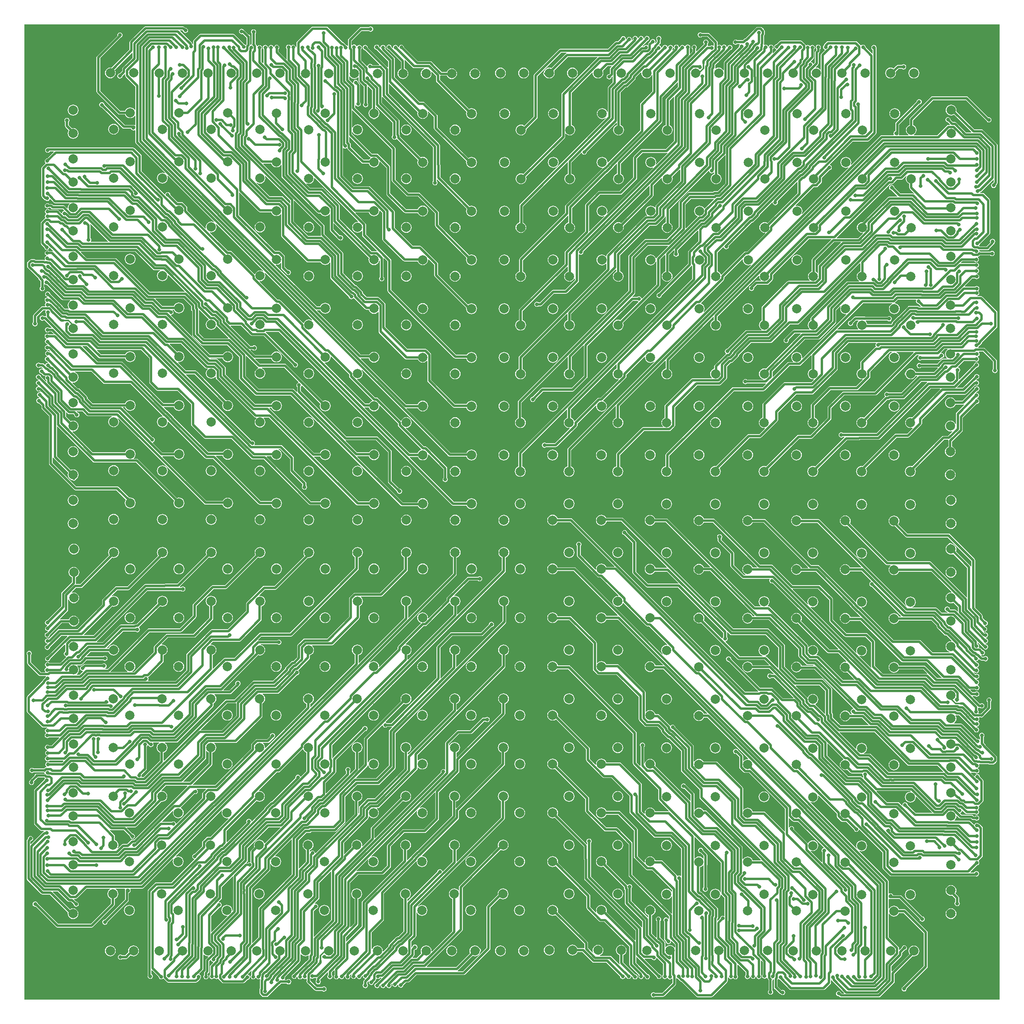
<source format=gbl>
G04 Layer_Physical_Order=2*
G04 Layer_Color=16711680*
%FSLAX25Y25*%
%MOIN*%
G70*
G01*
G75*
%ADD16C,0.01968*%
%ADD18C,0.01181*%
%ADD19C,0.07874*%
%ADD20C,0.19685*%
%ADD21C,0.03150*%
%ADD22C,0.02362*%
G36*
X413386Y-413386D02*
X-413386D01*
Y413386D01*
X413386D01*
Y-413386D01*
D02*
G37*
%LPC*%
G36*
X-199733Y-43732D02*
X-200915Y-43887D01*
X-202017Y-44344D01*
X-202962Y-45069D01*
X-203688Y-46015D01*
X-204144Y-47116D01*
X-204300Y-48298D01*
X-204144Y-49480D01*
X-203688Y-50582D01*
X-202962Y-51527D01*
X-202017Y-52253D01*
X-200915Y-52709D01*
X-199733Y-52865D01*
X-198551Y-52709D01*
X-197450Y-52253D01*
X-196504Y-51527D01*
X-195778Y-50582D01*
X-195322Y-49480D01*
X-195167Y-48298D01*
X-195322Y-47116D01*
X-195778Y-46015D01*
X-196504Y-45069D01*
X-197450Y-44344D01*
X-198551Y-43887D01*
X-199733Y-43732D01*
D02*
G37*
G36*
X-241072Y-43732D02*
X-242254Y-43887D01*
X-243355Y-44344D01*
X-244301Y-45069D01*
X-245027Y-46015D01*
X-245483Y-47116D01*
X-245638Y-48298D01*
X-245483Y-49480D01*
X-245027Y-50582D01*
X-244301Y-51527D01*
X-243355Y-52253D01*
X-242254Y-52709D01*
X-241072Y-52865D01*
X-239890Y-52709D01*
X-238789Y-52253D01*
X-237843Y-51527D01*
X-237117Y-50582D01*
X-236661Y-49480D01*
X-236505Y-48298D01*
X-236661Y-47116D01*
X-237117Y-46015D01*
X-237843Y-45069D01*
X-238789Y-44344D01*
X-239890Y-43887D01*
X-241072Y-43732D01*
D02*
G37*
G36*
X-282410Y-43732D02*
X-283592Y-43887D01*
X-284694Y-44344D01*
X-285640Y-45069D01*
X-286365Y-46015D01*
X-286821Y-47116D01*
X-286977Y-48298D01*
X-286821Y-49480D01*
X-286365Y-50582D01*
X-285640Y-51527D01*
X-284694Y-52253D01*
X-283592Y-52709D01*
X-282410Y-52865D01*
X-281228Y-52709D01*
X-280127Y-52253D01*
X-279181Y-51527D01*
X-278455Y-50582D01*
X-277999Y-49480D01*
X-277844Y-48298D01*
X-277999Y-47116D01*
X-278455Y-46015D01*
X-279181Y-45069D01*
X-280127Y-44344D01*
X-281228Y-43887D01*
X-282410Y-43732D01*
D02*
G37*
G36*
X-75718Y-43732D02*
X-76899Y-43887D01*
X-78001Y-44344D01*
X-78947Y-45069D01*
X-79672Y-46015D01*
X-80129Y-47116D01*
X-80284Y-48298D01*
X-80129Y-49480D01*
X-79672Y-50582D01*
X-78947Y-51527D01*
X-78001Y-52253D01*
X-76899Y-52709D01*
X-75718Y-52865D01*
X-74536Y-52709D01*
X-73434Y-52253D01*
X-72488Y-51527D01*
X-71763Y-50582D01*
X-71307Y-49480D01*
X-71151Y-48298D01*
X-71307Y-47116D01*
X-71763Y-46015D01*
X-72488Y-45069D01*
X-73434Y-44344D01*
X-74536Y-43887D01*
X-75718Y-43732D01*
D02*
G37*
G36*
X-117056Y-43732D02*
X-118238Y-43887D01*
X-119339Y-44344D01*
X-120285Y-45069D01*
X-121011Y-46015D01*
X-121467Y-47116D01*
X-121623Y-48298D01*
X-121467Y-49480D01*
X-121011Y-50582D01*
X-120285Y-51527D01*
X-119339Y-52253D01*
X-118238Y-52709D01*
X-117056Y-52865D01*
X-115874Y-52709D01*
X-114773Y-52253D01*
X-113827Y-51527D01*
X-113101Y-50582D01*
X-112645Y-49480D01*
X-112489Y-48298D01*
X-112645Y-47116D01*
X-113101Y-46015D01*
X-113827Y-45069D01*
X-114773Y-44344D01*
X-115874Y-43887D01*
X-117056Y-43732D01*
D02*
G37*
G36*
X-158395Y-43732D02*
X-159577Y-43887D01*
X-160678Y-44344D01*
X-161624Y-45069D01*
X-162349Y-46015D01*
X-162806Y-47116D01*
X-162961Y-48298D01*
X-162806Y-49480D01*
X-162349Y-50582D01*
X-161624Y-51527D01*
X-160678Y-52253D01*
X-159577Y-52709D01*
X-158395Y-52865D01*
X-157213Y-52709D01*
X-156111Y-52253D01*
X-155166Y-51527D01*
X-154440Y-50582D01*
X-153984Y-49480D01*
X-153828Y-48298D01*
X-153984Y-47116D01*
X-154440Y-46015D01*
X-155166Y-45069D01*
X-156111Y-44344D01*
X-157213Y-43887D01*
X-158395Y-43732D01*
D02*
G37*
G36*
X-323749Y-43732D02*
X-324931Y-43887D01*
X-326032Y-44344D01*
X-326978Y-45069D01*
X-327704Y-46015D01*
X-328160Y-47116D01*
X-328316Y-48298D01*
X-328160Y-49480D01*
X-327704Y-50582D01*
X-326978Y-51527D01*
X-326032Y-52253D01*
X-324931Y-52709D01*
X-323749Y-52865D01*
X-322567Y-52709D01*
X-321466Y-52253D01*
X-320520Y-51527D01*
X-319794Y-50582D01*
X-319338Y-49480D01*
X-319182Y-48298D01*
X-319338Y-47116D01*
X-319794Y-46015D01*
X-320520Y-45069D01*
X-321466Y-44344D01*
X-322567Y-43887D01*
X-323749Y-43732D01*
D02*
G37*
G36*
X254991Y-30304D02*
X253809Y-30460D01*
X252708Y-30916D01*
X251762Y-31642D01*
X251036Y-32588D01*
X250580Y-33689D01*
X250425Y-34871D01*
X250580Y-36053D01*
X251036Y-37154D01*
X251762Y-38100D01*
X252708Y-38826D01*
X253809Y-39282D01*
X254991Y-39438D01*
X256173Y-39282D01*
X257275Y-38826D01*
X258220Y-38100D01*
X258946Y-37154D01*
X259402Y-36053D01*
X259558Y-34871D01*
X259402Y-33689D01*
X258946Y-32588D01*
X258220Y-31642D01*
X257275Y-30916D01*
X256173Y-30460D01*
X254991Y-30304D01*
D02*
G37*
G36*
X213653Y-30206D02*
X212471Y-30362D01*
X211369Y-30818D01*
X210424Y-31543D01*
X209698Y-32489D01*
X209242Y-33591D01*
X209086Y-34773D01*
X209242Y-35955D01*
X209698Y-37056D01*
X210424Y-38002D01*
X211369Y-38727D01*
X212471Y-39184D01*
X213653Y-39339D01*
X214835Y-39184D01*
X215936Y-38727D01*
X216882Y-38002D01*
X217607Y-37056D01*
X218064Y-35955D01*
X218219Y-34773D01*
X218064Y-33591D01*
X217607Y-32489D01*
X216882Y-31543D01*
X215936Y-30818D01*
X214835Y-30362D01*
X213653Y-30206D01*
D02*
G37*
G36*
X172314Y-30108D02*
X171132Y-30263D01*
X170031Y-30719D01*
X169085Y-31445D01*
X168359Y-32391D01*
X167903Y-33492D01*
X167747Y-34674D01*
X167903Y-35856D01*
X168359Y-36957D01*
X169085Y-37903D01*
X170031Y-38629D01*
X171132Y-39085D01*
X172314Y-39241D01*
X173496Y-39085D01*
X174597Y-38629D01*
X175543Y-37903D01*
X176269Y-36957D01*
X176725Y-35856D01*
X176881Y-34674D01*
X176725Y-33492D01*
X176269Y-32391D01*
X175543Y-31445D01*
X174597Y-30719D01*
X173496Y-30263D01*
X172314Y-30108D01*
D02*
G37*
G36*
X34379Y-2393D02*
X33197Y-2549D01*
X32096Y-3005D01*
X31150Y-3731D01*
X30424Y-4676D01*
X29968Y-5778D01*
X29812Y-6960D01*
X29968Y-8142D01*
X30424Y-9243D01*
X31150Y-10189D01*
X32096Y-10915D01*
X33197Y-11371D01*
X34379Y-11526D01*
X35561Y-11371D01*
X36662Y-10915D01*
X37608Y-10189D01*
X38334Y-9243D01*
X38598Y-8606D01*
X49301D01*
X86827Y-46132D01*
X86636Y-46594D01*
X79871D01*
X79672Y-46113D01*
X78947Y-45168D01*
X78001Y-44442D01*
X76899Y-43986D01*
X75718Y-43830D01*
X74536Y-43986D01*
X73434Y-44442D01*
X72488Y-45168D01*
X71763Y-46113D01*
X71307Y-47215D01*
X71151Y-48397D01*
X71194Y-48728D01*
X70746Y-48950D01*
X58206Y-36409D01*
Y-28995D01*
X58640Y-28345D01*
X58808Y-27500D01*
X58640Y-26655D01*
X58161Y-25939D01*
X57445Y-25460D01*
X56600Y-25292D01*
X55755Y-25460D01*
X55039Y-25939D01*
X54560Y-26655D01*
X54392Y-27500D01*
X54560Y-28345D01*
X54994Y-28995D01*
Y-37074D01*
X54994Y-37074D01*
X55117Y-37689D01*
X55465Y-38210D01*
X72299Y-55044D01*
X72299Y-55044D01*
X72820Y-55392D01*
X73435Y-55514D01*
X73435Y-55514D01*
X74859D01*
X90190Y-70845D01*
X89969Y-71293D01*
X89637Y-71249D01*
X88455Y-71405D01*
X87354Y-71861D01*
X86408Y-72587D01*
X85682Y-73533D01*
X85226Y-74634D01*
X85070Y-75816D01*
X85226Y-76998D01*
X85682Y-78099D01*
X86408Y-79045D01*
X87354Y-79771D01*
X88455Y-80227D01*
X89637Y-80383D01*
X90819Y-80227D01*
X91920Y-79771D01*
X92866Y-79045D01*
X93592Y-78099D01*
X93872Y-77422D01*
X94462Y-77305D01*
X113638Y-96481D01*
X113638Y-96481D01*
X114159Y-96829D01*
X114773Y-96951D01*
X116198D01*
X131528Y-112282D01*
X131307Y-112730D01*
X130975Y-112686D01*
X129794Y-112842D01*
X128692Y-113298D01*
X127746Y-114024D01*
X127021Y-114970D01*
X126565Y-116071D01*
X126409Y-117253D01*
X126565Y-118435D01*
X127021Y-119536D01*
X127574Y-120257D01*
X127197Y-120587D01*
X53974Y-47365D01*
X53453Y-47017D01*
X52839Y-46894D01*
X52839Y-46894D01*
X38698D01*
X38334Y-46015D01*
X37608Y-45069D01*
X36662Y-44344D01*
X35561Y-43887D01*
X34379Y-43732D01*
X33197Y-43887D01*
X32096Y-44344D01*
X31150Y-45069D01*
X30424Y-46015D01*
X29968Y-47116D01*
X29812Y-48298D01*
X29968Y-49480D01*
X30424Y-50582D01*
X31150Y-51528D01*
X32096Y-52253D01*
X33197Y-52709D01*
X34379Y-52865D01*
X35561Y-52709D01*
X36662Y-52253D01*
X37608Y-51528D01*
X38334Y-50582D01*
X38531Y-50106D01*
X52174D01*
X89701Y-87632D01*
X89509Y-88094D01*
X79938D01*
X79672Y-87452D01*
X78947Y-86506D01*
X78001Y-85781D01*
X76899Y-85324D01*
X75718Y-85169D01*
X74536Y-85324D01*
X73434Y-85781D01*
X72488Y-86506D01*
X71763Y-87452D01*
X71307Y-88553D01*
X71151Y-89735D01*
X71307Y-90917D01*
X71763Y-92019D01*
X72488Y-92965D01*
X73434Y-93690D01*
X74536Y-94146D01*
X75718Y-94302D01*
X76899Y-94146D01*
X78001Y-93690D01*
X78947Y-92965D01*
X79672Y-92019D01*
X79968Y-91306D01*
X89755D01*
X128182Y-129732D01*
X127990Y-130194D01*
X121494D01*
X121467Y-129990D01*
X121011Y-128889D01*
X120285Y-127943D01*
X119339Y-127217D01*
X118238Y-126761D01*
X117056Y-126606D01*
X115874Y-126761D01*
X114773Y-127217D01*
X113827Y-127943D01*
X113101Y-128889D01*
X112645Y-129990D01*
X112489Y-131172D01*
X112645Y-132354D01*
X113101Y-133456D01*
X113827Y-134401D01*
X114773Y-135127D01*
X115874Y-135583D01*
X117056Y-135739D01*
X118238Y-135583D01*
X119339Y-135127D01*
X120285Y-134401D01*
X121011Y-133456D01*
X121032Y-133406D01*
X128236D01*
X165463Y-170632D01*
X165271Y-171094D01*
X162668D01*
X162349Y-170326D01*
X161624Y-169380D01*
X160678Y-168655D01*
X159577Y-168198D01*
X158395Y-168043D01*
X157213Y-168198D01*
X156111Y-168655D01*
X155166Y-169380D01*
X154440Y-170326D01*
X153984Y-171427D01*
X153828Y-172609D01*
X153984Y-173791D01*
X154440Y-174893D01*
X155166Y-175838D01*
X156111Y-176564D01*
X157213Y-177020D01*
X158395Y-177176D01*
X159577Y-177020D01*
X160678Y-176564D01*
X161624Y-175838D01*
X162349Y-174893D01*
X162593Y-174306D01*
X165517D01*
X200286Y-209075D01*
X200065Y-209523D01*
X199733Y-209480D01*
X198551Y-209635D01*
X197450Y-210091D01*
X196504Y-210817D01*
X196300Y-211083D01*
X195827Y-210922D01*
Y-207021D01*
X195827Y-207021D01*
X195705Y-206407D01*
X195357Y-205886D01*
X195357Y-205886D01*
X191643Y-202172D01*
X191640Y-202155D01*
X191161Y-201439D01*
X190445Y-200960D01*
X189600Y-200792D01*
X188755Y-200960D01*
X188039Y-201439D01*
X187560Y-202155D01*
X187392Y-203000D01*
X187560Y-203845D01*
X188039Y-204561D01*
X188755Y-205040D01*
X189600Y-205208D01*
X190048Y-205119D01*
X192616Y-207686D01*
Y-216329D01*
X192616Y-216329D01*
X192738Y-216944D01*
X193086Y-217465D01*
X196315Y-220693D01*
X196315Y-220693D01*
X196836Y-221042D01*
X197450Y-221164D01*
X200874D01*
X231394Y-251684D01*
Y-270470D01*
X230932Y-270662D01*
X214735Y-254465D01*
X214214Y-254117D01*
X213600Y-253994D01*
X213600Y-253994D01*
X204058D01*
X203688Y-253102D01*
X202962Y-252156D01*
X202016Y-251430D01*
X200915Y-250974D01*
X199733Y-250818D01*
X198551Y-250974D01*
X197450Y-251430D01*
X196504Y-252156D01*
X196300Y-252421D01*
X195827Y-252260D01*
Y-234421D01*
X195827Y-234421D01*
X195705Y-233807D01*
X195357Y-233286D01*
X195357Y-233286D01*
X174135Y-212065D01*
X173615Y-211717D01*
X173000Y-211594D01*
X173000Y-211594D01*
X162296D01*
X161624Y-210719D01*
X160678Y-209993D01*
X159577Y-209537D01*
X158395Y-209381D01*
X157213Y-209537D01*
X156111Y-209993D01*
X155166Y-210719D01*
X154606Y-211449D01*
X154106Y-211279D01*
Y-198800D01*
X153983Y-198186D01*
X153635Y-197665D01*
X138392Y-182421D01*
X138240Y-181655D01*
X137761Y-180939D01*
X137045Y-180460D01*
X136200Y-180292D01*
X135355Y-180460D01*
X134639Y-180939D01*
X134546Y-181078D01*
X133906Y-181135D01*
X124635Y-171865D01*
X124115Y-171517D01*
X123500Y-171394D01*
X123500Y-171394D01*
X121476D01*
X121467Y-171329D01*
X121011Y-170228D01*
X120285Y-169282D01*
X119339Y-168556D01*
X118238Y-168100D01*
X117056Y-167944D01*
X115874Y-168100D01*
X114773Y-168556D01*
X113827Y-169282D01*
X113623Y-169547D01*
X113150Y-169386D01*
Y-152844D01*
X113150Y-152844D01*
X113028Y-152230D01*
X112680Y-151709D01*
X112680Y-151709D01*
X90635Y-129665D01*
X90114Y-129317D01*
X89500Y-129194D01*
X89500Y-129194D01*
X79839D01*
X79672Y-128791D01*
X78947Y-127845D01*
X78001Y-127119D01*
X76899Y-126663D01*
X75718Y-126507D01*
X74536Y-126663D01*
X73434Y-127119D01*
X72488Y-127845D01*
X72285Y-128110D01*
X71811Y-127949D01*
Y-111206D01*
X71811Y-111206D01*
X71689Y-110591D01*
X71341Y-110070D01*
X50135Y-88865D01*
X49615Y-88517D01*
X49000Y-88394D01*
X49000Y-88394D01*
X38765D01*
X38334Y-87354D01*
X37608Y-86408D01*
X36662Y-85682D01*
X35561Y-85226D01*
X34379Y-85070D01*
X33197Y-85226D01*
X32096Y-85682D01*
X31150Y-86408D01*
X30424Y-87354D01*
X29968Y-88455D01*
X29812Y-89637D01*
X29968Y-90819D01*
X30424Y-91920D01*
X31150Y-92866D01*
X32096Y-93592D01*
X33197Y-94048D01*
X34379Y-94204D01*
X35561Y-94048D01*
X36662Y-93592D01*
X37608Y-92866D01*
X38334Y-91920D01*
X38464Y-91606D01*
X48335D01*
X68600Y-111871D01*
Y-133357D01*
X68600Y-133357D01*
X68722Y-133972D01*
X69070Y-134492D01*
X72299Y-137721D01*
X72299Y-137721D01*
X72820Y-138069D01*
X73434Y-138191D01*
X88721D01*
X107379Y-156850D01*
Y-175854D01*
X107379Y-175854D01*
X107502Y-176468D01*
X107850Y-176989D01*
X112578Y-181717D01*
X112578Y-181717D01*
X113099Y-182065D01*
X113713Y-182187D01*
X123179D01*
X126327Y-185336D01*
Y-185924D01*
X126327Y-185925D01*
X126449Y-186539D01*
X126797Y-187060D01*
X131640Y-191903D01*
X131640Y-191903D01*
X132161Y-192251D01*
X132775Y-192373D01*
X132775Y-192373D01*
X132946D01*
X143217Y-202645D01*
Y-219028D01*
X143217Y-219028D01*
X143339Y-219643D01*
X143687Y-220163D01*
X158976Y-235452D01*
Y-242221D01*
X158976Y-242222D01*
X159098Y-242836D01*
X159446Y-243357D01*
X210922Y-294832D01*
X210730Y-295294D01*
X204042D01*
X203688Y-294440D01*
X202962Y-293494D01*
X202016Y-292769D01*
X200915Y-292312D01*
X199733Y-292157D01*
X198551Y-292312D01*
X197450Y-292769D01*
X196504Y-293494D01*
X195906Y-294274D01*
X195406Y-294105D01*
Y-284500D01*
X195283Y-283886D01*
X194935Y-283365D01*
X194935Y-283365D01*
X165032Y-253461D01*
X164511Y-253113D01*
X163896Y-252991D01*
X163896Y-252991D01*
X162804D01*
X162379Y-253075D01*
X162349Y-253003D01*
X161624Y-252057D01*
X160678Y-251332D01*
X159577Y-250875D01*
X158395Y-250720D01*
X157213Y-250875D01*
X156111Y-251332D01*
X155166Y-252057D01*
X154962Y-252323D01*
X154489Y-252162D01*
Y-239083D01*
X154366Y-238468D01*
X154018Y-237947D01*
X154018Y-237947D01*
X147065Y-230994D01*
X146961Y-230839D01*
X146245Y-230360D01*
X145400Y-230192D01*
X144555Y-230360D01*
X143839Y-230839D01*
X143360Y-231555D01*
X143192Y-232400D01*
X143360Y-233245D01*
X143839Y-233961D01*
X144555Y-234440D01*
X145400Y-234608D01*
X146015Y-234486D01*
X151277Y-239748D01*
Y-244453D01*
X150815Y-244644D01*
X121389Y-215219D01*
X121467Y-215031D01*
X121623Y-213849D01*
X121467Y-212668D01*
X121011Y-211566D01*
X120285Y-210620D01*
X119339Y-209895D01*
X118238Y-209438D01*
X117056Y-209283D01*
X115874Y-209438D01*
X114773Y-209895D01*
X113827Y-210620D01*
X113101Y-211566D01*
X112645Y-212668D01*
X112606Y-212967D01*
X112106Y-212934D01*
Y-199195D01*
X112540Y-198545D01*
X112708Y-197700D01*
X112540Y-196855D01*
X112061Y-196139D01*
X111345Y-195660D01*
X110500Y-195492D01*
X109655Y-195660D01*
X108939Y-196139D01*
X108460Y-196855D01*
X108292Y-197700D01*
X108460Y-198545D01*
X108894Y-199195D01*
Y-215017D01*
X108724Y-215144D01*
X108416Y-215245D01*
X105606Y-212435D01*
Y-187500D01*
X105606Y-187500D01*
X105483Y-186885D01*
X105135Y-186365D01*
X105135Y-186365D01*
X49335Y-130565D01*
X48814Y-130217D01*
X48200Y-130094D01*
X48200Y-130094D01*
X38829D01*
X38790Y-129794D01*
X38334Y-128692D01*
X37608Y-127746D01*
X36662Y-127021D01*
X35561Y-126565D01*
X34379Y-126409D01*
X33197Y-126565D01*
X32096Y-127021D01*
X31150Y-127746D01*
X30424Y-128692D01*
X29968Y-129794D01*
X29812Y-130975D01*
X29968Y-132157D01*
X30424Y-133259D01*
X31150Y-134205D01*
X32096Y-134930D01*
X33197Y-135387D01*
X34379Y-135542D01*
X35561Y-135387D01*
X36662Y-134930D01*
X37608Y-134205D01*
X38298Y-133306D01*
X47535D01*
X102394Y-188165D01*
Y-213100D01*
X102394Y-213100D01*
X102517Y-213715D01*
X102865Y-214235D01*
X123858Y-235229D01*
Y-243552D01*
X123858Y-243552D01*
X123980Y-244166D01*
X124328Y-244687D01*
X127359Y-247718D01*
X127557Y-248014D01*
X132837Y-253294D01*
X132630Y-253794D01*
X121379D01*
X121011Y-252905D01*
X120285Y-251959D01*
X119339Y-251233D01*
X118238Y-250777D01*
X117056Y-250621D01*
X115874Y-250777D01*
X114773Y-251233D01*
X113827Y-251959D01*
X113101Y-252905D01*
X112645Y-254006D01*
X112489Y-255188D01*
X112533Y-255520D01*
X112085Y-255741D01*
X109906Y-253562D01*
Y-231100D01*
X109783Y-230486D01*
X109435Y-229965D01*
X109435Y-229965D01*
X92335Y-212865D01*
X91815Y-212517D01*
X91200Y-212394D01*
X91200Y-212394D01*
X80056D01*
X79672Y-211468D01*
X78947Y-210522D01*
X78001Y-209796D01*
X76899Y-209340D01*
X75718Y-209184D01*
X74536Y-209340D01*
X73434Y-209796D01*
X72488Y-210522D01*
X71763Y-211468D01*
X71306Y-212569D01*
X71151Y-213751D01*
X71194Y-214083D01*
X70746Y-214304D01*
X65906Y-209463D01*
Y-200600D01*
X65783Y-199986D01*
X65435Y-199465D01*
X65435Y-199465D01*
X38869Y-172898D01*
X38945Y-172314D01*
X38790Y-171132D01*
X38334Y-170031D01*
X37608Y-169085D01*
X36662Y-168359D01*
X35561Y-167903D01*
X34379Y-167747D01*
X33197Y-167903D01*
X32096Y-168359D01*
X31150Y-169085D01*
X30424Y-170031D01*
X29968Y-171132D01*
X29812Y-172314D01*
X29968Y-173496D01*
X30424Y-174597D01*
X31150Y-175543D01*
X32096Y-176269D01*
X33197Y-176725D01*
X34379Y-176881D01*
X35561Y-176725D01*
X36662Y-176269D01*
X37248Y-175819D01*
X62694Y-201265D01*
Y-210128D01*
X62694Y-210128D01*
X62817Y-210743D01*
X63165Y-211264D01*
X76936Y-225035D01*
X76936Y-225035D01*
X77457Y-225383D01*
X78071Y-225506D01*
X84135D01*
X99545Y-240915D01*
Y-254315D01*
X99545Y-254315D01*
X99667Y-254930D01*
X100015Y-255451D01*
X120178Y-275613D01*
X120178Y-275613D01*
X120699Y-275961D01*
X121313Y-276084D01*
X121313Y-276084D01*
X134013D01*
X143235Y-285306D01*
Y-308254D01*
X142735Y-308521D01*
X142345Y-308260D01*
X141500Y-308092D01*
X140655Y-308260D01*
X140326Y-308480D01*
X139864Y-308289D01*
X139834Y-308136D01*
X139486Y-307615D01*
X139486Y-307615D01*
X127635Y-295765D01*
X127114Y-295417D01*
X126500Y-295294D01*
X126500Y-295294D01*
X121446D01*
X121011Y-294243D01*
X120285Y-293298D01*
X119339Y-292572D01*
X118238Y-292116D01*
X117056Y-291960D01*
X115874Y-292116D01*
X114773Y-292572D01*
X113827Y-293298D01*
X113101Y-294243D01*
X112645Y-295345D01*
X112489Y-296527D01*
X112548Y-296970D01*
X112074Y-297203D01*
X106506Y-291635D01*
Y-269400D01*
X106506Y-269400D01*
X106383Y-268786D01*
X106035Y-268265D01*
X106035Y-268265D01*
X91635Y-253865D01*
X91114Y-253517D01*
X90500Y-253394D01*
X90500Y-253394D01*
X79916D01*
X79672Y-252806D01*
X78947Y-251860D01*
X78001Y-251135D01*
X76899Y-250679D01*
X75718Y-250523D01*
X74536Y-250679D01*
X73434Y-251135D01*
X72488Y-251860D01*
X71763Y-252806D01*
X71306Y-253908D01*
X71151Y-255090D01*
X71306Y-256272D01*
X71763Y-257373D01*
X72488Y-258319D01*
X73434Y-259045D01*
X74536Y-259501D01*
X75718Y-259656D01*
X76899Y-259501D01*
X78001Y-259045D01*
X78947Y-258319D01*
X79672Y-257373D01*
X79990Y-256606D01*
X89835D01*
X103294Y-270065D01*
Y-292300D01*
X103294Y-292300D01*
X103417Y-292915D01*
X103765Y-293435D01*
X113503Y-303174D01*
X113503Y-303174D01*
X114024Y-303522D01*
X114638Y-303644D01*
X118773D01*
X135558Y-320429D01*
Y-321872D01*
X135058Y-321971D01*
X134930Y-321662D01*
X134204Y-320717D01*
X133259Y-319991D01*
X132157Y-319535D01*
X130975Y-319379D01*
X129794Y-319535D01*
X128692Y-319991D01*
X127746Y-320717D01*
X127021Y-321662D01*
X126564Y-322764D01*
X126409Y-323946D01*
X126564Y-325128D01*
X127021Y-326229D01*
X127746Y-327175D01*
X128692Y-327901D01*
X129794Y-328357D01*
X130975Y-328512D01*
X132157Y-328357D01*
X133259Y-327901D01*
X134204Y-327175D01*
X134930Y-326229D01*
X135058Y-325920D01*
X135558Y-326020D01*
Y-340234D01*
X135096Y-340425D01*
X102006Y-307335D01*
Y-281000D01*
X101883Y-280385D01*
X101535Y-279865D01*
X89635Y-267965D01*
X89114Y-267617D01*
X88500Y-267494D01*
X88500Y-267494D01*
X79865D01*
X65306Y-252935D01*
Y-242800D01*
X65183Y-242185D01*
X64835Y-241665D01*
X38560Y-215389D01*
X38790Y-214835D01*
X38945Y-213653D01*
X38790Y-212471D01*
X38334Y-211369D01*
X37608Y-210423D01*
X36662Y-209698D01*
X35561Y-209242D01*
X34379Y-209086D01*
X33197Y-209242D01*
X32096Y-209698D01*
X31150Y-210423D01*
X30424Y-211369D01*
X29968Y-212471D01*
X29812Y-213653D01*
X29968Y-214835D01*
X30424Y-215936D01*
X31150Y-216882D01*
X32096Y-217607D01*
X33197Y-218064D01*
X34379Y-218219D01*
X35561Y-218064D01*
X36361Y-217732D01*
X62094Y-243465D01*
Y-253600D01*
X62094Y-253600D01*
X62217Y-254215D01*
X62565Y-254735D01*
X78065Y-270235D01*
X78585Y-270583D01*
X79200Y-270706D01*
X79200Y-270706D01*
X87835D01*
X98794Y-281665D01*
Y-308000D01*
X98794Y-308000D01*
X98917Y-308614D01*
X99265Y-309135D01*
X132999Y-342870D01*
Y-344607D01*
X132898Y-344691D01*
X132232Y-344595D01*
X132061Y-344339D01*
X131345Y-343860D01*
X130500Y-343692D01*
X129655Y-343860D01*
X128939Y-344339D01*
X128460Y-345055D01*
X128292Y-345900D01*
X128460Y-346745D01*
X128894Y-347394D01*
Y-362100D01*
X128894Y-362100D01*
X129017Y-362715D01*
X129365Y-363235D01*
X130308Y-364179D01*
X130460Y-364945D01*
X130939Y-365661D01*
X131655Y-366140D01*
X132500Y-366308D01*
X133345Y-366140D01*
X134061Y-365661D01*
X134540Y-364945D01*
X134708Y-364100D01*
X134667Y-363894D01*
X135128Y-363648D01*
X138158Y-366678D01*
Y-368999D01*
X137658Y-369168D01*
X137087Y-368424D01*
X136142Y-367699D01*
X135040Y-367243D01*
X133858Y-367087D01*
X132676Y-367243D01*
X131575Y-367699D01*
X130629Y-368424D01*
X130426Y-368690D01*
X129952Y-368529D01*
Y-365373D01*
X129952Y-365373D01*
X129830Y-364759D01*
X129482Y-364238D01*
X126100Y-360856D01*
X125706Y-360593D01*
Y-346694D01*
X126140Y-346045D01*
X126308Y-345200D01*
X126140Y-344355D01*
X125661Y-343639D01*
X124945Y-343160D01*
X124100Y-342992D01*
X123255Y-343160D01*
X122539Y-343639D01*
X122060Y-344355D01*
X121892Y-345200D01*
X122060Y-346045D01*
X122494Y-346694D01*
Y-360689D01*
X122032Y-360881D01*
X118606Y-357454D01*
Y-342124D01*
X119339Y-341820D01*
X120285Y-341094D01*
X121011Y-340148D01*
X121467Y-339047D01*
X121623Y-337865D01*
X121467Y-336683D01*
X121011Y-335582D01*
X120285Y-334636D01*
X119339Y-333910D01*
X118238Y-333454D01*
X118191Y-333448D01*
X118135Y-333365D01*
X117614Y-333017D01*
X117000Y-332894D01*
X116385Y-333017D01*
X115865Y-333365D01*
X115778Y-333494D01*
X114773Y-333910D01*
X113827Y-334636D01*
X113101Y-335582D01*
X112645Y-336683D01*
X112489Y-337865D01*
X112645Y-339047D01*
X113101Y-340148D01*
X113827Y-341094D01*
X114773Y-341820D01*
X115394Y-342077D01*
Y-343270D01*
X114932Y-343462D01*
X101306Y-329835D01*
Y-319195D01*
X101740Y-318545D01*
X101908Y-317700D01*
X101740Y-316855D01*
X101261Y-316139D01*
X100545Y-315660D01*
X99700Y-315492D01*
X98855Y-315660D01*
X98139Y-316139D01*
X97566Y-316096D01*
X79822Y-298351D01*
X80129Y-297610D01*
X80284Y-296428D01*
X80129Y-295246D01*
X79672Y-294145D01*
X78947Y-293199D01*
X78001Y-292473D01*
X76899Y-292017D01*
X75717Y-291862D01*
X74536Y-292017D01*
X73434Y-292473D01*
X72488Y-293199D01*
X71763Y-294145D01*
X71306Y-295246D01*
X71151Y-296428D01*
X71306Y-297610D01*
X71763Y-298711D01*
X72488Y-299657D01*
X73434Y-300383D01*
X74536Y-300839D01*
X75717Y-300995D01*
X76899Y-300839D01*
X77514Y-300585D01*
X94945Y-318016D01*
Y-319005D01*
X94945Y-319005D01*
X95067Y-319619D01*
X95415Y-320140D01*
X95535Y-320260D01*
Y-331560D01*
X95535Y-331560D01*
X95657Y-332174D01*
X96006Y-332695D01*
X110276Y-346966D01*
Y-351744D01*
X109864Y-351900D01*
X109776Y-351905D01*
X66906Y-309035D01*
Y-280594D01*
X67340Y-279945D01*
X67508Y-279100D01*
X67340Y-278255D01*
X66861Y-277539D01*
X66145Y-277060D01*
X65300Y-276892D01*
X64455Y-277060D01*
X63739Y-277539D01*
X63260Y-278255D01*
X63092Y-279100D01*
X63260Y-279945D01*
X63694Y-280594D01*
Y-281517D01*
X63194Y-281724D01*
X38454Y-256983D01*
X38790Y-256173D01*
X38945Y-254991D01*
X38790Y-253809D01*
X38334Y-252708D01*
X37608Y-251762D01*
X36662Y-251036D01*
X35561Y-250580D01*
X34379Y-250425D01*
X33197Y-250580D01*
X32096Y-251036D01*
X31150Y-251762D01*
X30424Y-252708D01*
X29968Y-253809D01*
X29812Y-254991D01*
X29968Y-256173D01*
X30424Y-257275D01*
X31150Y-258220D01*
X32096Y-258946D01*
X33197Y-259402D01*
X34379Y-259558D01*
X35561Y-259402D01*
X36106Y-259176D01*
X60794Y-283865D01*
Y-293900D01*
X60794Y-293900D01*
X60917Y-294514D01*
X61135Y-294842D01*
Y-310760D01*
X61135Y-310760D01*
X61257Y-311374D01*
X61606Y-311895D01*
X104497Y-354786D01*
Y-362773D01*
X104035Y-362964D01*
X80097Y-339026D01*
X80129Y-338949D01*
X80284Y-337767D01*
X80129Y-336585D01*
X79672Y-335484D01*
X78947Y-334538D01*
X78001Y-333812D01*
X76899Y-333356D01*
X75717Y-333200D01*
X74536Y-333356D01*
X73434Y-333812D01*
X72488Y-334538D01*
X71763Y-335484D01*
X71306Y-336585D01*
X71151Y-337767D01*
X71306Y-338949D01*
X71434Y-339256D01*
X71010Y-339539D01*
X66306Y-334835D01*
Y-325400D01*
X66183Y-324785D01*
X65835Y-324265D01*
X38824Y-297253D01*
X38945Y-296330D01*
X38790Y-295148D01*
X38334Y-294046D01*
X37608Y-293101D01*
X36662Y-292375D01*
X35561Y-291919D01*
X34379Y-291763D01*
X33197Y-291919D01*
X32096Y-292375D01*
X31150Y-293101D01*
X30424Y-294046D01*
X29968Y-295148D01*
X29812Y-296330D01*
X29968Y-297512D01*
X30424Y-298613D01*
X31150Y-299559D01*
X32096Y-300285D01*
X33197Y-300741D01*
X34379Y-300896D01*
X35561Y-300741D01*
X36662Y-300285D01*
X37031Y-300002D01*
X63094Y-326065D01*
Y-335500D01*
X63094Y-335500D01*
X63217Y-336115D01*
X63565Y-336635D01*
X73965Y-347035D01*
X74485Y-347383D01*
X75100Y-347506D01*
X78335D01*
X99294Y-368465D01*
Y-375000D01*
X99294Y-375000D01*
X99379Y-375424D01*
Y-383803D01*
X99379Y-383803D01*
X99501Y-384418D01*
X99849Y-384939D01*
X107522Y-392612D01*
X107360Y-392855D01*
X107192Y-393700D01*
X107360Y-394545D01*
X107839Y-395261D01*
X108555Y-395740D01*
X109400Y-395908D01*
X110245Y-395740D01*
X110961Y-395261D01*
X111440Y-394545D01*
X111594Y-393771D01*
X112041Y-393512D01*
X112508Y-393979D01*
X112660Y-394745D01*
X113139Y-395461D01*
X113855Y-395940D01*
X114700Y-396108D01*
X115545Y-395940D01*
X116261Y-395461D01*
X116740Y-394745D01*
X116908Y-393900D01*
X116740Y-393055D01*
X116261Y-392339D01*
X115545Y-391860D01*
X114779Y-391708D01*
X105149Y-382078D01*
Y-377173D01*
X105611Y-376982D01*
X122308Y-393679D01*
X122460Y-394445D01*
X122939Y-395161D01*
X123655Y-395640D01*
X124500Y-395808D01*
X125345Y-395640D01*
X126061Y-395161D01*
X126540Y-394445D01*
X126708Y-393600D01*
X126540Y-392755D01*
X126061Y-392039D01*
X125345Y-391560D01*
X124579Y-391408D01*
X112404Y-379233D01*
X112595Y-378771D01*
X118411D01*
X118739Y-379261D01*
X119455Y-379740D01*
X120300Y-379908D01*
X121145Y-379740D01*
X121861Y-379261D01*
X122340Y-378545D01*
X122406Y-378212D01*
X122949Y-378047D01*
X127894Y-382993D01*
Y-392206D01*
X127460Y-392855D01*
X127292Y-393700D01*
X127460Y-394545D01*
X127939Y-395261D01*
X128655Y-395740D01*
X129500Y-395908D01*
X130345Y-395740D01*
X131061Y-395261D01*
X131333Y-394855D01*
X131860Y-394945D01*
X132339Y-395661D01*
X133055Y-396140D01*
X133900Y-396308D01*
X134745Y-396140D01*
X135394Y-395706D01*
X135894Y-395844D01*
Y-399235D01*
X127435Y-407694D01*
X121395D01*
X120745Y-407260D01*
X119900Y-407092D01*
X119055Y-407260D01*
X118339Y-407739D01*
X117860Y-408455D01*
X117692Y-409300D01*
X117860Y-410145D01*
X118339Y-410861D01*
X119055Y-411340D01*
X119900Y-411508D01*
X120745Y-411340D01*
X121395Y-410906D01*
X128100D01*
X128100Y-410906D01*
X128715Y-410783D01*
X129235Y-410435D01*
X138635Y-401035D01*
X138635Y-401035D01*
X138983Y-400515D01*
X139106Y-399900D01*
X139106Y-399900D01*
Y-395263D01*
X139606Y-395111D01*
X139639Y-395161D01*
X140355Y-395640D01*
X140539Y-395676D01*
X140715Y-395940D01*
X142560Y-397785D01*
X142560Y-397785D01*
X143081Y-398133D01*
X143557Y-398228D01*
X156165Y-410835D01*
X156165Y-410835D01*
X156685Y-411183D01*
X157300Y-411306D01*
X157300Y-411306D01*
X169000D01*
X169000Y-411306D01*
X169615Y-411183D01*
X170135Y-410835D01*
X182335Y-398635D01*
X182335Y-398635D01*
X182683Y-398114D01*
X182806Y-397500D01*
X182806Y-397500D01*
Y-394186D01*
X182850Y-394138D01*
X183166Y-394173D01*
X183389Y-394288D01*
X183460Y-394645D01*
X183939Y-395361D01*
X184655Y-395840D01*
X185500Y-396008D01*
X186345Y-395840D01*
X187061Y-395361D01*
X187167Y-395203D01*
X187667D01*
X187839Y-395461D01*
X188555Y-395940D01*
X189400Y-396108D01*
X190245Y-395940D01*
X190961Y-395461D01*
X191440Y-394745D01*
X191608Y-393900D01*
X191440Y-393055D01*
X191006Y-392406D01*
Y-383963D01*
X191468Y-383771D01*
X197894Y-390198D01*
Y-392305D01*
X197460Y-392955D01*
X197292Y-393800D01*
X197460Y-394645D01*
X197939Y-395361D01*
X198655Y-395840D01*
X199500Y-396008D01*
X200345Y-395840D01*
X201061Y-395361D01*
X201540Y-394645D01*
X201665Y-394015D01*
X202175D01*
X202260Y-394445D01*
X202739Y-395161D01*
X203455Y-395640D01*
X204300Y-395808D01*
X205145Y-395640D01*
X205861Y-395161D01*
X206340Y-394445D01*
X206505Y-393616D01*
X206992Y-393700D01*
X207160Y-394545D01*
X207639Y-395261D01*
X208355Y-395740D01*
X209200Y-395908D01*
X210045Y-395740D01*
X210761Y-395261D01*
X211240Y-394545D01*
X211408Y-393700D01*
X211240Y-392855D01*
X210806Y-392206D01*
Y-380458D01*
X211268Y-380267D01*
X212494Y-381494D01*
Y-392005D01*
X212060Y-392655D01*
X211892Y-393500D01*
X212060Y-394345D01*
X212539Y-395061D01*
X213255Y-395540D01*
X214100Y-395708D01*
X214945Y-395540D01*
X215661Y-395061D01*
X215845Y-394786D01*
X216281Y-394890D01*
X216350Y-394930D01*
X216467Y-395519D01*
X216815Y-396040D01*
X217494Y-396719D01*
Y-405406D01*
X217060Y-406055D01*
X216892Y-406900D01*
X217060Y-407745D01*
X217539Y-408461D01*
X218255Y-408940D01*
X219100Y-409108D01*
X219945Y-408940D01*
X220661Y-408461D01*
X221140Y-407745D01*
X221308Y-406900D01*
X221140Y-406055D01*
X220706Y-405406D01*
Y-397235D01*
X220883Y-396969D01*
X221006Y-396354D01*
X221374Y-396005D01*
X221462Y-395996D01*
X221894Y-396378D01*
Y-403100D01*
X222017Y-403715D01*
X222365Y-404235D01*
X222885Y-404583D01*
X223294Y-404665D01*
X227065Y-408435D01*
X227586Y-408783D01*
X227702Y-408807D01*
X227739Y-408861D01*
X228455Y-409340D01*
X229300Y-409508D01*
X230145Y-409340D01*
X230861Y-408861D01*
X231340Y-408145D01*
X231508Y-407300D01*
X231340Y-406455D01*
X230861Y-405739D01*
X230145Y-405260D01*
X229300Y-405092D01*
X228455Y-405260D01*
X228441Y-405270D01*
X225106Y-401935D01*
Y-396322D01*
X225154Y-396270D01*
X225385Y-396040D01*
X225419Y-395988D01*
X225446Y-395960D01*
X225938D01*
X225939Y-395961D01*
X226655Y-396440D01*
X226996Y-396508D01*
X227115Y-396685D01*
X235165Y-404735D01*
X235685Y-405083D01*
X236300Y-405206D01*
X236300Y-405206D01*
X264100D01*
X264100Y-405206D01*
X264715Y-405083D01*
X265235Y-404735D01*
X269835Y-400135D01*
X269835Y-400135D01*
X270183Y-399615D01*
X270306Y-399000D01*
Y-397028D01*
X270806Y-396730D01*
X271001Y-396835D01*
X271067Y-397165D01*
X271415Y-397686D01*
X281539Y-407810D01*
X281347Y-408272D01*
X279542D01*
X278893Y-407622D01*
X278840Y-407355D01*
X278361Y-406639D01*
X277645Y-406160D01*
X276800Y-405992D01*
X275955Y-406160D01*
X275239Y-406639D01*
X274760Y-407355D01*
X274592Y-408200D01*
X274760Y-409045D01*
X275239Y-409761D01*
X275955Y-410240D01*
X276800Y-410408D01*
X277081Y-410352D01*
X277742Y-411013D01*
X277742Y-411013D01*
X278263Y-411361D01*
X278877Y-411483D01*
X278877Y-411483D01*
X310872D01*
X310872Y-411483D01*
X311487Y-411361D01*
X312008Y-411013D01*
X323773Y-399247D01*
X323773Y-399247D01*
X324121Y-398726D01*
X324243Y-398112D01*
X324243Y-398112D01*
Y-391827D01*
X339497Y-376573D01*
X340551Y-376712D01*
X341733Y-376557D01*
X342834Y-376100D01*
X343780Y-375375D01*
X344506Y-374429D01*
X344962Y-373328D01*
X345118Y-372146D01*
X344962Y-370964D01*
X344506Y-369862D01*
X343780Y-368917D01*
X342834Y-368191D01*
X341733Y-367735D01*
X340551Y-367579D01*
X339369Y-367735D01*
X338268Y-368191D01*
X337322Y-368917D01*
X336596Y-369862D01*
X336140Y-370964D01*
X335985Y-372146D01*
X336140Y-373328D01*
X336596Y-374429D01*
X336815Y-374714D01*
X322146Y-389383D01*
X321684Y-389192D01*
Y-385012D01*
X330072Y-376624D01*
X330072Y-376624D01*
X330420Y-376103D01*
X330543Y-375489D01*
Y-373728D01*
X332579Y-371692D01*
X333345Y-371540D01*
X334061Y-371061D01*
X334540Y-370345D01*
X334708Y-369500D01*
X334540Y-368655D01*
X334061Y-367939D01*
X333345Y-367460D01*
X332500Y-367292D01*
X331655Y-367460D01*
X330939Y-367939D01*
X330460Y-368655D01*
X330308Y-369421D01*
X328446Y-371284D01*
X327984Y-371092D01*
Y-369863D01*
X327984Y-369863D01*
X327861Y-369248D01*
X327513Y-368727D01*
X327513Y-368727D01*
X319306Y-360520D01*
Y-340768D01*
X319756Y-340651D01*
X319806Y-340656D01*
X320520Y-341586D01*
X321466Y-342312D01*
X322567Y-342768D01*
X323749Y-342924D01*
X324931Y-342768D01*
X326032Y-342312D01*
X326978Y-341586D01*
X327704Y-340641D01*
X327967Y-340006D01*
X332035D01*
X349094Y-357065D01*
Y-384635D01*
X331572Y-402157D01*
X331555Y-402160D01*
X330839Y-402639D01*
X330360Y-403355D01*
X330192Y-404200D01*
X330360Y-405045D01*
X330839Y-405761D01*
X331555Y-406240D01*
X332400Y-406408D01*
X333245Y-406240D01*
X333961Y-405761D01*
X334440Y-405045D01*
X334608Y-404200D01*
X334519Y-403752D01*
X351835Y-386435D01*
X351835Y-386435D01*
X352183Y-385914D01*
X352306Y-385300D01*
X352306Y-385300D01*
Y-356400D01*
X352183Y-355785D01*
X351835Y-355265D01*
X351835Y-355265D01*
X333835Y-337265D01*
X333314Y-336917D01*
X332700Y-336794D01*
X332700Y-336794D01*
X328002D01*
X327704Y-336074D01*
X326978Y-335128D01*
X326032Y-334402D01*
X324931Y-333946D01*
X323749Y-333791D01*
X322567Y-333946D01*
X321466Y-334402D01*
X320520Y-335128D01*
X319806Y-336059D01*
X319756Y-336064D01*
X319306Y-335947D01*
Y-328242D01*
X319717Y-327979D01*
X319806Y-327987D01*
X320400Y-328106D01*
X328435D01*
X345508Y-345179D01*
X345660Y-345945D01*
X346139Y-346661D01*
X346855Y-347140D01*
X347700Y-347308D01*
X348545Y-347140D01*
X349261Y-346661D01*
X349740Y-345945D01*
X349908Y-345100D01*
X349740Y-344255D01*
X349261Y-343539D01*
X348545Y-343060D01*
X347779Y-342908D01*
X330235Y-325365D01*
X329714Y-325017D01*
X329100Y-324894D01*
X329100Y-324894D01*
X322987D01*
X322940Y-324655D01*
X322461Y-323939D01*
X321745Y-323460D01*
X320900Y-323292D01*
X320055Y-323460D01*
X319806Y-323627D01*
X319306Y-323360D01*
Y-313361D01*
X319183Y-312747D01*
X318835Y-312226D01*
X318835Y-312226D01*
X294149Y-287539D01*
X294432Y-287116D01*
X295148Y-287412D01*
X296330Y-287567D01*
X297512Y-287412D01*
X298613Y-286956D01*
X299559Y-286230D01*
X300285Y-285284D01*
X300741Y-284183D01*
X300896Y-283001D01*
X300741Y-281819D01*
X300285Y-280718D01*
X299559Y-279772D01*
X298613Y-279046D01*
X297512Y-278590D01*
X296330Y-278434D01*
X295148Y-278590D01*
X294046Y-279046D01*
X293101Y-279772D01*
X292375Y-280718D01*
X291919Y-281819D01*
X291763Y-283001D01*
X291919Y-284183D01*
X292215Y-284898D01*
X291791Y-285182D01*
X252642Y-246033D01*
X252926Y-245609D01*
X253809Y-245975D01*
X254991Y-246130D01*
X256173Y-245975D01*
X257275Y-245519D01*
X258220Y-244793D01*
X258946Y-243847D01*
X259402Y-242746D01*
X259558Y-241564D01*
X259432Y-240610D01*
X259906Y-240377D01*
X275293Y-255764D01*
Y-257865D01*
X275293Y-257865D01*
X275415Y-258479D01*
X275763Y-259000D01*
X278992Y-262229D01*
X278992Y-262229D01*
X279513Y-262577D01*
X280127Y-262699D01*
X283429D01*
X289708Y-268979D01*
X289860Y-269745D01*
X290339Y-270461D01*
X291055Y-270940D01*
X291900Y-271108D01*
X292745Y-270940D01*
X293461Y-270461D01*
X293940Y-269745D01*
X293999Y-269450D01*
X294541Y-269285D01*
X314072Y-288816D01*
Y-301678D01*
X314072Y-301678D01*
X314195Y-302292D01*
X314543Y-302813D01*
X320148Y-308419D01*
X320669Y-308767D01*
X321283Y-308889D01*
X393017D01*
X393017Y-308889D01*
X393261Y-308840D01*
X393600Y-308908D01*
X394445Y-308740D01*
X395161Y-308261D01*
X395640Y-307545D01*
X395808Y-306700D01*
X395640Y-305855D01*
X395161Y-305139D01*
X394445Y-304660D01*
X393600Y-304492D01*
X392755Y-304660D01*
X392039Y-305139D01*
X391679Y-305678D01*
X388646D01*
X388455Y-305216D01*
X393979Y-299692D01*
X394745Y-299540D01*
X395461Y-299061D01*
X395940Y-298345D01*
X396108Y-297500D01*
X395940Y-296655D01*
X395461Y-295939D01*
X395597Y-295428D01*
X398535Y-292490D01*
X398535Y-292490D01*
X398883Y-291969D01*
X399006Y-291354D01*
Y-267900D01*
X399006Y-267900D01*
X398883Y-267285D01*
X398535Y-266765D01*
X398535Y-266765D01*
X396435Y-264665D01*
X395915Y-264317D01*
X395567Y-264247D01*
X395561Y-264239D01*
X394845Y-263760D01*
X394000Y-263592D01*
X393155Y-263760D01*
X392439Y-264239D01*
X391960Y-264955D01*
X391942Y-265048D01*
X391463Y-265193D01*
X388499Y-262228D01*
X387978Y-261880D01*
X387364Y-261758D01*
X387364Y-261758D01*
X375200D01*
X375040Y-261285D01*
X375276Y-261103D01*
X376002Y-260157D01*
X376458Y-259056D01*
X376614Y-257874D01*
X376570Y-257542D01*
X377019Y-257321D01*
X379078Y-259381D01*
X379078Y-259381D01*
X379599Y-259729D01*
X380214Y-259851D01*
X388819D01*
X389603Y-260635D01*
X389603Y-260635D01*
X390124Y-260983D01*
X390738Y-261106D01*
X390738Y-261106D01*
X392406D01*
X393055Y-261540D01*
X393900Y-261708D01*
X394745Y-261540D01*
X395461Y-261061D01*
X395940Y-260345D01*
X396108Y-259500D01*
X395940Y-258655D01*
X395461Y-257939D01*
X394745Y-257460D01*
X393900Y-257292D01*
X393055Y-257460D01*
X392406Y-257894D01*
X391403D01*
X390619Y-257110D01*
X390098Y-256762D01*
X389484Y-256640D01*
X389484Y-256640D01*
X380879D01*
X379781Y-255542D01*
X379945Y-254999D01*
X380245Y-254940D01*
X380961Y-254461D01*
X381440Y-253745D01*
X381500Y-253440D01*
X381979Y-253295D01*
X384319Y-255635D01*
X384319Y-255635D01*
X384840Y-255983D01*
X385454Y-256106D01*
X392206D01*
X392855Y-256540D01*
X393700Y-256708D01*
X394545Y-256540D01*
X395261Y-256061D01*
X395740Y-255345D01*
X395908Y-254500D01*
X395740Y-253655D01*
X395261Y-252939D01*
X395053Y-252800D01*
Y-252300D01*
X395261Y-252161D01*
X395740Y-251445D01*
X395908Y-250600D01*
X395740Y-249755D01*
X395514Y-249418D01*
X395592Y-249230D01*
X395795Y-248938D01*
X395819Y-248933D01*
X396340Y-248585D01*
X399035Y-245890D01*
X399035Y-245890D01*
X399383Y-245369D01*
X399506Y-244754D01*
X399506Y-244754D01*
Y-227900D01*
X399506Y-227900D01*
X399383Y-227286D01*
X399035Y-226765D01*
X399035Y-226765D01*
X396592Y-224321D01*
X396440Y-223555D01*
X395961Y-222839D01*
X395245Y-222360D01*
X394400Y-222192D01*
X393555Y-222360D01*
X392839Y-222839D01*
X392360Y-223555D01*
X392289Y-223911D01*
X391747Y-224076D01*
X388904Y-221233D01*
X389222Y-220845D01*
X389430Y-220983D01*
X390045Y-221106D01*
X392406D01*
X393055Y-221540D01*
X393900Y-221708D01*
X394745Y-221540D01*
X395461Y-221061D01*
X395940Y-220345D01*
X396108Y-219500D01*
X395940Y-218655D01*
X395461Y-217939D01*
X394745Y-217460D01*
X394718Y-217455D01*
Y-216945D01*
X394745Y-216940D01*
X395461Y-216461D01*
X395940Y-215745D01*
X396108Y-214900D01*
X395940Y-214055D01*
X396164Y-213506D01*
X396280Y-213442D01*
X396894Y-213565D01*
X396894Y-213565D01*
X403740D01*
X403860Y-213685D01*
X403860Y-213685D01*
X404381Y-214033D01*
X404995Y-214155D01*
X404995Y-214155D01*
X407605D01*
X407605Y-214155D01*
X408219Y-214033D01*
X408740Y-213685D01*
X409173Y-213252D01*
X409264Y-213234D01*
X409785Y-212886D01*
X410133Y-212365D01*
X410151Y-212274D01*
X410585Y-211840D01*
X410933Y-211319D01*
X411055Y-210705D01*
X411055Y-210705D01*
Y-208095D01*
X411055Y-208095D01*
X410933Y-207481D01*
X410585Y-206960D01*
X401439Y-197814D01*
X401333Y-197281D01*
X400985Y-196760D01*
X399806Y-195581D01*
Y-190894D01*
X400240Y-190245D01*
X400408Y-189400D01*
X400240Y-188555D01*
X399761Y-187839D01*
X399045Y-187360D01*
X398200Y-187192D01*
X397355Y-187360D01*
X396639Y-187839D01*
X396160Y-188555D01*
X395992Y-189400D01*
X396160Y-190245D01*
X396594Y-190894D01*
Y-192606D01*
X396094Y-192827D01*
X395545Y-192460D01*
X394700Y-192292D01*
X394127Y-192406D01*
X381667Y-179946D01*
X381146Y-179598D01*
X380531Y-179476D01*
X380531Y-179476D01*
X374729D01*
X374559Y-178976D01*
X375276Y-178426D01*
X376002Y-177480D01*
X376458Y-176379D01*
X376614Y-175197D01*
X376458Y-174015D01*
X376002Y-172914D01*
X375822Y-172679D01*
X375846Y-172587D01*
X376104Y-172225D01*
X376461Y-172296D01*
X376461Y-172296D01*
X379025D01*
X381055Y-174326D01*
X381090Y-174499D01*
X381438Y-175020D01*
X391485Y-185067D01*
X391560Y-185445D01*
X392039Y-186161D01*
X392755Y-186640D01*
X393600Y-186808D01*
X394445Y-186640D01*
X395161Y-186161D01*
X395640Y-185445D01*
X395808Y-184600D01*
X395640Y-183755D01*
X395161Y-183039D01*
X394445Y-182560D01*
X393708Y-182414D01*
X393662Y-182350D01*
X393952Y-181898D01*
X394000Y-181908D01*
X394845Y-181740D01*
X395561Y-181261D01*
X396040Y-180545D01*
X396208Y-179700D01*
X396040Y-178855D01*
X395561Y-178139D01*
X395254Y-177934D01*
Y-177332D01*
X395361Y-177261D01*
X395840Y-176545D01*
X396008Y-175700D01*
X395840Y-174855D01*
X395667Y-174596D01*
X395902Y-174155D01*
X397243D01*
X397286Y-174183D01*
X397900Y-174306D01*
X398514Y-174183D01*
X399035Y-173835D01*
X405535Y-167335D01*
X405535Y-167335D01*
X405883Y-166814D01*
X406006Y-166200D01*
X406006Y-166200D01*
Y-160995D01*
X406440Y-160345D01*
X406608Y-159500D01*
X406440Y-158655D01*
X405961Y-157939D01*
X405245Y-157460D01*
X404400Y-157292D01*
X403555Y-157460D01*
X402839Y-157939D01*
X402360Y-158655D01*
X402192Y-159500D01*
X402360Y-160345D01*
X402794Y-160995D01*
Y-165535D01*
X397385Y-170944D01*
X395503D01*
X395267Y-170503D01*
X395440Y-170245D01*
X395608Y-169400D01*
X395440Y-168555D01*
X395006Y-167905D01*
Y-166173D01*
X395107Y-166066D01*
X395506Y-165833D01*
X395868Y-165906D01*
X395868Y-165906D01*
X396706D01*
X397355Y-166340D01*
X398200Y-166508D01*
X399045Y-166340D01*
X399761Y-165861D01*
X400240Y-165145D01*
X400408Y-164300D01*
X400240Y-163455D01*
X399761Y-162739D01*
X399045Y-162260D01*
X398200Y-162092D01*
X397355Y-162260D01*
X396706Y-162694D01*
X396533D01*
X390307Y-156468D01*
X390498Y-156006D01*
X392305D01*
X392955Y-156440D01*
X393800Y-156608D01*
X394645Y-156440D01*
X395361Y-155961D01*
X395840Y-155245D01*
X396008Y-154400D01*
X395840Y-153555D01*
X395361Y-152839D01*
X394645Y-152360D01*
X393800Y-152192D01*
X392955Y-152360D01*
X392305Y-152794D01*
X390252D01*
X388426Y-150968D01*
X388617Y-150506D01*
X392506D01*
X393155Y-150940D01*
X394000Y-151108D01*
X394845Y-150940D01*
X395561Y-150461D01*
X396040Y-149745D01*
X396208Y-148900D01*
X396040Y-148055D01*
X395561Y-147339D01*
X394845Y-146860D01*
X394822Y-146856D01*
X394717Y-146325D01*
X395261Y-145961D01*
X395740Y-145245D01*
X395908Y-144400D01*
X395740Y-143555D01*
X395261Y-142839D01*
X394545Y-142360D01*
X393887Y-142229D01*
X393733Y-141984D01*
X393800Y-141795D01*
X393998Y-141488D01*
X394745Y-141340D01*
X395461Y-140861D01*
X395940Y-140145D01*
X396108Y-139300D01*
X395940Y-138455D01*
X395461Y-137739D01*
X394745Y-137260D01*
X393900Y-137092D01*
X393055Y-137260D01*
X392692Y-137503D01*
X391414Y-136225D01*
X391704Y-135807D01*
X392065Y-135879D01*
X392755Y-136340D01*
X393600Y-136508D01*
X394445Y-136340D01*
X395161Y-135861D01*
X395640Y-135145D01*
X395808Y-134300D01*
X395640Y-133455D01*
X395161Y-132739D01*
X394445Y-132260D01*
X394216Y-132215D01*
Y-131705D01*
X394545Y-131640D01*
X395261Y-131161D01*
X395740Y-130445D01*
X395908Y-129600D01*
X395740Y-128755D01*
X395261Y-128039D01*
X394545Y-127560D01*
X393779Y-127408D01*
X393337Y-126966D01*
X393555Y-126477D01*
X394245Y-126340D01*
X394961Y-125861D01*
X395440Y-125145D01*
X395500Y-124840D01*
X395979Y-124695D01*
X396769Y-125486D01*
X396769Y-125486D01*
X397290Y-125834D01*
X397905Y-125956D01*
X399883D01*
X400533Y-126390D01*
X401378Y-126558D01*
X402223Y-126390D01*
X402939Y-125911D01*
X403418Y-125195D01*
X403586Y-124350D01*
X403418Y-123505D01*
X402939Y-122789D01*
X402223Y-122311D01*
X401378Y-122143D01*
X400533Y-122311D01*
X399883Y-122745D01*
X398570D01*
X397584Y-121759D01*
X397844Y-121365D01*
X397876Y-121344D01*
X398700Y-121508D01*
X399545Y-121340D01*
X400261Y-120861D01*
X400740Y-120145D01*
X400908Y-119300D01*
X400740Y-118455D01*
X400261Y-117739D01*
X399545Y-117260D01*
X398779Y-117108D01*
X397285Y-115614D01*
X396764Y-115266D01*
X396150Y-115144D01*
X396150Y-115144D01*
X395703D01*
X395467Y-114703D01*
X395640Y-114445D01*
X395808Y-113600D01*
X395640Y-112755D01*
X395161Y-112039D01*
X394615Y-111674D01*
Y-110901D01*
X395077Y-110710D01*
X399283Y-114915D01*
X399338Y-115195D01*
X399817Y-115911D01*
X400533Y-116390D01*
X401378Y-116558D01*
X402223Y-116390D01*
X402939Y-115911D01*
X403418Y-115195D01*
X403586Y-114350D01*
X403418Y-113505D01*
X402939Y-112789D01*
X402223Y-112311D01*
X401378Y-112143D01*
X401348Y-112149D01*
X401272Y-112047D01*
X401308Y-111883D01*
X401512Y-111531D01*
X402223Y-111390D01*
X402939Y-110912D01*
X403418Y-110195D01*
X403586Y-109350D01*
X403418Y-108505D01*
X402939Y-107789D01*
X402223Y-107311D01*
X401771Y-107221D01*
X401651Y-107014D01*
X401905Y-106453D01*
X402223Y-106390D01*
X402939Y-105912D01*
X403418Y-105195D01*
X403586Y-104350D01*
X403418Y-103506D01*
X402939Y-102789D01*
X402223Y-102311D01*
X401378Y-102143D01*
X400533Y-102311D01*
X400350Y-102433D01*
X399795Y-101877D01*
X400041Y-101416D01*
X400500Y-101508D01*
X401345Y-101340D01*
X402061Y-100861D01*
X402540Y-100145D01*
X402708Y-99300D01*
X402540Y-98455D01*
X402061Y-97739D01*
X401345Y-97260D01*
X400732Y-97138D01*
X400598Y-96918D01*
X400912Y-96470D01*
X401100Y-96508D01*
X401945Y-96340D01*
X402661Y-95861D01*
X403140Y-95145D01*
X403308Y-94300D01*
X403140Y-93455D01*
X402661Y-92739D01*
X401945Y-92260D01*
X401179Y-92108D01*
X398860Y-89789D01*
Y-88218D01*
X398860Y-88218D01*
X398738Y-87603D01*
X398390Y-87082D01*
X398390Y-87082D01*
X392502Y-81194D01*
Y-40896D01*
X392502Y-40896D01*
X392380Y-40282D01*
X392032Y-39761D01*
X392032Y-39761D01*
X371135Y-18865D01*
X370615Y-18517D01*
X370000Y-18394D01*
X370000Y-18394D01*
X335365D01*
X327356Y-10385D01*
X327704Y-9932D01*
X328160Y-8831D01*
X328316Y-7649D01*
X328160Y-6467D01*
X327704Y-5365D01*
X326978Y-4420D01*
X326032Y-3694D01*
X324931Y-3238D01*
X323749Y-3082D01*
X322567Y-3238D01*
X321466Y-3694D01*
X320520Y-4420D01*
X319794Y-5365D01*
X319338Y-6467D01*
X319182Y-7649D01*
X319338Y-8831D01*
X319794Y-9932D01*
X320520Y-10878D01*
X321466Y-11604D01*
X322567Y-12060D01*
X323749Y-12215D01*
X324540Y-12111D01*
X333565Y-21135D01*
X333565Y-21135D01*
X334085Y-21483D01*
X334700Y-21606D01*
X334700Y-21606D01*
X369335D01*
X389290Y-41561D01*
Y-46064D01*
X388790Y-46113D01*
X388761Y-45963D01*
X388412Y-45442D01*
X376221Y-33250D01*
X376458Y-32678D01*
X376614Y-31496D01*
X376458Y-30314D01*
X376002Y-29213D01*
X375276Y-28267D01*
X374330Y-27541D01*
X373229Y-27085D01*
X372740Y-27021D01*
X372635Y-26865D01*
X372114Y-26517D01*
X371500Y-26394D01*
X370885Y-26517D01*
X370365Y-26865D01*
X370017Y-27386D01*
X370005Y-27441D01*
X369764Y-27541D01*
X368818Y-28267D01*
X368092Y-29213D01*
X367636Y-30314D01*
X367481Y-31496D01*
X367636Y-32678D01*
X368092Y-33779D01*
X368818Y-34725D01*
X369764Y-35451D01*
X370865Y-35907D01*
X372047Y-36063D01*
X373229Y-35907D01*
X374012Y-35583D01*
X385671Y-47242D01*
Y-72121D01*
X385210Y-72312D01*
X355237Y-42340D01*
X354716Y-41992D01*
X354102Y-41870D01*
X354102Y-41870D01*
X318741D01*
X286465Y-9594D01*
X286821Y-8732D01*
X286977Y-7550D01*
X286821Y-6368D01*
X286365Y-5267D01*
X285640Y-4321D01*
X284694Y-3596D01*
X283592Y-3139D01*
X282410Y-2984D01*
X281228Y-3139D01*
X280127Y-3596D01*
X279181Y-4321D01*
X278456Y-5267D01*
X277999Y-6368D01*
X277844Y-7550D01*
X277999Y-8732D01*
X278456Y-9834D01*
X279181Y-10779D01*
X280127Y-11505D01*
X281228Y-11961D01*
X282410Y-12117D01*
X283592Y-11961D01*
X284086Y-11757D01*
X316940Y-44611D01*
X316940Y-44611D01*
X317461Y-44959D01*
X318075Y-45081D01*
X318076Y-45081D01*
X320624D01*
X320785Y-45555D01*
X320520Y-45758D01*
X319794Y-46704D01*
X319338Y-47805D01*
X319182Y-48987D01*
X319338Y-50169D01*
X319794Y-51271D01*
X320520Y-52216D01*
X321466Y-52942D01*
X322567Y-53398D01*
X323749Y-53554D01*
X324931Y-53398D01*
X326032Y-52942D01*
X326978Y-52216D01*
X327704Y-51271D01*
X327938Y-50706D01*
X355442D01*
X372600Y-67863D01*
X372379Y-68312D01*
X372047Y-68268D01*
X370865Y-68424D01*
X369764Y-68880D01*
X368818Y-69605D01*
X368092Y-70551D01*
X367636Y-71653D01*
X367481Y-72835D01*
X367636Y-74016D01*
X368092Y-75118D01*
X368818Y-76064D01*
X369764Y-76789D01*
X370865Y-77246D01*
X372047Y-77401D01*
X373229Y-77246D01*
X374039Y-76910D01*
X377994Y-80865D01*
Y-84129D01*
X377532Y-84320D01*
X376526Y-83313D01*
X376005Y-82965D01*
X375390Y-82843D01*
X375390Y-82843D01*
X371614D01*
X371092Y-82321D01*
X370940Y-81555D01*
X370461Y-80839D01*
X369745Y-80360D01*
X368900Y-80192D01*
X368055Y-80360D01*
X367339Y-80839D01*
X366860Y-81555D01*
X366692Y-82400D01*
X366860Y-83245D01*
X367339Y-83961D01*
X368055Y-84440D01*
X368821Y-84592D01*
X369169Y-84940D01*
X368978Y-85402D01*
X364199D01*
X360384Y-81587D01*
X359863Y-81239D01*
X359249Y-81117D01*
X359249Y-81117D01*
X339433D01*
X339334Y-80617D01*
X339952Y-80361D01*
X340897Y-79636D01*
X341623Y-78690D01*
X342079Y-77588D01*
X342235Y-76407D01*
X342079Y-75225D01*
X341623Y-74123D01*
X340897Y-73177D01*
X339952Y-72452D01*
X338850Y-71995D01*
X337668Y-71840D01*
X336487Y-71995D01*
X335385Y-72452D01*
X334439Y-73177D01*
X333714Y-74123D01*
X333257Y-75225D01*
X333102Y-76407D01*
X333257Y-77588D01*
X333714Y-78690D01*
X334283Y-79432D01*
X333906Y-79762D01*
X260809Y-6665D01*
X260288Y-6317D01*
X259673Y-6194D01*
X259673Y-6194D01*
X245451D01*
X245027Y-5169D01*
X244301Y-4223D01*
X243355Y-3497D01*
X242254Y-3041D01*
X241072Y-2885D01*
X239890Y-3041D01*
X238789Y-3497D01*
X237843Y-4223D01*
X237117Y-5169D01*
X236661Y-6270D01*
X236505Y-7452D01*
X236661Y-8634D01*
X237117Y-9735D01*
X237843Y-10681D01*
X238789Y-11407D01*
X239890Y-11863D01*
X241072Y-12019D01*
X242254Y-11863D01*
X243355Y-11407D01*
X244301Y-10681D01*
X245027Y-9735D01*
X245163Y-9406D01*
X259008D01*
X296335Y-46732D01*
X296144Y-47194D01*
X286609D01*
X286365Y-46606D01*
X285640Y-45660D01*
X284694Y-44934D01*
X283592Y-44478D01*
X282410Y-44322D01*
X281228Y-44478D01*
X280127Y-44934D01*
X279181Y-45660D01*
X278456Y-46606D01*
X277999Y-47707D01*
X277844Y-48889D01*
X277999Y-50071D01*
X278456Y-51172D01*
X279181Y-52118D01*
X280127Y-52844D01*
X281228Y-53300D01*
X282410Y-53456D01*
X283592Y-53300D01*
X284694Y-52844D01*
X285640Y-52118D01*
X286365Y-51172D01*
X286683Y-50406D01*
X296389D01*
X304605Y-58621D01*
X304460Y-59100D01*
X304155Y-59160D01*
X303439Y-59639D01*
X302960Y-60355D01*
X302792Y-61200D01*
X302960Y-62045D01*
X303439Y-62761D01*
X304155Y-63240D01*
X304921Y-63392D01*
X329862Y-88332D01*
X329670Y-88794D01*
X328015D01*
X327704Y-88043D01*
X326978Y-87097D01*
X326032Y-86371D01*
X324931Y-85915D01*
X323749Y-85759D01*
X322567Y-85915D01*
X321466Y-86371D01*
X320520Y-87097D01*
X319794Y-88043D01*
X319338Y-89144D01*
X319182Y-90326D01*
X319338Y-91508D01*
X319794Y-92609D01*
X320520Y-93555D01*
X321466Y-94281D01*
X322567Y-94737D01*
X323749Y-94893D01*
X324931Y-94737D01*
X326032Y-94281D01*
X326978Y-93555D01*
X327704Y-92609D01*
X327954Y-92006D01*
X355404D01*
X359812Y-96413D01*
Y-96923D01*
X359812Y-96923D01*
X359934Y-97537D01*
X360282Y-98058D01*
X366509Y-104285D01*
X366509Y-104285D01*
X367030Y-104633D01*
X367644Y-104755D01*
X368153D01*
X372600Y-109202D01*
X372379Y-109650D01*
X372047Y-109607D01*
X370865Y-109762D01*
X369764Y-110218D01*
X368818Y-110944D01*
X368092Y-111890D01*
X367636Y-112991D01*
X367481Y-114173D01*
X367636Y-115355D01*
X368092Y-116456D01*
X368818Y-117402D01*
X369764Y-118128D01*
X370865Y-118584D01*
X370794Y-119076D01*
X356565D01*
X346553Y-109065D01*
X346033Y-108717D01*
X345418Y-108594D01*
X345418Y-108594D01*
X323403D01*
X296116Y-81308D01*
X296192Y-81154D01*
X296384Y-80868D01*
X297512Y-80719D01*
X298613Y-80263D01*
X299559Y-79537D01*
X300285Y-78591D01*
X300741Y-77490D01*
X300897Y-76308D01*
X300741Y-75126D01*
X300285Y-74025D01*
X299559Y-73079D01*
X298613Y-72353D01*
X297512Y-71897D01*
X296330Y-71741D01*
X295148Y-71897D01*
X294046Y-72353D01*
X293101Y-73079D01*
X292375Y-74025D01*
X291919Y-75126D01*
X291770Y-76254D01*
X291484Y-76446D01*
X291330Y-76521D01*
X260314Y-45506D01*
X259793Y-45158D01*
X259179Y-45035D01*
X259179Y-45035D01*
X253506D01*
X214935Y-6465D01*
X214415Y-6117D01*
X213800Y-5994D01*
X213800Y-5994D01*
X204071D01*
X203688Y-5070D01*
X202962Y-4124D01*
X202017Y-3399D01*
X200915Y-2943D01*
X199733Y-2787D01*
X198551Y-2943D01*
X197450Y-3399D01*
X196504Y-4124D01*
X195778Y-5070D01*
X195322Y-6171D01*
X195167Y-7354D01*
X195322Y-8535D01*
X195778Y-9637D01*
X196504Y-10583D01*
X197450Y-11308D01*
X198551Y-11765D01*
X199733Y-11920D01*
X200915Y-11765D01*
X202017Y-11308D01*
X202962Y-10583D01*
X203688Y-9637D01*
X203867Y-9206D01*
X213135D01*
X251062Y-47132D01*
X250870Y-47594D01*
X245477D01*
X245027Y-46507D01*
X244301Y-45561D01*
X243355Y-44836D01*
X242254Y-44379D01*
X241072Y-44224D01*
X239890Y-44379D01*
X238789Y-44836D01*
X237843Y-45561D01*
X237117Y-46507D01*
X236661Y-47609D01*
X236505Y-48790D01*
X236661Y-49972D01*
X237117Y-51074D01*
X237843Y-52020D01*
X238789Y-52745D01*
X239890Y-53202D01*
X241072Y-53357D01*
X242254Y-53202D01*
X243355Y-52745D01*
X244301Y-52020D01*
X245027Y-51074D01*
X245138Y-50806D01*
X257454D01*
X286741Y-80093D01*
X286775Y-80265D01*
X287124Y-80787D01*
X291851Y-85514D01*
X291851Y-85514D01*
X292372Y-85862D01*
X292545Y-85897D01*
X295281Y-88632D01*
X295089Y-89094D01*
X286828D01*
X286821Y-89046D01*
X286365Y-87944D01*
X285640Y-86998D01*
X284694Y-86273D01*
X283592Y-85816D01*
X282410Y-85661D01*
X281228Y-85816D01*
X280127Y-86273D01*
X279181Y-86998D01*
X278456Y-87944D01*
X277999Y-89046D01*
X277844Y-90228D01*
X277999Y-91409D01*
X278456Y-92511D01*
X279181Y-93457D01*
X280127Y-94182D01*
X281228Y-94639D01*
X282410Y-94794D01*
X283592Y-94639D01*
X284694Y-94182D01*
X285640Y-93457D01*
X286365Y-92511D01*
X286450Y-92306D01*
X295335D01*
X329980Y-126951D01*
X329980Y-126951D01*
X330501Y-127299D01*
X331116Y-127422D01*
X331116Y-127421D01*
X341011D01*
X341012Y-127422D01*
X341091Y-127406D01*
X351371D01*
X364221Y-140255D01*
X364029Y-140717D01*
X360265D01*
X350312Y-130765D01*
X349792Y-130417D01*
X349177Y-130294D01*
X349177Y-130294D01*
X328082D01*
X327704Y-129381D01*
X326978Y-128435D01*
X326032Y-127710D01*
X324931Y-127253D01*
X323749Y-127098D01*
X322567Y-127253D01*
X321466Y-127710D01*
X320520Y-128435D01*
X319794Y-129381D01*
X319338Y-130482D01*
X319182Y-131665D01*
X319338Y-132846D01*
X319794Y-133948D01*
X320520Y-134894D01*
X321466Y-135619D01*
X322567Y-136075D01*
X323749Y-136231D01*
X324931Y-136075D01*
X326032Y-135619D01*
X326978Y-134894D01*
X327704Y-133948D01*
X327887Y-133506D01*
X348512D01*
X351810Y-136803D01*
X351564Y-137264D01*
X351533Y-137258D01*
X351533Y-137258D01*
X314504D01*
X307506Y-130260D01*
Y-109900D01*
X307506Y-109900D01*
X307383Y-109285D01*
X307035Y-108765D01*
X307035Y-108765D01*
X301435Y-103165D01*
X300915Y-102817D01*
X300300Y-102694D01*
X300300Y-102694D01*
X283565D01*
X272106Y-91235D01*
Y-74100D01*
X271983Y-73485D01*
X271635Y-72965D01*
X271635Y-72965D01*
X261135Y-62465D01*
X260614Y-62117D01*
X260000Y-61994D01*
X260000Y-61994D01*
X237857D01*
X220969Y-45106D01*
X220448Y-44758D01*
X219833Y-44635D01*
X219833Y-44635D01*
X210406D01*
X172035Y-6265D01*
X171514Y-5917D01*
X170900Y-5794D01*
X170900Y-5794D01*
X162690D01*
X162349Y-4972D01*
X161624Y-4026D01*
X160678Y-3300D01*
X159577Y-2844D01*
X158395Y-2688D01*
X157213Y-2844D01*
X156111Y-3300D01*
X155166Y-4026D01*
X154440Y-4972D01*
X153984Y-6073D01*
X153828Y-7255D01*
X153984Y-8437D01*
X154440Y-9538D01*
X155166Y-10484D01*
X156111Y-11210D01*
X157213Y-11666D01*
X158395Y-11822D01*
X159577Y-11666D01*
X160678Y-11210D01*
X161624Y-10484D01*
X162349Y-9538D01*
X162570Y-9006D01*
X170235D01*
X207962Y-46732D01*
X207770Y-47194D01*
X204013D01*
X203688Y-46409D01*
X202962Y-45463D01*
X202017Y-44737D01*
X200915Y-44281D01*
X199733Y-44125D01*
X198551Y-44281D01*
X197450Y-44737D01*
X196504Y-45463D01*
X195778Y-46409D01*
X195322Y-47510D01*
X195167Y-48692D01*
X195322Y-49874D01*
X195778Y-50975D01*
X196504Y-51921D01*
X197450Y-52647D01*
X198047Y-52894D01*
X197948Y-53394D01*
X196565D01*
X188206Y-45035D01*
Y-34900D01*
X188083Y-34286D01*
X187735Y-33765D01*
X187735Y-33765D01*
X177606Y-23635D01*
Y-22594D01*
X178040Y-21945D01*
X178208Y-21100D01*
X178040Y-20255D01*
X177561Y-19539D01*
X176845Y-19060D01*
X176000Y-18892D01*
X175155Y-19060D01*
X174439Y-19539D01*
X173960Y-20255D01*
X173792Y-21100D01*
X173960Y-21945D01*
X174394Y-22594D01*
Y-24300D01*
X174394Y-24300D01*
X174517Y-24915D01*
X174865Y-25435D01*
X184994Y-35565D01*
Y-45700D01*
X184994Y-45700D01*
X185117Y-46314D01*
X185465Y-46835D01*
X194765Y-56135D01*
X194765Y-56135D01*
X195285Y-56483D01*
X195900Y-56606D01*
X195900Y-56606D01*
X218127D01*
X218394Y-57106D01*
X218160Y-57455D01*
X217992Y-58300D01*
X218160Y-59145D01*
X218639Y-59861D01*
X219355Y-60340D01*
X220200Y-60508D01*
X220747Y-60399D01*
X276481Y-116132D01*
X276289Y-116594D01*
X269065D01*
X244964Y-92494D01*
X245027Y-92412D01*
X245483Y-91311D01*
X245638Y-90129D01*
X245483Y-88947D01*
X245027Y-87846D01*
X244301Y-86900D01*
X243355Y-86174D01*
X242254Y-85718D01*
X241072Y-85562D01*
X239890Y-85718D01*
X238789Y-86174D01*
X237843Y-86900D01*
X237117Y-87846D01*
X236661Y-88947D01*
X236505Y-90129D01*
X236661Y-91311D01*
X237117Y-92412D01*
X237843Y-93358D01*
X238789Y-94084D01*
X239890Y-94540D01*
X241072Y-94696D01*
X242254Y-94540D01*
X242406Y-94477D01*
X267265Y-119335D01*
X267786Y-119683D01*
X268400Y-119806D01*
X268400Y-119806D01*
X276535D01*
X283348Y-126619D01*
X283114Y-127092D01*
X282410Y-126999D01*
X281228Y-127155D01*
X280127Y-127611D01*
X279181Y-128337D01*
X278456Y-129283D01*
X277999Y-130384D01*
X277844Y-131566D01*
X277999Y-132748D01*
X278456Y-133849D01*
X279181Y-134795D01*
X280127Y-135521D01*
X281228Y-135977D01*
X282410Y-136133D01*
X283592Y-135977D01*
X283956Y-135827D01*
X290203Y-142073D01*
X290011Y-142535D01*
X280563D01*
X259952Y-121925D01*
X259432Y-121577D01*
X258817Y-121454D01*
X258817Y-121454D01*
X258116D01*
X257955Y-120981D01*
X258220Y-120777D01*
X258946Y-119832D01*
X259402Y-118730D01*
X259558Y-117548D01*
X259402Y-116366D01*
X258946Y-115265D01*
X258220Y-114319D01*
X257275Y-113593D01*
X256173Y-113137D01*
X254991Y-112981D01*
X253809Y-113137D01*
X252708Y-113593D01*
X251762Y-114319D01*
X251559Y-114584D01*
X251085Y-114424D01*
Y-113722D01*
X251085Y-113722D01*
X250963Y-113108D01*
X250615Y-112587D01*
X250615Y-112587D01*
X218515Y-80488D01*
X217995Y-80140D01*
X217380Y-80017D01*
X217380Y-80017D01*
X216777D01*
X216616Y-79544D01*
X216882Y-79340D01*
X217607Y-78395D01*
X218064Y-77293D01*
X218219Y-76111D01*
X218064Y-74929D01*
X217607Y-73828D01*
X216882Y-72882D01*
X215936Y-72156D01*
X214835Y-71700D01*
X213653Y-71545D01*
X212471Y-71700D01*
X211369Y-72156D01*
X210424Y-72882D01*
X209698Y-73828D01*
X209242Y-74929D01*
X209086Y-76111D01*
X209242Y-77293D01*
X209698Y-78395D01*
X210424Y-79340D01*
X210689Y-79544D01*
X210528Y-80017D01*
X205907D01*
X131954Y-6065D01*
X131433Y-5717D01*
X130819Y-5594D01*
X130819Y-5594D01*
X121310D01*
X121011Y-4873D01*
X120285Y-3928D01*
X119339Y-3202D01*
X118238Y-2746D01*
X117056Y-2590D01*
X115874Y-2746D01*
X114773Y-3202D01*
X113827Y-3928D01*
X113101Y-4873D01*
X112645Y-5975D01*
X112489Y-7157D01*
X112645Y-8339D01*
X113101Y-9440D01*
X113827Y-10386D01*
X114773Y-11112D01*
X115874Y-11568D01*
X117056Y-11723D01*
X118238Y-11568D01*
X119339Y-11112D01*
X120285Y-10386D01*
X121011Y-9440D01*
X121274Y-8806D01*
X130154D01*
X167781Y-46432D01*
X167589Y-46894D01*
X162591D01*
X162349Y-46310D01*
X161624Y-45364D01*
X160678Y-44639D01*
X159577Y-44183D01*
X158395Y-44027D01*
X157213Y-44183D01*
X156111Y-44639D01*
X155166Y-45364D01*
X154440Y-46310D01*
X153984Y-47412D01*
X153828Y-48594D01*
X153984Y-49776D01*
X154440Y-50877D01*
X155166Y-51823D01*
X156111Y-52548D01*
X157213Y-53005D01*
X158395Y-53160D01*
X159577Y-53005D01*
X160678Y-52548D01*
X161624Y-51823D01*
X162349Y-50877D01*
X162669Y-50106D01*
X167835D01*
X205562Y-87832D01*
X205370Y-88294D01*
X203915D01*
X203688Y-87747D01*
X202962Y-86801D01*
X202017Y-86076D01*
X200915Y-85620D01*
X199733Y-85464D01*
X198551Y-85620D01*
X197450Y-86076D01*
X196504Y-86801D01*
X195778Y-87747D01*
X195322Y-88849D01*
X195167Y-90031D01*
X195322Y-91213D01*
X195778Y-92314D01*
X196504Y-93260D01*
X197450Y-93985D01*
X198551Y-94442D01*
X199733Y-94597D01*
X200915Y-94442D01*
X202017Y-93985D01*
X202962Y-93260D01*
X203688Y-92314D01*
X204023Y-91506D01*
X217754D01*
X242756Y-116507D01*
Y-121951D01*
X242756Y-121951D01*
X242878Y-122566D01*
X243226Y-123087D01*
X249453Y-129313D01*
X249453Y-129314D01*
X249974Y-129662D01*
X250588Y-129784D01*
X255560D01*
X255567Y-129794D01*
X255299Y-130294D01*
X245484D01*
X245483Y-130286D01*
X245027Y-129184D01*
X244301Y-128238D01*
X243355Y-127513D01*
X242254Y-127057D01*
X241072Y-126901D01*
X239890Y-127057D01*
X238789Y-127513D01*
X237843Y-128238D01*
X237117Y-129184D01*
X236661Y-130286D01*
X236505Y-131468D01*
X236661Y-132650D01*
X237117Y-133751D01*
X237843Y-134697D01*
X238789Y-135422D01*
X239890Y-135879D01*
X241072Y-136034D01*
X242254Y-135879D01*
X243355Y-135422D01*
X244301Y-134697D01*
X245027Y-133751D01*
X245128Y-133506D01*
X256135D01*
X289138Y-166509D01*
X288962Y-167040D01*
X288355Y-167160D01*
X287639Y-167639D01*
X287160Y-168355D01*
X286992Y-169200D01*
X287160Y-170045D01*
X287639Y-170761D01*
X287838Y-170894D01*
X287687Y-171394D01*
X286685D01*
X286365Y-170621D01*
X285640Y-169676D01*
X284694Y-168950D01*
X283592Y-168494D01*
X282410Y-168338D01*
X281228Y-168494D01*
X280127Y-168950D01*
X279181Y-169676D01*
X278456Y-170621D01*
X277999Y-171723D01*
X277844Y-172905D01*
X277999Y-174086D01*
X278456Y-175188D01*
X279181Y-176134D01*
X280127Y-176859D01*
X281228Y-177316D01*
X282410Y-177471D01*
X283592Y-177316D01*
X284694Y-176859D01*
X285640Y-176134D01*
X286365Y-175188D01*
X286606Y-174606D01*
X296535D01*
X302303Y-180373D01*
X302111Y-180835D01*
X278555D01*
X272032Y-174312D01*
Y-171715D01*
X272032Y-171715D01*
X271910Y-171101D01*
X271562Y-170580D01*
X271562Y-170580D01*
X271165Y-170183D01*
Y-150040D01*
X271165Y-150040D01*
X271042Y-149425D01*
X270694Y-148905D01*
X270694Y-148905D01*
X263595Y-141806D01*
X263074Y-141457D01*
X262460Y-141335D01*
X262460Y-141335D01*
X241482D01*
X231365Y-131218D01*
Y-113440D01*
X231365Y-113440D01*
X231242Y-112826D01*
X230894Y-112305D01*
X217695Y-99106D01*
X217174Y-98757D01*
X216560Y-98635D01*
X216560Y-98635D01*
X187625D01*
X94354Y-5365D01*
X93834Y-5017D01*
X93219Y-4894D01*
X93219Y-4894D01*
X79722D01*
X79672Y-4775D01*
X78947Y-3829D01*
X78001Y-3103D01*
X76899Y-2647D01*
X75718Y-2492D01*
X74536Y-2647D01*
X73434Y-3103D01*
X72488Y-3829D01*
X71763Y-4775D01*
X71307Y-5876D01*
X71151Y-7058D01*
X71307Y-8240D01*
X71763Y-9341D01*
X72488Y-10287D01*
X73434Y-11013D01*
X74536Y-11469D01*
X75718Y-11625D01*
X76899Y-11469D01*
X78001Y-11013D01*
X78947Y-10287D01*
X79672Y-9341D01*
X80129Y-8240D01*
X80146Y-8106D01*
X92554D01*
X131381Y-46932D01*
X131189Y-47394D01*
X121478D01*
X121467Y-47313D01*
X121011Y-46212D01*
X120285Y-45266D01*
X119339Y-44540D01*
X118238Y-44084D01*
X117056Y-43929D01*
X115874Y-44084D01*
X114773Y-44540D01*
X113827Y-45266D01*
X113101Y-46212D01*
X112645Y-47313D01*
X112489Y-48495D01*
X112645Y-49677D01*
X113101Y-50779D01*
X113827Y-51724D01*
X114773Y-52450D01*
X115874Y-52906D01*
X117056Y-53062D01*
X118238Y-52906D01*
X119339Y-52450D01*
X120285Y-51724D01*
X121011Y-50779D01*
X121082Y-50606D01*
X131435D01*
X141124Y-60294D01*
X140917Y-60794D01*
X115365D01*
X105206Y-50635D01*
Y-25700D01*
X105083Y-25085D01*
X104735Y-24565D01*
X97592Y-17421D01*
X97440Y-16655D01*
X96961Y-15939D01*
X96245Y-15460D01*
X95400Y-15292D01*
X94555Y-15460D01*
X93839Y-15939D01*
X93360Y-16655D01*
X93192Y-17500D01*
X93360Y-18345D01*
X93839Y-19061D01*
X94555Y-19540D01*
X95321Y-19692D01*
X101994Y-26365D01*
Y-51300D01*
X101994Y-51300D01*
X102117Y-51915D01*
X102465Y-52435D01*
X113565Y-63535D01*
X114085Y-63883D01*
X114700Y-64006D01*
X114700Y-64006D01*
X140535D01*
X178994Y-102465D01*
Y-106006D01*
X178560Y-106655D01*
X178489Y-107012D01*
X177947Y-107176D01*
X162536Y-91765D01*
X162806Y-91114D01*
X162961Y-89932D01*
X162806Y-88750D01*
X162349Y-87649D01*
X161624Y-86703D01*
X160678Y-85977D01*
X159577Y-85521D01*
X158395Y-85366D01*
X157213Y-85521D01*
X156111Y-85977D01*
X155166Y-86703D01*
X154440Y-87649D01*
X153984Y-88750D01*
X153828Y-89932D01*
X153984Y-91114D01*
X154440Y-92216D01*
X155166Y-93161D01*
X156111Y-93887D01*
X157213Y-94343D01*
X158395Y-94499D01*
X159577Y-94343D01*
X160281Y-94051D01*
X191265Y-125035D01*
X191786Y-125383D01*
X192400Y-125506D01*
X192400Y-125506D01*
X213873D01*
X217800Y-129432D01*
X217608Y-129894D01*
X204023D01*
X203688Y-129086D01*
X202962Y-128140D01*
X202017Y-127414D01*
X200915Y-126958D01*
X199733Y-126803D01*
X198551Y-126958D01*
X197450Y-127414D01*
X196504Y-128140D01*
X195778Y-129086D01*
X195322Y-130187D01*
X195167Y-131369D01*
X195322Y-132551D01*
X195778Y-133652D01*
X196504Y-134598D01*
X197450Y-135324D01*
X198551Y-135780D01*
X199733Y-135936D01*
X200915Y-135780D01*
X202017Y-135324D01*
X202962Y-134598D01*
X203688Y-133652D01*
X203915Y-133106D01*
X217854D01*
X221781Y-137032D01*
X221589Y-137494D01*
X219994D01*
X219345Y-137060D01*
X218500Y-136892D01*
X217655Y-137060D01*
X216939Y-137539D01*
X216460Y-138255D01*
X216292Y-139100D01*
X216460Y-139945D01*
X216939Y-140661D01*
X217655Y-141140D01*
X218500Y-141308D01*
X219345Y-141140D01*
X219994Y-140706D01*
X221835D01*
X238571Y-157442D01*
X238380Y-157904D01*
X229694D01*
X221372Y-149582D01*
X220851Y-149234D01*
X220236Y-149112D01*
X220236Y-149112D01*
X210283D01*
X185792Y-124621D01*
X185640Y-123855D01*
X185161Y-123139D01*
X184445Y-122660D01*
X183600Y-122492D01*
X182755Y-122660D01*
X182039Y-123139D01*
X181560Y-123855D01*
X181392Y-124700D01*
X181560Y-125545D01*
X182039Y-126261D01*
X182755Y-126740D01*
X183521Y-126892D01*
X208482Y-151853D01*
X208482Y-151853D01*
X208724Y-152015D01*
X208573Y-152515D01*
X197751D01*
X51101Y-5865D01*
X50580Y-5517D01*
X49966Y-5394D01*
X49966Y-5394D01*
X38631D01*
X38334Y-4676D01*
X37608Y-3731D01*
X36662Y-3005D01*
X35561Y-2549D01*
X34379Y-2393D01*
D02*
G37*
G36*
X337668Y-30501D02*
X336487Y-30657D01*
X335385Y-31113D01*
X334439Y-31839D01*
X333714Y-32785D01*
X333257Y-33886D01*
X333102Y-35068D01*
X333257Y-36250D01*
X333714Y-37351D01*
X334439Y-38297D01*
X335385Y-39023D01*
X336487Y-39479D01*
X337668Y-39634D01*
X338850Y-39479D01*
X339952Y-39023D01*
X340897Y-38297D01*
X341623Y-37351D01*
X342079Y-36250D01*
X342235Y-35068D01*
X342079Y-33886D01*
X341623Y-32785D01*
X340897Y-31839D01*
X339952Y-31113D01*
X338850Y-30657D01*
X337668Y-30501D01*
D02*
G37*
G36*
X296330Y-30403D02*
X295148Y-30558D01*
X294046Y-31015D01*
X293101Y-31740D01*
X292375Y-32686D01*
X291919Y-33788D01*
X291763Y-34969D01*
X291919Y-36151D01*
X292375Y-37253D01*
X293101Y-38199D01*
X294046Y-38924D01*
X295148Y-39380D01*
X296330Y-39536D01*
X297512Y-39380D01*
X298613Y-38924D01*
X299559Y-38199D01*
X300285Y-37253D01*
X300741Y-36151D01*
X300897Y-34969D01*
X300741Y-33788D01*
X300285Y-32686D01*
X299559Y-31740D01*
X298613Y-31015D01*
X297512Y-30558D01*
X296330Y-30403D01*
D02*
G37*
G36*
X-241170Y-85070D02*
X-242352Y-85226D01*
X-243454Y-85682D01*
X-244399Y-86408D01*
X-245125Y-87354D01*
X-245581Y-88455D01*
X-245737Y-89637D01*
X-245581Y-90819D01*
X-245125Y-91920D01*
X-244399Y-92866D01*
X-243454Y-93592D01*
X-242352Y-94048D01*
X-241170Y-94204D01*
X-239988Y-94048D01*
X-238887Y-93592D01*
X-237941Y-92866D01*
X-237215Y-91920D01*
X-236759Y-90819D01*
X-236604Y-89637D01*
X-236759Y-88455D01*
X-237215Y-87354D01*
X-237941Y-86408D01*
X-238887Y-85682D01*
X-239988Y-85226D01*
X-241170Y-85070D01*
D02*
G37*
G36*
X-282509Y-85070D02*
X-283691Y-85226D01*
X-284792Y-85682D01*
X-285738Y-86408D01*
X-286464Y-87354D01*
X-286920Y-88455D01*
X-287075Y-89637D01*
X-286920Y-90819D01*
X-286464Y-91920D01*
X-285738Y-92866D01*
X-284792Y-93592D01*
X-283691Y-94048D01*
X-282509Y-94204D01*
X-281327Y-94048D01*
X-280225Y-93592D01*
X-279280Y-92866D01*
X-278554Y-91920D01*
X-278098Y-90819D01*
X-277942Y-89637D01*
X-278098Y-88455D01*
X-278554Y-87354D01*
X-279280Y-86408D01*
X-280225Y-85682D01*
X-281327Y-85226D01*
X-282509Y-85070D01*
D02*
G37*
G36*
X-323847Y-85070D02*
X-325029Y-85226D01*
X-326131Y-85682D01*
X-327077Y-86408D01*
X-327802Y-87353D01*
X-328258Y-88455D01*
X-328414Y-89637D01*
X-328258Y-90819D01*
X-327802Y-91920D01*
X-327077Y-92866D01*
X-326131Y-93592D01*
X-325029Y-94048D01*
X-323847Y-94204D01*
X-322665Y-94048D01*
X-321564Y-93592D01*
X-320618Y-92866D01*
X-319893Y-91920D01*
X-319436Y-90819D01*
X-319281Y-89637D01*
X-319436Y-88455D01*
X-319893Y-87353D01*
X-320618Y-86408D01*
X-321564Y-85682D01*
X-322665Y-85226D01*
X-323847Y-85070D01*
D02*
G37*
G36*
X-117155Y-85070D02*
X-118336Y-85226D01*
X-119438Y-85682D01*
X-120384Y-86408D01*
X-121109Y-87354D01*
X-121565Y-88455D01*
X-121721Y-89637D01*
X-121565Y-90819D01*
X-121109Y-91920D01*
X-120384Y-92866D01*
X-119438Y-93592D01*
X-118336Y-94048D01*
X-117155Y-94204D01*
X-115973Y-94048D01*
X-114871Y-93592D01*
X-113925Y-92866D01*
X-113200Y-91920D01*
X-112743Y-90819D01*
X-112588Y-89637D01*
X-112743Y-88455D01*
X-113200Y-87354D01*
X-113925Y-86408D01*
X-114871Y-85682D01*
X-115973Y-85226D01*
X-117155Y-85070D01*
D02*
G37*
G36*
X-158493Y-85070D02*
X-159675Y-85226D01*
X-160776Y-85682D01*
X-161722Y-86408D01*
X-162448Y-87354D01*
X-162904Y-88455D01*
X-163060Y-89637D01*
X-162904Y-90819D01*
X-162448Y-91920D01*
X-161722Y-92866D01*
X-160776Y-93592D01*
X-159675Y-94048D01*
X-158493Y-94204D01*
X-157311Y-94048D01*
X-156210Y-93592D01*
X-155264Y-92866D01*
X-154538Y-91920D01*
X-154082Y-90819D01*
X-153926Y-89637D01*
X-154082Y-88455D01*
X-154538Y-87354D01*
X-155264Y-86408D01*
X-156210Y-85682D01*
X-157311Y-85226D01*
X-158493Y-85070D01*
D02*
G37*
G36*
X-199832Y-85070D02*
X-201014Y-85226D01*
X-202115Y-85682D01*
X-203061Y-86408D01*
X-203786Y-87354D01*
X-204243Y-88455D01*
X-204398Y-89637D01*
X-204243Y-90819D01*
X-203786Y-91920D01*
X-203061Y-92866D01*
X-202115Y-93592D01*
X-201014Y-94048D01*
X-199832Y-94204D01*
X-198650Y-94048D01*
X-197548Y-93592D01*
X-196602Y-92866D01*
X-195877Y-91920D01*
X-195421Y-90819D01*
X-195265Y-89637D01*
X-195421Y-88455D01*
X-195877Y-87354D01*
X-196602Y-86408D01*
X-197548Y-85682D01*
X-198650Y-85226D01*
X-199832Y-85070D01*
D02*
G37*
G36*
X172314Y-71446D02*
X171132Y-71602D01*
X170031Y-72058D01*
X169085Y-72784D01*
X168359Y-73729D01*
X167903Y-74831D01*
X167747Y-76013D01*
X167903Y-77195D01*
X168359Y-78296D01*
X169085Y-79242D01*
X170031Y-79968D01*
X171132Y-80424D01*
X172314Y-80579D01*
X173496Y-80424D01*
X174597Y-79968D01*
X175543Y-79242D01*
X176269Y-78296D01*
X176725Y-77195D01*
X176881Y-76013D01*
X176725Y-74831D01*
X176269Y-73729D01*
X175543Y-72784D01*
X174597Y-72058D01*
X173496Y-71602D01*
X172314Y-71446D01*
D02*
G37*
G36*
X372047Y-46615D02*
X370865Y-46770D01*
X369764Y-47226D01*
X368818Y-47952D01*
X368092Y-48898D01*
X367636Y-49999D01*
X367481Y-51181D01*
X367636Y-52363D01*
X368092Y-53464D01*
X368818Y-54410D01*
X369764Y-55136D01*
X370865Y-55592D01*
X372047Y-55748D01*
X373229Y-55592D01*
X374330Y-55136D01*
X375276Y-54410D01*
X376002Y-53464D01*
X376458Y-52363D01*
X376614Y-51181D01*
X376458Y-49999D01*
X376002Y-48898D01*
X375276Y-47952D01*
X374330Y-47226D01*
X373229Y-46770D01*
X372047Y-46615D01*
D02*
G37*
G36*
X6960Y-43732D02*
X5778Y-43887D01*
X4676Y-44344D01*
X3731Y-45069D01*
X3005Y-46015D01*
X2549Y-47116D01*
X2393Y-48298D01*
X2549Y-49480D01*
X3005Y-50582D01*
X3731Y-51528D01*
X4676Y-52253D01*
X5778Y-52709D01*
X6960Y-52865D01*
X8141Y-52709D01*
X9243Y-52253D01*
X10189Y-51528D01*
X10914Y-50582D01*
X11371Y-49480D01*
X11526Y-48298D01*
X11371Y-47116D01*
X10914Y-46015D01*
X10189Y-45069D01*
X9243Y-44344D01*
X8142Y-43887D01*
X6960Y-43732D01*
D02*
G37*
G36*
X-34379Y-43732D02*
X-35561Y-43887D01*
X-36662Y-44344D01*
X-37608Y-45069D01*
X-38334Y-46015D01*
X-38790Y-47116D01*
X-38946Y-48298D01*
X-38790Y-49480D01*
X-38334Y-50582D01*
X-37608Y-51528D01*
X-36662Y-52253D01*
X-35561Y-52709D01*
X-34379Y-52865D01*
X-33197Y-52709D01*
X-32096Y-52253D01*
X-31150Y-51528D01*
X-30424Y-50582D01*
X-29968Y-49480D01*
X-29812Y-48298D01*
X-29968Y-47116D01*
X-30424Y-46015D01*
X-31150Y-45069D01*
X-32096Y-44344D01*
X-33197Y-43887D01*
X-34379Y-43732D01*
D02*
G37*
G36*
X130975Y-71348D02*
X129794Y-71503D01*
X128692Y-71960D01*
X127746Y-72685D01*
X127021Y-73631D01*
X126565Y-74732D01*
X126409Y-75914D01*
X126565Y-77096D01*
X127021Y-78198D01*
X127746Y-79144D01*
X128692Y-79869D01*
X129794Y-80325D01*
X130975Y-80481D01*
X132157Y-80325D01*
X133259Y-79869D01*
X134205Y-79144D01*
X134930Y-78198D01*
X135387Y-77096D01*
X135542Y-75914D01*
X135387Y-74732D01*
X134930Y-73631D01*
X134205Y-72685D01*
X133259Y-71960D01*
X132157Y-71503D01*
X130975Y-71348D01*
D02*
G37*
G36*
X48298Y-71151D02*
X47116Y-71307D01*
X46015Y-71763D01*
X45069Y-72488D01*
X44344Y-73434D01*
X43887Y-74536D01*
X43732Y-75718D01*
X43887Y-76899D01*
X44344Y-78001D01*
X45069Y-78947D01*
X46015Y-79672D01*
X47116Y-80129D01*
X48298Y-80284D01*
X49480Y-80129D01*
X50582Y-79672D01*
X51527Y-78947D01*
X52253Y-78001D01*
X52709Y-76899D01*
X52865Y-75718D01*
X52709Y-74536D01*
X52253Y-73434D01*
X51527Y-72488D01*
X50582Y-71763D01*
X49480Y-71307D01*
X48298Y-71151D01*
D02*
G37*
G36*
X-172413Y-71151D02*
X-173594Y-71307D01*
X-174696Y-71763D01*
X-175642Y-72488D01*
X-176367Y-73434D01*
X-176823Y-74536D01*
X-176979Y-75718D01*
X-176823Y-76899D01*
X-176367Y-78001D01*
X-175642Y-78947D01*
X-174696Y-79672D01*
X-173594Y-80129D01*
X-172413Y-80284D01*
X-171231Y-80129D01*
X-170129Y-79672D01*
X-169183Y-78947D01*
X-168458Y-78001D01*
X-168001Y-76899D01*
X-167846Y-75718D01*
X-168001Y-74536D01*
X-168458Y-73434D01*
X-169183Y-72488D01*
X-170129Y-71763D01*
X-171231Y-71307D01*
X-172413Y-71151D01*
D02*
G37*
G36*
X130975Y-30009D02*
X129794Y-30165D01*
X128692Y-30621D01*
X127746Y-31347D01*
X127021Y-32293D01*
X126565Y-33394D01*
X126409Y-34576D01*
X126565Y-35758D01*
X127021Y-36859D01*
X127746Y-37805D01*
X128692Y-38531D01*
X129794Y-38987D01*
X130975Y-39142D01*
X132158Y-38987D01*
X133259Y-38531D01*
X134205Y-37805D01*
X134930Y-36859D01*
X135387Y-35758D01*
X135542Y-34576D01*
X135387Y-33394D01*
X134930Y-32293D01*
X134205Y-31347D01*
X133259Y-30621D01*
X132157Y-30165D01*
X130975Y-30009D01*
D02*
G37*
G36*
X296330Y10936D02*
X295148Y10780D01*
X294046Y10324D01*
X293101Y9598D01*
X292375Y8652D01*
X291919Y7551D01*
X291763Y6369D01*
X291919Y5187D01*
X292375Y4086D01*
X293101Y3140D01*
X294046Y2414D01*
X295148Y1958D01*
X296330Y1802D01*
X297512Y1958D01*
X298613Y2414D01*
X299559Y3140D01*
X300285Y4086D01*
X300741Y5187D01*
X300897Y6369D01*
X300741Y7551D01*
X300285Y8652D01*
X299559Y9598D01*
X298613Y10324D01*
X297512Y10780D01*
X296330Y10936D01*
D02*
G37*
G36*
X254991Y11034D02*
X253809Y10879D01*
X252708Y10422D01*
X251762Y9697D01*
X251037Y8751D01*
X250580Y7649D01*
X250425Y6468D01*
X250580Y5286D01*
X251037Y4184D01*
X251762Y3238D01*
X252708Y2513D01*
X253809Y2056D01*
X254991Y1901D01*
X256173Y2056D01*
X257275Y2513D01*
X258220Y3238D01*
X258946Y4184D01*
X259402Y5286D01*
X259558Y6468D01*
X259402Y7649D01*
X258946Y8751D01*
X258220Y9697D01*
X257275Y10422D01*
X256173Y10879D01*
X254991Y11034D01*
D02*
G37*
G36*
X213653Y11133D02*
X212471Y10977D01*
X211369Y10521D01*
X210424Y9795D01*
X209698Y8849D01*
X209242Y7748D01*
X209086Y6566D01*
X209242Y5384D01*
X209698Y4283D01*
X210424Y3337D01*
X211369Y2611D01*
X212471Y2155D01*
X213653Y1999D01*
X214835Y2155D01*
X215936Y2611D01*
X216882Y3337D01*
X217607Y4283D01*
X218064Y5384D01*
X218219Y6566D01*
X218064Y7748D01*
X217607Y8849D01*
X216882Y9795D01*
X215936Y10521D01*
X214835Y10977D01*
X213653Y11133D01*
D02*
G37*
G36*
X-296330Y-1802D02*
X-297512Y-1958D01*
X-298613Y-2414D01*
X-299559Y-3140D01*
X-300285Y-4086D01*
X-300741Y-5187D01*
X-300897Y-6369D01*
X-300741Y-7551D01*
X-300285Y-8652D01*
X-299559Y-9598D01*
X-298613Y-10324D01*
X-297512Y-10780D01*
X-296330Y-10936D01*
X-295148Y-10780D01*
X-294046Y-10324D01*
X-293101Y-9598D01*
X-292375Y-8652D01*
X-291919Y-7551D01*
X-291763Y-6369D01*
X-291919Y-5187D01*
X-292375Y-4086D01*
X-293101Y-3140D01*
X-294046Y-2414D01*
X-295148Y-1958D01*
X-296330Y-1802D01*
D02*
G37*
G36*
X-337668Y-1704D02*
X-338850Y-1860D01*
X-339952Y-2316D01*
X-340897Y-3042D01*
X-341623Y-3987D01*
X-342079Y-5089D01*
X-342235Y-6271D01*
X-342079Y-7453D01*
X-341623Y-8554D01*
X-340897Y-9500D01*
X-339952Y-10226D01*
X-338850Y-10682D01*
X-337668Y-10837D01*
X-336487Y-10682D01*
X-335385Y-10226D01*
X-334439Y-9500D01*
X-333714Y-8554D01*
X-333257Y-7453D01*
X-333102Y-6271D01*
X-333257Y-5089D01*
X-333714Y-3987D01*
X-334439Y-3042D01*
X-335385Y-2316D01*
X-336487Y-1860D01*
X-337668Y-1704D01*
D02*
G37*
G36*
X337668Y10837D02*
X336487Y10682D01*
X335385Y10226D01*
X334439Y9500D01*
X333714Y8554D01*
X333257Y7453D01*
X333102Y6271D01*
X333257Y5089D01*
X333714Y3987D01*
X334439Y3042D01*
X335385Y2316D01*
X336487Y1860D01*
X337668Y1704D01*
X338850Y1860D01*
X339952Y2316D01*
X340897Y3042D01*
X341623Y3987D01*
X342079Y5089D01*
X342235Y6271D01*
X342079Y7453D01*
X341623Y8554D01*
X340897Y9500D01*
X339952Y10226D01*
X338850Y10682D01*
X337668Y10837D01*
D02*
G37*
G36*
X172314Y11231D02*
X171132Y11075D01*
X170031Y10619D01*
X169085Y9894D01*
X168359Y8948D01*
X167903Y7846D01*
X167747Y6664D01*
X167903Y5482D01*
X168359Y4381D01*
X169085Y3435D01*
X170031Y2709D01*
X171132Y2253D01*
X172314Y2098D01*
X173496Y2253D01*
X174597Y2709D01*
X175543Y3435D01*
X176269Y4381D01*
X176725Y5482D01*
X176881Y6664D01*
X176725Y7846D01*
X176269Y8948D01*
X175543Y9894D01*
X174597Y10619D01*
X173496Y11075D01*
X172314Y11231D01*
D02*
G37*
G36*
X48298Y11526D02*
X47116Y11371D01*
X46015Y10914D01*
X45069Y10189D01*
X44344Y9243D01*
X43887Y8141D01*
X43732Y6960D01*
X43887Y5778D01*
X44344Y4676D01*
X45069Y3731D01*
X46015Y3005D01*
X47116Y2549D01*
X48298Y2393D01*
X49480Y2549D01*
X50582Y3005D01*
X51528Y3731D01*
X52253Y4676D01*
X52709Y5778D01*
X52865Y6960D01*
X52709Y8142D01*
X52253Y9243D01*
X51528Y10189D01*
X50582Y10914D01*
X49480Y11371D01*
X48298Y11526D01*
D02*
G37*
G36*
X-372047Y14409D02*
X-373229Y14254D01*
X-374330Y13797D01*
X-375276Y13072D01*
X-376002Y12126D01*
X-376458Y11024D01*
X-376614Y9843D01*
X-376458Y8661D01*
X-376002Y7559D01*
X-375276Y6613D01*
X-374330Y5888D01*
X-373229Y5432D01*
X-372047Y5276D01*
X-370865Y5432D01*
X-369764Y5888D01*
X-368818Y6613D01*
X-368092Y7559D01*
X-367636Y8661D01*
X-367481Y9843D01*
X-367636Y11024D01*
X-368092Y12126D01*
X-368818Y13072D01*
X-369764Y13797D01*
X-370865Y14254D01*
X-372047Y14409D01*
D02*
G37*
G36*
X372047D02*
X370865Y14254D01*
X369764Y13797D01*
X368818Y13072D01*
X368092Y12126D01*
X367636Y11024D01*
X367481Y9843D01*
X367636Y8661D01*
X368092Y7559D01*
X368818Y6613D01*
X369764Y5888D01*
X370865Y5432D01*
X372047Y5276D01*
X373229Y5432D01*
X374330Y5888D01*
X375276Y6613D01*
X376002Y7559D01*
X376458Y8661D01*
X376614Y9843D01*
X376458Y11024D01*
X376002Y12126D01*
X375276Y13072D01*
X374330Y13797D01*
X373229Y14254D01*
X372047Y14409D01*
D02*
G37*
G36*
X130975Y11329D02*
X129794Y11174D01*
X128692Y10718D01*
X127746Y9992D01*
X127021Y9046D01*
X126565Y7945D01*
X126409Y6763D01*
X126565Y5581D01*
X127021Y4479D01*
X127746Y3534D01*
X128692Y2808D01*
X129794Y2352D01*
X130975Y2196D01*
X132158Y2352D01*
X133259Y2808D01*
X134205Y3534D01*
X134930Y4479D01*
X135387Y5581D01*
X135542Y6763D01*
X135387Y7945D01*
X134930Y9046D01*
X134205Y9992D01*
X133259Y10718D01*
X132158Y11174D01*
X130975Y11329D01*
D02*
G37*
G36*
X89637Y11428D02*
X88455Y11272D01*
X87354Y10816D01*
X86408Y10090D01*
X85682Y9144D01*
X85226Y8043D01*
X85070Y6861D01*
X85226Y5679D01*
X85682Y4578D01*
X86408Y3632D01*
X87354Y2906D01*
X88455Y2450D01*
X89637Y2295D01*
X90819Y2450D01*
X91920Y2906D01*
X92866Y3632D01*
X93592Y4578D01*
X94048Y5679D01*
X94204Y6861D01*
X94048Y8043D01*
X93592Y9144D01*
X92866Y10090D01*
X91920Y10816D01*
X90819Y11272D01*
X89637Y11428D01*
D02*
G37*
G36*
X6960Y11428D02*
X5778Y11272D01*
X4676Y10816D01*
X3731Y10091D01*
X3005Y9145D01*
X2549Y8043D01*
X2393Y6861D01*
X2549Y5679D01*
X3005Y4578D01*
X3731Y3632D01*
X4676Y2907D01*
X5778Y2450D01*
X6960Y2295D01*
X8142Y2450D01*
X9243Y2907D01*
X10189Y3632D01*
X10915Y4578D01*
X11371Y5679D01*
X11526Y6861D01*
X11371Y8043D01*
X10915Y9145D01*
X10189Y10091D01*
X9243Y10816D01*
X8142Y11272D01*
X6960Y11428D01*
D02*
G37*
G36*
X-371457Y-26930D02*
X-372639Y-27085D01*
X-373740Y-27541D01*
X-374686Y-28267D01*
X-375412Y-29213D01*
X-375868Y-30314D01*
X-376023Y-31496D01*
X-375868Y-32678D01*
X-375412Y-33779D01*
X-374686Y-34725D01*
X-373740Y-35451D01*
X-372639Y-35907D01*
X-371457Y-36063D01*
X-370275Y-35907D01*
X-369173Y-35451D01*
X-368228Y-34725D01*
X-367502Y-33779D01*
X-367046Y-32678D01*
X-366890Y-31496D01*
X-367046Y-30314D01*
X-367502Y-29213D01*
X-368228Y-28267D01*
X-369173Y-27541D01*
X-370275Y-27085D01*
X-371457Y-26930D01*
D02*
G37*
G36*
X-372047Y-5276D02*
X-373229Y-5432D01*
X-374330Y-5888D01*
X-375276Y-6613D01*
X-376002Y-7559D01*
X-376458Y-8661D01*
X-376614Y-9843D01*
X-376458Y-11024D01*
X-376002Y-12126D01*
X-375276Y-13072D01*
X-374330Y-13797D01*
X-373229Y-14254D01*
X-372047Y-14409D01*
X-370865Y-14254D01*
X-369764Y-13797D01*
X-368818Y-13072D01*
X-368092Y-12126D01*
X-367636Y-11024D01*
X-367481Y-9843D01*
X-367636Y-8661D01*
X-368092Y-7559D01*
X-368818Y-6613D01*
X-369764Y-5888D01*
X-370865Y-5432D01*
X-372047Y-5276D01*
D02*
G37*
G36*
X372047D02*
X370865Y-5432D01*
X369764Y-5888D01*
X368818Y-6613D01*
X368092Y-7559D01*
X367636Y-8661D01*
X367481Y-9843D01*
X367636Y-11024D01*
X368092Y-12126D01*
X368818Y-13072D01*
X369764Y-13797D01*
X370865Y-14254D01*
X372047Y-14409D01*
X373229Y-14254D01*
X374330Y-13797D01*
X375276Y-13072D01*
X376002Y-12126D01*
X376458Y-11024D01*
X376614Y-9843D01*
X376458Y-8661D01*
X376002Y-7559D01*
X375276Y-6613D01*
X374330Y-5888D01*
X373229Y-5432D01*
X372047Y-5276D01*
D02*
G37*
G36*
X89637Y-29911D02*
X88455Y-30066D01*
X87354Y-30523D01*
X86408Y-31248D01*
X85682Y-32194D01*
X85226Y-33295D01*
X85070Y-34477D01*
X85226Y-35659D01*
X85682Y-36761D01*
X86408Y-37707D01*
X87354Y-38432D01*
X88455Y-38888D01*
X89637Y-39044D01*
X90819Y-38888D01*
X91920Y-38432D01*
X92866Y-37707D01*
X93592Y-36761D01*
X94048Y-35659D01*
X94204Y-34477D01*
X94048Y-33295D01*
X93592Y-32194D01*
X92866Y-31248D01*
X91920Y-30523D01*
X90819Y-30066D01*
X89637Y-29911D01*
D02*
G37*
G36*
X48298Y-29812D02*
X47116Y-29968D01*
X46015Y-30424D01*
X45069Y-31150D01*
X44344Y-32096D01*
X43887Y-33197D01*
X43732Y-34379D01*
X43887Y-35561D01*
X44344Y-36662D01*
X45069Y-37608D01*
X46015Y-38334D01*
X47116Y-38790D01*
X48298Y-38946D01*
X49480Y-38790D01*
X50582Y-38334D01*
X51528Y-37608D01*
X52253Y-36662D01*
X52709Y-35561D01*
X52865Y-34379D01*
X52709Y-33197D01*
X52253Y-32096D01*
X51528Y-31150D01*
X50582Y-30424D01*
X49480Y-29968D01*
X48298Y-29812D01*
D02*
G37*
G36*
X-337668Y-29812D02*
X-338850Y-29968D01*
X-339952Y-30424D01*
X-340897Y-31150D01*
X-341623Y-32096D01*
X-342079Y-33197D01*
X-342235Y-34379D01*
X-342079Y-35561D01*
X-341626Y-36655D01*
X-366165Y-61194D01*
X-369561D01*
X-369877Y-60694D01*
X-369794Y-60281D01*
Y-55393D01*
X-369173Y-55136D01*
X-368228Y-54410D01*
X-367502Y-53465D01*
X-367046Y-52363D01*
X-366890Y-51181D01*
X-367046Y-49999D01*
X-367502Y-48898D01*
X-368228Y-47952D01*
X-369173Y-47226D01*
X-370275Y-46770D01*
X-371457Y-46615D01*
X-372639Y-46770D01*
X-373740Y-47226D01*
X-374686Y-47952D01*
X-375412Y-48898D01*
X-375868Y-49999D01*
X-376023Y-51181D01*
X-375868Y-52363D01*
X-375412Y-53465D01*
X-374686Y-54410D01*
X-373740Y-55136D01*
X-373006Y-55440D01*
Y-59616D01*
X-381594Y-68205D01*
X-381943Y-68726D01*
X-382065Y-69340D01*
X-382065Y-69340D01*
Y-79794D01*
X-393879Y-91608D01*
X-394645Y-91760D01*
X-395361Y-92239D01*
X-395840Y-92955D01*
X-396008Y-93800D01*
X-395840Y-94645D01*
X-395361Y-95361D01*
X-394645Y-95840D01*
X-394176Y-95933D01*
X-393904Y-96497D01*
X-393993Y-96670D01*
X-394445Y-96760D01*
X-395161Y-97239D01*
X-395640Y-97955D01*
X-395808Y-98800D01*
X-395640Y-99645D01*
X-395161Y-100361D01*
X-394445Y-100840D01*
X-393671Y-100994D01*
X-393412Y-101441D01*
X-394079Y-102108D01*
X-394845Y-102260D01*
X-395561Y-102739D01*
X-396040Y-103455D01*
X-396208Y-104300D01*
X-396040Y-105145D01*
X-395561Y-105861D01*
X-394845Y-106340D01*
X-394000Y-106508D01*
X-393155Y-106340D01*
X-392439Y-105861D01*
X-391960Y-105145D01*
X-391808Y-104379D01*
X-381635Y-94206D01*
X-375757D01*
X-375510Y-94803D01*
X-374784Y-95749D01*
X-373838Y-96474D01*
X-372737Y-96931D01*
X-371555Y-97086D01*
X-370373Y-96931D01*
X-369272Y-96474D01*
X-368326Y-95749D01*
X-367600Y-94803D01*
X-367144Y-93702D01*
X-366988Y-92520D01*
X-367144Y-91338D01*
X-367600Y-90236D01*
X-368326Y-89291D01*
X-369272Y-88565D01*
X-370373Y-88109D01*
X-371555Y-87953D01*
X-372737Y-88109D01*
X-373838Y-88565D01*
X-374784Y-89291D01*
X-375510Y-90236D01*
X-375824Y-90994D01*
X-382300D01*
X-382300Y-90994D01*
X-382914Y-91117D01*
X-382988Y-91165D01*
X-383306Y-90777D01*
X-376765Y-84235D01*
X-376765Y-84235D01*
X-376417Y-83714D01*
X-376294Y-83100D01*
Y-74531D01*
X-375794Y-74431D01*
X-375510Y-75118D01*
X-374784Y-76064D01*
X-373838Y-76789D01*
X-372737Y-77246D01*
X-371555Y-77401D01*
X-370373Y-77246D01*
X-369272Y-76789D01*
X-368326Y-76064D01*
X-367600Y-75118D01*
X-367144Y-74017D01*
X-366988Y-72835D01*
X-367144Y-71653D01*
X-367600Y-70551D01*
X-368326Y-69606D01*
X-369272Y-68880D01*
X-370373Y-68424D01*
X-371555Y-68268D01*
X-372737Y-68424D01*
X-373093Y-68571D01*
X-373377Y-68147D01*
X-369635Y-64406D01*
X-365500D01*
X-365500Y-64406D01*
X-364885Y-64283D01*
X-364365Y-63935D01*
X-339111Y-38682D01*
X-338850Y-38790D01*
X-337668Y-38945D01*
X-336486Y-38790D01*
X-335385Y-38334D01*
X-334439Y-37608D01*
X-333714Y-36662D01*
X-333257Y-35561D01*
X-333102Y-34379D01*
X-333257Y-33197D01*
X-333714Y-32096D01*
X-334439Y-31150D01*
X-335385Y-30424D01*
X-336486Y-29968D01*
X-337668Y-29812D01*
D02*
G37*
G36*
X-6960Y-2491D02*
X-8142Y-2647D01*
X-9243Y-3103D01*
X-10189Y-3829D01*
X-10915Y-4775D01*
X-11371Y-5876D01*
X-11526Y-7058D01*
X-11371Y-8240D01*
X-10915Y-9341D01*
X-10189Y-10287D01*
X-9243Y-11013D01*
X-8142Y-11469D01*
X-6960Y-11625D01*
X-5778Y-11469D01*
X-4676Y-11013D01*
X-3731Y-10287D01*
X-3005Y-9341D01*
X-2549Y-8240D01*
X-2393Y-7058D01*
X-2549Y-5876D01*
X-3005Y-4775D01*
X-3731Y-3829D01*
X-4676Y-3103D01*
X-5778Y-2647D01*
X-6960Y-2491D01*
D02*
G37*
G36*
X-172314Y-2098D02*
X-173496Y-2253D01*
X-174597Y-2709D01*
X-175543Y-3435D01*
X-176269Y-4381D01*
X-176725Y-5482D01*
X-176881Y-6664D01*
X-176725Y-7846D01*
X-176269Y-8948D01*
X-175543Y-9894D01*
X-174597Y-10619D01*
X-173496Y-11075D01*
X-172314Y-11231D01*
X-171132Y-11075D01*
X-170031Y-10619D01*
X-169085Y-9894D01*
X-168359Y-8948D01*
X-167903Y-7846D01*
X-167747Y-6664D01*
X-167903Y-5482D01*
X-168359Y-4381D01*
X-169085Y-3435D01*
X-170031Y-2709D01*
X-171132Y-2253D01*
X-172314Y-2098D01*
D02*
G37*
G36*
X-213653Y-1999D02*
X-214835Y-2155D01*
X-215936Y-2611D01*
X-216882Y-3337D01*
X-217607Y-4283D01*
X-218064Y-5384D01*
X-218219Y-6566D01*
X-218064Y-7748D01*
X-217607Y-8849D01*
X-216882Y-9795D01*
X-215936Y-10521D01*
X-214835Y-10977D01*
X-213653Y-11133D01*
X-212471Y-10977D01*
X-211369Y-10521D01*
X-210424Y-9795D01*
X-209698Y-8849D01*
X-209242Y-7748D01*
X-209086Y-6566D01*
X-209242Y-5384D01*
X-209698Y-4283D01*
X-210424Y-3337D01*
X-211369Y-2611D01*
X-212471Y-2155D01*
X-213653Y-1999D01*
D02*
G37*
G36*
X-254991Y-1901D02*
X-256173Y-2056D01*
X-257275Y-2513D01*
X-258220Y-3238D01*
X-258946Y-4184D01*
X-259402Y-5286D01*
X-259558Y-6468D01*
X-259402Y-7649D01*
X-258946Y-8751D01*
X-258220Y-9697D01*
X-257275Y-10422D01*
X-256173Y-10879D01*
X-254991Y-11034D01*
X-253809Y-10879D01*
X-252708Y-10422D01*
X-251762Y-9697D01*
X-251037Y-8751D01*
X-250580Y-7649D01*
X-250425Y-6468D01*
X-250580Y-5286D01*
X-251037Y-4184D01*
X-251762Y-3238D01*
X-252708Y-2513D01*
X-253809Y-2056D01*
X-254991Y-1901D01*
D02*
G37*
G36*
X-48298Y-2393D02*
X-49480Y-2549D01*
X-50582Y-3005D01*
X-51528Y-3731D01*
X-52253Y-4676D01*
X-52709Y-5778D01*
X-52865Y-6960D01*
X-52709Y-8142D01*
X-52253Y-9243D01*
X-51528Y-10189D01*
X-50582Y-10914D01*
X-49480Y-11371D01*
X-48298Y-11526D01*
X-47116Y-11371D01*
X-46015Y-10914D01*
X-45069Y-10189D01*
X-44344Y-9243D01*
X-43887Y-8141D01*
X-43732Y-6960D01*
X-43887Y-5778D01*
X-44344Y-4676D01*
X-45069Y-3731D01*
X-46015Y-3005D01*
X-47116Y-2549D01*
X-48298Y-2393D01*
D02*
G37*
G36*
X-89637Y-2295D02*
X-90819Y-2450D01*
X-91920Y-2906D01*
X-92866Y-3632D01*
X-93592Y-4578D01*
X-94048Y-5679D01*
X-94204Y-6861D01*
X-94048Y-8043D01*
X-93592Y-9144D01*
X-92866Y-10090D01*
X-91920Y-10816D01*
X-90819Y-11272D01*
X-89637Y-11428D01*
X-88455Y-11272D01*
X-87354Y-10816D01*
X-86408Y-10090D01*
X-85682Y-9144D01*
X-85226Y-8043D01*
X-85070Y-6861D01*
X-85226Y-5679D01*
X-85682Y-4578D01*
X-86408Y-3632D01*
X-87354Y-2906D01*
X-88455Y-2450D01*
X-89637Y-2295D01*
D02*
G37*
G36*
X-130975Y-2196D02*
X-132158Y-2352D01*
X-133259Y-2808D01*
X-134205Y-3534D01*
X-134930Y-4479D01*
X-135387Y-5581D01*
X-135542Y-6763D01*
X-135387Y-7945D01*
X-134930Y-9046D01*
X-134205Y-9992D01*
X-133259Y-10718D01*
X-132158Y-11174D01*
X-130975Y-11329D01*
X-129794Y-11174D01*
X-128692Y-10718D01*
X-127746Y-9992D01*
X-127021Y-9046D01*
X-126565Y-7945D01*
X-126409Y-6763D01*
X-126565Y-5581D01*
X-127021Y-4479D01*
X-127746Y-3534D01*
X-128692Y-2808D01*
X-129794Y-2352D01*
X-130975Y-2196D01*
D02*
G37*
G36*
X-34969Y-291763D02*
X-36151Y-291919D01*
X-37253Y-292375D01*
X-38199Y-293101D01*
X-38924Y-294046D01*
X-39380Y-295148D01*
X-39536Y-296330D01*
X-39380Y-297512D01*
X-38924Y-298613D01*
X-38199Y-299559D01*
X-37253Y-300285D01*
X-36151Y-300741D01*
X-34969Y-300897D01*
X-33788Y-300741D01*
X-32686Y-300285D01*
X-31740Y-299559D01*
X-31015Y-298613D01*
X-30558Y-297512D01*
X-30403Y-296330D01*
X-30558Y-295148D01*
X-31015Y-294046D01*
X-31740Y-293101D01*
X-32686Y-292375D01*
X-33788Y-291919D01*
X-34969Y-291763D01*
D02*
G37*
G36*
X130975Y-278041D02*
X129794Y-278196D01*
X128692Y-278652D01*
X127746Y-279378D01*
X127021Y-280324D01*
X126564Y-281425D01*
X126409Y-282607D01*
X126564Y-283789D01*
X127021Y-284891D01*
X127746Y-285836D01*
X128692Y-286562D01*
X129794Y-287018D01*
X130975Y-287174D01*
X132157Y-287018D01*
X133259Y-286562D01*
X134205Y-285836D01*
X134930Y-284891D01*
X135387Y-283789D01*
X135542Y-282607D01*
X135387Y-281425D01*
X134930Y-280324D01*
X134205Y-279378D01*
X133259Y-278652D01*
X132157Y-278196D01*
X130975Y-278041D01*
D02*
G37*
G36*
X89637Y-277942D02*
X88455Y-278098D01*
X87354Y-278554D01*
X86408Y-279280D01*
X85682Y-280225D01*
X85226Y-281327D01*
X85070Y-282509D01*
X85226Y-283691D01*
X85682Y-284792D01*
X86408Y-285738D01*
X87354Y-286464D01*
X88455Y-286920D01*
X89637Y-287075D01*
X90819Y-286920D01*
X91920Y-286464D01*
X92866Y-285738D01*
X93592Y-284792D01*
X94048Y-283691D01*
X94204Y-282509D01*
X94048Y-281327D01*
X93592Y-280225D01*
X92866Y-279280D01*
X91920Y-278554D01*
X90819Y-278098D01*
X89637Y-277942D01*
D02*
G37*
G36*
X89637Y-319281D02*
X88455Y-319436D01*
X87353Y-319893D01*
X86408Y-320618D01*
X85682Y-321564D01*
X85226Y-322665D01*
X85070Y-323847D01*
X85226Y-325029D01*
X85682Y-326131D01*
X86408Y-327077D01*
X87353Y-327802D01*
X88455Y-328258D01*
X89637Y-328414D01*
X90819Y-328258D01*
X91920Y-327802D01*
X92866Y-327077D01*
X93592Y-326131D01*
X94048Y-325029D01*
X94204Y-323847D01*
X94048Y-322665D01*
X93592Y-321564D01*
X92866Y-320618D01*
X91920Y-319893D01*
X90819Y-319436D01*
X89637Y-319281D01*
D02*
G37*
G36*
X48298Y-319182D02*
X47116Y-319338D01*
X46015Y-319794D01*
X45069Y-320520D01*
X44344Y-321466D01*
X43887Y-322567D01*
X43732Y-323749D01*
X43887Y-324931D01*
X44344Y-326032D01*
X45069Y-326978D01*
X46015Y-327704D01*
X47116Y-328160D01*
X48298Y-328316D01*
X49480Y-328160D01*
X50582Y-327704D01*
X51527Y-326978D01*
X52253Y-326032D01*
X52709Y-324931D01*
X52865Y-323749D01*
X52709Y-322567D01*
X52253Y-321466D01*
X51527Y-320520D01*
X50582Y-319794D01*
X49480Y-319338D01*
X48298Y-319182D01*
D02*
G37*
G36*
X6369Y-291763D02*
X5187Y-291919D01*
X4086Y-292375D01*
X3140Y-293101D01*
X2414Y-294046D01*
X1958Y-295148D01*
X1802Y-296330D01*
X1958Y-297512D01*
X2414Y-298613D01*
X3140Y-299559D01*
X4086Y-300285D01*
X5187Y-300741D01*
X6369Y-300897D01*
X7551Y-300741D01*
X8652Y-300285D01*
X9598Y-299559D01*
X10324Y-298613D01*
X10780Y-297512D01*
X10936Y-296330D01*
X10780Y-295148D01*
X10324Y-294046D01*
X9598Y-293101D01*
X8652Y-292375D01*
X7551Y-291919D01*
X6369Y-291763D01*
D02*
G37*
G36*
X48298Y-277844D02*
X47116Y-277999D01*
X46015Y-278455D01*
X45069Y-279181D01*
X44344Y-280127D01*
X43887Y-281228D01*
X43732Y-282410D01*
X43887Y-283592D01*
X44344Y-284694D01*
X45069Y-285640D01*
X46015Y-286365D01*
X47116Y-286821D01*
X48298Y-286977D01*
X49480Y-286821D01*
X50582Y-286365D01*
X51527Y-285640D01*
X52253Y-284694D01*
X52709Y-283592D01*
X52865Y-282410D01*
X52709Y-281228D01*
X52253Y-280127D01*
X51527Y-279181D01*
X50582Y-278455D01*
X49480Y-277999D01*
X48298Y-277844D01*
D02*
G37*
G36*
X89637Y-236604D02*
X88455Y-236759D01*
X87354Y-237215D01*
X86408Y-237941D01*
X85682Y-238887D01*
X85226Y-239988D01*
X85070Y-241170D01*
X85226Y-242352D01*
X85682Y-243454D01*
X86408Y-244399D01*
X87354Y-245125D01*
X88455Y-245581D01*
X89637Y-245737D01*
X90819Y-245581D01*
X91920Y-245125D01*
X92866Y-244399D01*
X93592Y-243454D01*
X94048Y-242352D01*
X94204Y-241170D01*
X94048Y-239988D01*
X93592Y-238887D01*
X92866Y-237941D01*
X91920Y-237215D01*
X90819Y-236759D01*
X89637Y-236604D01*
D02*
G37*
G36*
X48298Y-236505D02*
X47116Y-236661D01*
X46015Y-237117D01*
X45069Y-237843D01*
X44344Y-238789D01*
X43887Y-239890D01*
X43732Y-241072D01*
X43887Y-242254D01*
X44344Y-243355D01*
X45069Y-244301D01*
X46015Y-245027D01*
X47116Y-245483D01*
X48298Y-245638D01*
X49480Y-245483D01*
X50582Y-245027D01*
X51527Y-244301D01*
X52253Y-243355D01*
X52709Y-242254D01*
X52865Y-241072D01*
X52709Y-239890D01*
X52253Y-238789D01*
X51527Y-237843D01*
X50582Y-237117D01*
X49480Y-236661D01*
X48298Y-236505D01*
D02*
G37*
G36*
X6566Y-209086D02*
X5384Y-209242D01*
X4283Y-209698D01*
X3337Y-210424D01*
X2611Y-211369D01*
X2155Y-212471D01*
X1999Y-213653D01*
X2155Y-214835D01*
X2611Y-215936D01*
X3337Y-216882D01*
X4283Y-217607D01*
X5384Y-218064D01*
X6566Y-218219D01*
X7748Y-218064D01*
X8849Y-217607D01*
X9795Y-216882D01*
X10521Y-215936D01*
X10977Y-214835D01*
X11133Y-213653D01*
X10977Y-212471D01*
X10521Y-211369D01*
X9795Y-210424D01*
X8849Y-209698D01*
X7748Y-209242D01*
X6566Y-209086D01*
D02*
G37*
G36*
X6468Y-250425D02*
X5286Y-250580D01*
X4184Y-251037D01*
X3238Y-251762D01*
X2513Y-252708D01*
X2056Y-253809D01*
X1901Y-254991D01*
X2056Y-256173D01*
X2513Y-257275D01*
X3238Y-258220D01*
X4184Y-258946D01*
X5286Y-259402D01*
X6468Y-259558D01*
X7649Y-259402D01*
X8751Y-258946D01*
X9697Y-258220D01*
X10422Y-257275D01*
X10879Y-256173D01*
X11034Y-254991D01*
X10879Y-253809D01*
X10422Y-252708D01*
X9697Y-251762D01*
X8751Y-251037D01*
X7649Y-250580D01*
X6468Y-250425D01*
D02*
G37*
G36*
X-34871Y-250425D02*
X-36053Y-250580D01*
X-37154Y-251036D01*
X-38100Y-251762D01*
X-38826Y-252708D01*
X-39282Y-253809D01*
X-39438Y-254991D01*
X-39282Y-256173D01*
X-38826Y-257275D01*
X-38100Y-258220D01*
X-37154Y-258946D01*
X-36053Y-259402D01*
X-34871Y-259558D01*
X-33689Y-259402D01*
X-32588Y-258946D01*
X-31642Y-258220D01*
X-30916Y-257275D01*
X-30460Y-256173D01*
X-30304Y-254991D01*
X-30460Y-253809D01*
X-30916Y-252708D01*
X-31642Y-251762D01*
X-32588Y-251036D01*
X-33689Y-250580D01*
X-34871Y-250425D01*
D02*
G37*
G36*
X213653Y-236899D02*
X212471Y-237054D01*
X211369Y-237511D01*
X210423Y-238236D01*
X209698Y-239182D01*
X209242Y-240284D01*
X209086Y-241465D01*
X209242Y-242647D01*
X209698Y-243749D01*
X210423Y-244695D01*
X211369Y-245420D01*
X212471Y-245877D01*
X213653Y-246032D01*
X214835Y-245877D01*
X215936Y-245420D01*
X216882Y-244695D01*
X217607Y-243749D01*
X218064Y-242647D01*
X218219Y-241465D01*
X218064Y-240283D01*
X217607Y-239182D01*
X216882Y-238236D01*
X215936Y-237511D01*
X214835Y-237054D01*
X213653Y-236899D01*
D02*
G37*
G36*
X-340551Y-367480D02*
X-341733Y-367636D01*
X-342834Y-368092D01*
X-343780Y-368818D01*
X-344506Y-369764D01*
X-344962Y-370865D01*
X-345118Y-372047D01*
X-344962Y-373229D01*
X-344506Y-374330D01*
X-343780Y-375276D01*
X-342834Y-376002D01*
X-341733Y-376458D01*
X-340551Y-376614D01*
X-339369Y-376458D01*
X-338268Y-376002D01*
X-337322Y-375276D01*
X-336596Y-374330D01*
X-336140Y-373229D01*
X-335984Y-372047D01*
X-336140Y-370865D01*
X-336596Y-369764D01*
X-337322Y-368818D01*
X-338268Y-368092D01*
X-339369Y-367636D01*
X-340551Y-367480D01*
D02*
G37*
G36*
X31496Y-366890D02*
X30314Y-367046D01*
X29213Y-367502D01*
X28267Y-368228D01*
X27541Y-369173D01*
X27085Y-370275D01*
X26930Y-371457D01*
X27085Y-372639D01*
X27541Y-373740D01*
X28267Y-374686D01*
X29213Y-375412D01*
X30314Y-375868D01*
X31496Y-376023D01*
X32678Y-375868D01*
X33779Y-375412D01*
X34725Y-374686D01*
X35451Y-373740D01*
X35907Y-372639D01*
X36063Y-371457D01*
X35907Y-370275D01*
X35451Y-369173D01*
X34725Y-368228D01*
X33779Y-367502D01*
X32678Y-367046D01*
X31496Y-366890D01*
D02*
G37*
G36*
X-320866Y-367480D02*
X-322048Y-367636D01*
X-323149Y-368092D01*
X-324095Y-368818D01*
X-324821Y-369764D01*
X-325277Y-370865D01*
X-325433Y-372047D01*
X-325291Y-373121D01*
X-327865Y-375694D01*
X-330405D01*
X-331055Y-375260D01*
X-331900Y-375092D01*
X-332745Y-375260D01*
X-333461Y-375739D01*
X-333940Y-376455D01*
X-334108Y-377300D01*
X-333940Y-378145D01*
X-333461Y-378861D01*
X-332745Y-379340D01*
X-331900Y-379508D01*
X-331055Y-379340D01*
X-330405Y-378906D01*
X-327200D01*
X-327200Y-378906D01*
X-326586Y-378783D01*
X-326065Y-378435D01*
X-323422Y-375793D01*
X-323149Y-376002D01*
X-322048Y-376458D01*
X-320866Y-376614D01*
X-319684Y-376458D01*
X-318583Y-376002D01*
X-317637Y-375276D01*
X-316911Y-374330D01*
X-316455Y-373229D01*
X-316299Y-372047D01*
X-316455Y-370865D01*
X-316911Y-369764D01*
X-317637Y-368818D01*
X-318583Y-368092D01*
X-319684Y-367636D01*
X-320866Y-367480D01*
D02*
G37*
G36*
X-9843Y-367481D02*
X-11024Y-367636D01*
X-12126Y-368092D01*
X-13072Y-368818D01*
X-13797Y-369764D01*
X-14254Y-370865D01*
X-14409Y-372047D01*
X-14254Y-373229D01*
X-13797Y-374330D01*
X-13072Y-375276D01*
X-12126Y-376002D01*
X-11024Y-376458D01*
X-9843Y-376614D01*
X-8661Y-376458D01*
X-7559Y-376002D01*
X-6613Y-375276D01*
X-5888Y-374330D01*
X-5432Y-373229D01*
X-5276Y-372047D01*
X-5432Y-370865D01*
X-5888Y-369764D01*
X-6613Y-368818D01*
X-7559Y-368092D01*
X-8661Y-367636D01*
X-9843Y-367481D01*
D02*
G37*
G36*
X9843D02*
X8661Y-367636D01*
X7559Y-368092D01*
X6613Y-368818D01*
X5888Y-369764D01*
X5432Y-370865D01*
X5276Y-372047D01*
X5432Y-373229D01*
X5888Y-374330D01*
X6613Y-375276D01*
X7559Y-376002D01*
X8661Y-376458D01*
X9843Y-376614D01*
X11024Y-376458D01*
X12126Y-376002D01*
X13072Y-375276D01*
X13797Y-374330D01*
X14254Y-373229D01*
X14409Y-372047D01*
X14254Y-370865D01*
X13797Y-369764D01*
X13072Y-368818D01*
X12126Y-368092D01*
X11024Y-367636D01*
X9843Y-367481D01*
D02*
G37*
G36*
X-51181Y-367481D02*
X-52363Y-367636D01*
X-53464Y-368092D01*
X-54410Y-368818D01*
X-55136Y-369764D01*
X-55592Y-370865D01*
X-55748Y-372047D01*
X-55592Y-373229D01*
X-55136Y-374330D01*
X-54410Y-375276D01*
X-53464Y-376002D01*
X-52363Y-376458D01*
X-51181Y-376614D01*
X-49999Y-376458D01*
X-48898Y-376002D01*
X-47952Y-375276D01*
X-47226Y-374330D01*
X-46770Y-373229D01*
X-46615Y-372047D01*
X-46770Y-370865D01*
X-47226Y-369764D01*
X-47952Y-368818D01*
X-48898Y-368092D01*
X-49999Y-367636D01*
X-51181Y-367481D01*
D02*
G37*
G36*
X34379Y-333102D02*
X33197Y-333257D01*
X32096Y-333714D01*
X31150Y-334439D01*
X30424Y-335385D01*
X29968Y-336486D01*
X29812Y-337668D01*
X29968Y-338850D01*
X30424Y-339952D01*
X31150Y-340897D01*
X32096Y-341623D01*
X33197Y-342079D01*
X34379Y-342235D01*
X35561Y-342079D01*
X36655Y-341626D01*
X61194Y-366165D01*
Y-369561D01*
X61035Y-369694D01*
X60694Y-369877D01*
X60281Y-369794D01*
X60281Y-369794D01*
X55393D01*
X55136Y-369173D01*
X54410Y-368228D01*
X53465Y-367502D01*
X52363Y-367046D01*
X51181Y-366890D01*
X49999Y-367046D01*
X48898Y-367502D01*
X47952Y-368228D01*
X47226Y-369173D01*
X46770Y-370275D01*
X46615Y-371457D01*
X46770Y-372639D01*
X47226Y-373740D01*
X47952Y-374686D01*
X48898Y-375412D01*
X49999Y-375868D01*
X51181Y-376023D01*
X52363Y-375868D01*
X53465Y-375412D01*
X54410Y-374686D01*
X55136Y-373740D01*
X55440Y-373006D01*
X59616D01*
X68205Y-381594D01*
X68726Y-381943D01*
X69340Y-382065D01*
X79794D01*
X91608Y-393879D01*
X91760Y-394645D01*
X92239Y-395361D01*
X92955Y-395840D01*
X93800Y-396008D01*
X94645Y-395840D01*
X95361Y-395361D01*
X95840Y-394645D01*
X95933Y-394176D01*
X96497Y-393904D01*
X96670Y-393993D01*
X96760Y-394445D01*
X97239Y-395161D01*
X97955Y-395640D01*
X98800Y-395808D01*
X99645Y-395640D01*
X100361Y-395161D01*
X100840Y-394445D01*
X100994Y-393671D01*
X101441Y-393412D01*
X102108Y-394079D01*
X102260Y-394845D01*
X102739Y-395561D01*
X103455Y-396040D01*
X104300Y-396208D01*
X105145Y-396040D01*
X105861Y-395561D01*
X106340Y-394845D01*
X106508Y-394000D01*
X106340Y-393155D01*
X105861Y-392439D01*
X105145Y-391960D01*
X104379Y-391808D01*
X94206Y-381635D01*
Y-375757D01*
X94803Y-375510D01*
X95749Y-374784D01*
X96474Y-373838D01*
X96931Y-372737D01*
X97086Y-371555D01*
X96931Y-370373D01*
X96474Y-369272D01*
X95749Y-368326D01*
X94803Y-367600D01*
X93702Y-367144D01*
X92520Y-366988D01*
X91338Y-367144D01*
X90236Y-367600D01*
X89291Y-368326D01*
X88565Y-369272D01*
X88109Y-370373D01*
X87953Y-371555D01*
X88109Y-372737D01*
X88565Y-373838D01*
X89291Y-374784D01*
X90236Y-375510D01*
X90994Y-375824D01*
Y-382300D01*
X90994Y-382300D01*
X91117Y-382914D01*
X91165Y-382988D01*
X90777Y-383306D01*
X84235Y-376765D01*
X83714Y-376417D01*
X83100Y-376294D01*
X83100Y-376294D01*
X74531D01*
X74431Y-375794D01*
X75118Y-375510D01*
X76064Y-374784D01*
X76789Y-373838D01*
X77246Y-372737D01*
X77401Y-371555D01*
X77246Y-370373D01*
X76789Y-369272D01*
X76064Y-368326D01*
X75118Y-367600D01*
X74017Y-367144D01*
X72835Y-366988D01*
X71653Y-367144D01*
X70551Y-367600D01*
X69606Y-368326D01*
X68880Y-369272D01*
X68424Y-370373D01*
X68268Y-371555D01*
X68424Y-372737D01*
X68571Y-373093D01*
X68147Y-373377D01*
X64406Y-369635D01*
Y-365500D01*
X64406Y-365500D01*
X64283Y-364886D01*
X63935Y-364365D01*
X63935Y-364365D01*
X38682Y-339111D01*
X38790Y-338850D01*
X38945Y-337668D01*
X38790Y-336486D01*
X38334Y-335385D01*
X37608Y-334439D01*
X36662Y-333714D01*
X35561Y-333257D01*
X34379Y-333102D01*
D02*
G37*
G36*
X-324438Y-333102D02*
X-325620Y-333257D01*
X-326721Y-333714D01*
X-327667Y-334439D01*
X-328393Y-335385D01*
X-328849Y-336486D01*
X-329005Y-337668D01*
X-328849Y-338850D01*
X-328393Y-339952D01*
X-327667Y-340897D01*
X-326721Y-341623D01*
X-325620Y-342079D01*
X-324438Y-342235D01*
X-323256Y-342079D01*
X-322155Y-341623D01*
X-321209Y-340897D01*
X-320483Y-339952D01*
X-320027Y-338850D01*
X-319871Y-337668D01*
X-320027Y-336486D01*
X-320483Y-335385D01*
X-321209Y-334439D01*
X-322155Y-333714D01*
X-323256Y-333257D01*
X-324438Y-333102D01*
D02*
G37*
G36*
X372047Y-316299D02*
X370865Y-316455D01*
X369764Y-316911D01*
X368818Y-317637D01*
X368092Y-318583D01*
X367636Y-319684D01*
X367480Y-320866D01*
X367636Y-322048D01*
X368092Y-323149D01*
X368818Y-324095D01*
X369764Y-324821D01*
X370865Y-325277D01*
X372047Y-325433D01*
X373121Y-325291D01*
X375694Y-327865D01*
Y-330405D01*
X375260Y-331055D01*
X375092Y-331900D01*
X375260Y-332745D01*
X375739Y-333461D01*
X376455Y-333940D01*
X377300Y-334108D01*
X378145Y-333940D01*
X378861Y-333461D01*
X379340Y-332745D01*
X379508Y-331900D01*
X379340Y-331055D01*
X378906Y-330405D01*
Y-327200D01*
X378906Y-327200D01*
X378783Y-326586D01*
X378435Y-326065D01*
X375793Y-323422D01*
X376002Y-323149D01*
X376458Y-322048D01*
X376614Y-320866D01*
X376458Y-319684D01*
X376002Y-318583D01*
X375276Y-317637D01*
X374330Y-316911D01*
X373229Y-316455D01*
X372047Y-316299D01*
D02*
G37*
G36*
X337668Y-319871D02*
X336486Y-320027D01*
X335385Y-320483D01*
X334439Y-321209D01*
X333714Y-322155D01*
X333257Y-323256D01*
X333102Y-324438D01*
X333257Y-325620D01*
X333714Y-326721D01*
X334439Y-327667D01*
X335385Y-328393D01*
X336486Y-328849D01*
X337668Y-329005D01*
X338850Y-328849D01*
X339952Y-328393D01*
X340897Y-327667D01*
X341623Y-326721D01*
X342079Y-325620D01*
X342235Y-324438D01*
X342079Y-323256D01*
X341623Y-322155D01*
X340897Y-321209D01*
X339952Y-320483D01*
X338850Y-320027D01*
X337668Y-319871D01*
D02*
G37*
G36*
X372047Y-335984D02*
X370865Y-336140D01*
X369764Y-336596D01*
X368818Y-337322D01*
X368092Y-338268D01*
X367636Y-339369D01*
X367480Y-340551D01*
X367636Y-341733D01*
X368092Y-342834D01*
X368818Y-343780D01*
X369764Y-344506D01*
X370865Y-344962D01*
X372047Y-345118D01*
X373229Y-344962D01*
X374330Y-344506D01*
X375276Y-343780D01*
X376002Y-342834D01*
X376458Y-341733D01*
X376614Y-340551D01*
X376458Y-339369D01*
X376002Y-338268D01*
X375276Y-337322D01*
X374330Y-336596D01*
X373229Y-336140D01*
X372047Y-335984D01*
D02*
G37*
G36*
X6271Y-333102D02*
X5089Y-333257D01*
X3987Y-333714D01*
X3042Y-334439D01*
X2316Y-335385D01*
X1860Y-336487D01*
X1704Y-337668D01*
X1860Y-338850D01*
X2316Y-339952D01*
X3042Y-340897D01*
X3987Y-341623D01*
X5089Y-342079D01*
X6271Y-342235D01*
X7453Y-342079D01*
X8554Y-341623D01*
X9500Y-340897D01*
X10226Y-339952D01*
X10682Y-338850D01*
X10837Y-337668D01*
X10682Y-336487D01*
X10226Y-335385D01*
X9500Y-334439D01*
X8554Y-333714D01*
X7453Y-333257D01*
X6271Y-333102D01*
D02*
G37*
G36*
X-35068Y-333102D02*
X-36250Y-333257D01*
X-37351Y-333714D01*
X-38297Y-334439D01*
X-39023Y-335385D01*
X-39479Y-336487D01*
X-39634Y-337668D01*
X-39479Y-338850D01*
X-39023Y-339952D01*
X-38297Y-340897D01*
X-37351Y-341623D01*
X-36250Y-342079D01*
X-35068Y-342235D01*
X-33886Y-342079D01*
X-32785Y-341623D01*
X-31839Y-340897D01*
X-31113Y-339952D01*
X-30657Y-338850D01*
X-30501Y-337668D01*
X-30657Y-336487D01*
X-31113Y-335385D01*
X-31839Y-334439D01*
X-32785Y-333714D01*
X-33886Y-333257D01*
X-35068Y-333102D01*
D02*
G37*
G36*
X-34773Y-209086D02*
X-35955Y-209242D01*
X-37056Y-209698D01*
X-38002Y-210424D01*
X-38727Y-211369D01*
X-39184Y-212471D01*
X-39339Y-213653D01*
X-39184Y-214835D01*
X-38727Y-215936D01*
X-38002Y-216882D01*
X-37056Y-217607D01*
X-35955Y-218064D01*
X-34773Y-218219D01*
X-33591Y-218064D01*
X-32489Y-217607D01*
X-31543Y-216882D01*
X-30818Y-215936D01*
X-30362Y-214835D01*
X-30206Y-213653D01*
X-30362Y-212471D01*
X-30818Y-211369D01*
X-31543Y-210424D01*
X-32489Y-209698D01*
X-33591Y-209242D01*
X-34773Y-209086D01*
D02*
G37*
G36*
X-75914Y-126409D02*
X-77096Y-126565D01*
X-78198Y-127021D01*
X-79144Y-127746D01*
X-79869Y-128692D01*
X-80325Y-129794D01*
X-80481Y-130975D01*
X-80325Y-132157D01*
X-79869Y-133259D01*
X-79144Y-134205D01*
X-78198Y-134930D01*
X-77096Y-135387D01*
X-75914Y-135542D01*
X-74732Y-135387D01*
X-73631Y-134930D01*
X-72685Y-134205D01*
X-71960Y-133259D01*
X-71503Y-132157D01*
X-71348Y-130975D01*
X-71503Y-129794D01*
X-71960Y-128692D01*
X-72685Y-127746D01*
X-73631Y-127021D01*
X-74732Y-126565D01*
X-75914Y-126409D01*
D02*
G37*
G36*
X-158591Y-126409D02*
X-159773Y-126565D01*
X-160875Y-127021D01*
X-161821Y-127746D01*
X-162546Y-128692D01*
X-163003Y-129794D01*
X-163158Y-130975D01*
X-163003Y-132157D01*
X-162546Y-133259D01*
X-161821Y-134205D01*
X-160875Y-134930D01*
X-159773Y-135387D01*
X-158591Y-135542D01*
X-157410Y-135387D01*
X-156308Y-134930D01*
X-155362Y-134205D01*
X-154637Y-133259D01*
X-154181Y-132157D01*
X-154025Y-130975D01*
X-154181Y-129794D01*
X-154637Y-128692D01*
X-155362Y-127746D01*
X-156308Y-127021D01*
X-157410Y-126565D01*
X-158591Y-126409D01*
D02*
G37*
G36*
X-199930Y-126409D02*
X-201112Y-126565D01*
X-202213Y-127021D01*
X-203159Y-127746D01*
X-203885Y-128692D01*
X-204341Y-129794D01*
X-204497Y-130975D01*
X-204341Y-132157D01*
X-203885Y-133259D01*
X-203159Y-134205D01*
X-202213Y-134930D01*
X-201112Y-135387D01*
X-199930Y-135542D01*
X-198748Y-135387D01*
X-197647Y-134930D01*
X-196701Y-134205D01*
X-195975Y-133259D01*
X-195519Y-132157D01*
X-195363Y-130975D01*
X-195519Y-129794D01*
X-195975Y-128692D01*
X-196701Y-127746D01*
X-197647Y-127021D01*
X-198748Y-126565D01*
X-199930Y-126409D01*
D02*
G37*
G36*
X48298Y-153828D02*
X47116Y-153984D01*
X46015Y-154440D01*
X45069Y-155166D01*
X44344Y-156111D01*
X43887Y-157213D01*
X43732Y-158395D01*
X43887Y-159577D01*
X44344Y-160678D01*
X45069Y-161624D01*
X46015Y-162349D01*
X47116Y-162806D01*
X48298Y-162961D01*
X49480Y-162806D01*
X50582Y-162349D01*
X51527Y-161624D01*
X52253Y-160678D01*
X52709Y-159577D01*
X52865Y-158395D01*
X52709Y-157213D01*
X52253Y-156111D01*
X51527Y-155166D01*
X50582Y-154440D01*
X49480Y-153984D01*
X48298Y-153828D01*
D02*
G37*
G36*
X6763Y-126409D02*
X5581Y-126565D01*
X4479Y-127021D01*
X3534Y-127746D01*
X2808Y-128692D01*
X2352Y-129794D01*
X2196Y-130975D01*
X2352Y-132158D01*
X2808Y-133259D01*
X3534Y-134205D01*
X4479Y-134930D01*
X5581Y-135387D01*
X6763Y-135542D01*
X7945Y-135387D01*
X9046Y-134930D01*
X9992Y-134205D01*
X10718Y-133259D01*
X11174Y-132158D01*
X11329Y-130975D01*
X11174Y-129794D01*
X10718Y-128692D01*
X9992Y-127746D01*
X9046Y-127021D01*
X7945Y-126565D01*
X6763Y-126409D01*
D02*
G37*
G36*
X-34576Y-126409D02*
X-35758Y-126565D01*
X-36859Y-127021D01*
X-37805Y-127746D01*
X-38531Y-128692D01*
X-38987Y-129794D01*
X-39142Y-130975D01*
X-38987Y-132157D01*
X-38531Y-133259D01*
X-37805Y-134205D01*
X-36859Y-134930D01*
X-35758Y-135387D01*
X-34576Y-135542D01*
X-33394Y-135387D01*
X-32293Y-134930D01*
X-31347Y-134205D01*
X-30621Y-133259D01*
X-30165Y-132158D01*
X-30009Y-130975D01*
X-30165Y-129794D01*
X-30621Y-128692D01*
X-31347Y-127746D01*
X-32293Y-127021D01*
X-33394Y-126565D01*
X-34576Y-126409D01*
D02*
G37*
G36*
X-282607Y-126409D02*
X-283789Y-126564D01*
X-284891Y-127021D01*
X-285836Y-127746D01*
X-286562Y-128692D01*
X-287018Y-129794D01*
X-287174Y-130975D01*
X-287018Y-132157D01*
X-286562Y-133259D01*
X-285836Y-134205D01*
X-284891Y-134930D01*
X-283789Y-135387D01*
X-282607Y-135542D01*
X-281425Y-135387D01*
X-280324Y-134930D01*
X-279378Y-134205D01*
X-278652Y-133259D01*
X-278196Y-132157D01*
X-278041Y-130975D01*
X-278196Y-129794D01*
X-278652Y-128692D01*
X-279378Y-127746D01*
X-280324Y-127021D01*
X-281425Y-126564D01*
X-282607Y-126409D01*
D02*
G37*
G36*
X48298Y-112489D02*
X47116Y-112645D01*
X46015Y-113101D01*
X45069Y-113827D01*
X44344Y-114773D01*
X43887Y-115874D01*
X43732Y-117056D01*
X43887Y-118238D01*
X44344Y-119339D01*
X45069Y-120285D01*
X46015Y-121011D01*
X47116Y-121467D01*
X48298Y-121623D01*
X49480Y-121467D01*
X50582Y-121011D01*
X51527Y-120285D01*
X52253Y-119339D01*
X52709Y-118238D01*
X52865Y-117056D01*
X52709Y-115874D01*
X52253Y-114773D01*
X51527Y-113827D01*
X50582Y-113101D01*
X49480Y-112645D01*
X48298Y-112489D01*
D02*
G37*
G36*
X6861Y-85070D02*
X5679Y-85226D01*
X4578Y-85682D01*
X3632Y-86408D01*
X2906Y-87354D01*
X2450Y-88455D01*
X2295Y-89637D01*
X2450Y-90819D01*
X2906Y-91920D01*
X3632Y-92866D01*
X4578Y-93592D01*
X5679Y-94048D01*
X6861Y-94204D01*
X8043Y-94048D01*
X9144Y-93592D01*
X10090Y-92866D01*
X10816Y-91920D01*
X11272Y-90819D01*
X11428Y-89637D01*
X11272Y-88455D01*
X10816Y-87354D01*
X10090Y-86408D01*
X9144Y-85682D01*
X8043Y-85226D01*
X6861Y-85070D01*
D02*
G37*
G36*
X-34477Y-85070D02*
X-35659Y-85226D01*
X-36761Y-85682D01*
X-37707Y-86408D01*
X-38432Y-87354D01*
X-38888Y-88455D01*
X-39044Y-89637D01*
X-38888Y-90819D01*
X-38432Y-91920D01*
X-37707Y-92866D01*
X-36761Y-93592D01*
X-35659Y-94048D01*
X-34477Y-94204D01*
X-33295Y-94048D01*
X-32194Y-93592D01*
X-31248Y-92866D01*
X-30523Y-91920D01*
X-30066Y-90819D01*
X-29911Y-89637D01*
X-30066Y-88455D01*
X-30523Y-87354D01*
X-31248Y-86408D01*
X-32194Y-85682D01*
X-33295Y-85226D01*
X-34477Y-85070D01*
D02*
G37*
G36*
X-296330Y-29812D02*
X-297512Y-29968D01*
X-298613Y-30424D01*
X-299559Y-31150D01*
X-300285Y-32096D01*
X-300741Y-33197D01*
X-300896Y-34379D01*
X-300741Y-35561D01*
X-300285Y-36662D01*
X-300002Y-37031D01*
X-326065Y-63094D01*
X-335500D01*
X-336115Y-63217D01*
X-336635Y-63565D01*
X-347035Y-73965D01*
X-347383Y-74485D01*
X-347506Y-75100D01*
X-347506Y-75100D01*
Y-78335D01*
X-368465Y-99294D01*
X-375000D01*
X-375424Y-99379D01*
X-383803D01*
X-384418Y-99501D01*
X-384939Y-99849D01*
X-384939Y-99849D01*
X-392612Y-107522D01*
X-392855Y-107360D01*
X-393700Y-107192D01*
X-394545Y-107360D01*
X-395261Y-107839D01*
X-395740Y-108555D01*
X-395908Y-109400D01*
X-395740Y-110245D01*
X-395261Y-110961D01*
X-394545Y-111440D01*
X-393771Y-111594D01*
X-393512Y-112041D01*
X-393979Y-112508D01*
X-394745Y-112660D01*
X-395461Y-113139D01*
X-395940Y-113855D01*
X-396108Y-114700D01*
X-395940Y-115545D01*
X-395461Y-116261D01*
X-394745Y-116740D01*
X-393900Y-116908D01*
X-393055Y-116740D01*
X-392339Y-116261D01*
X-391860Y-115545D01*
X-391708Y-114779D01*
X-382078Y-105149D01*
X-377173D01*
X-376982Y-105611D01*
X-393679Y-122308D01*
X-394445Y-122460D01*
X-395161Y-122939D01*
X-395640Y-123655D01*
X-395808Y-124500D01*
X-395640Y-125345D01*
X-395161Y-126061D01*
X-394445Y-126540D01*
X-393600Y-126708D01*
X-392755Y-126540D01*
X-392039Y-126061D01*
X-391560Y-125345D01*
X-391408Y-124579D01*
X-379233Y-112404D01*
X-378771Y-112595D01*
Y-118411D01*
X-379261Y-118739D01*
X-379740Y-119455D01*
X-379908Y-120300D01*
X-379740Y-121145D01*
X-379261Y-121861D01*
X-378545Y-122340D01*
X-378212Y-122406D01*
X-378047Y-122949D01*
X-382993Y-127894D01*
X-392206D01*
X-392855Y-127460D01*
X-393700Y-127292D01*
X-394545Y-127460D01*
X-395261Y-127939D01*
X-395740Y-128655D01*
X-395908Y-129500D01*
X-395740Y-130345D01*
X-395261Y-131061D01*
X-394855Y-131333D01*
X-394945Y-131860D01*
X-395661Y-132339D01*
X-396140Y-133055D01*
X-396308Y-133900D01*
X-396140Y-134745D01*
X-395706Y-135394D01*
X-395844Y-135894D01*
X-399235D01*
X-407694Y-127435D01*
Y-121395D01*
X-407260Y-120745D01*
X-407092Y-119900D01*
X-407260Y-119055D01*
X-407739Y-118339D01*
X-408455Y-117860D01*
X-409300Y-117692D01*
X-410145Y-117860D01*
X-410861Y-118339D01*
X-411340Y-119055D01*
X-411508Y-119900D01*
X-411340Y-120745D01*
X-410906Y-121395D01*
Y-128100D01*
X-410906Y-128100D01*
X-410783Y-128715D01*
X-410435Y-129235D01*
X-401035Y-138635D01*
X-401035Y-138635D01*
X-400515Y-138983D01*
X-399900Y-139106D01*
X-399900Y-139106D01*
X-395263D01*
X-395111Y-139606D01*
X-395161Y-139639D01*
X-395640Y-140355D01*
X-395676Y-140539D01*
X-395940Y-140715D01*
X-395940Y-140715D01*
X-397785Y-142560D01*
X-398133Y-143081D01*
X-398228Y-143557D01*
X-410835Y-156165D01*
X-411183Y-156685D01*
X-411306Y-157300D01*
X-411306Y-157300D01*
Y-169000D01*
X-411306Y-169000D01*
X-411183Y-169615D01*
X-410835Y-170135D01*
X-398635Y-182335D01*
X-398635Y-182335D01*
X-398114Y-182683D01*
X-397500Y-182806D01*
X-397500Y-182806D01*
X-394186D01*
X-394138Y-182850D01*
X-394173Y-183166D01*
X-394288Y-183389D01*
X-394645Y-183460D01*
X-395361Y-183939D01*
X-395840Y-184655D01*
X-396008Y-185500D01*
X-395840Y-186345D01*
X-395361Y-187061D01*
X-395203Y-187167D01*
Y-187667D01*
X-395461Y-187839D01*
X-395940Y-188555D01*
X-396108Y-189400D01*
X-395940Y-190245D01*
X-395461Y-190961D01*
X-394745Y-191440D01*
X-393900Y-191608D01*
X-393055Y-191440D01*
X-392406Y-191006D01*
X-383963D01*
X-383771Y-191468D01*
X-390198Y-197894D01*
X-392305D01*
X-392955Y-197460D01*
X-393800Y-197292D01*
X-394645Y-197460D01*
X-395361Y-197939D01*
X-395840Y-198655D01*
X-396008Y-199500D01*
X-395840Y-200345D01*
X-395361Y-201061D01*
X-394645Y-201540D01*
X-394015Y-201665D01*
Y-202175D01*
X-394445Y-202260D01*
X-395161Y-202739D01*
X-395640Y-203455D01*
X-395808Y-204300D01*
X-395640Y-205145D01*
X-395161Y-205861D01*
X-394445Y-206340D01*
X-393616Y-206505D01*
X-393700Y-206992D01*
X-394545Y-207160D01*
X-395261Y-207639D01*
X-395740Y-208355D01*
X-395908Y-209200D01*
X-395740Y-210045D01*
X-395261Y-210761D01*
X-394545Y-211240D01*
X-393700Y-211408D01*
X-392855Y-211240D01*
X-392206Y-210806D01*
X-380458D01*
X-380267Y-211268D01*
X-381494Y-212494D01*
X-392005D01*
X-392655Y-212060D01*
X-393500Y-211892D01*
X-394345Y-212060D01*
X-395061Y-212539D01*
X-395540Y-213255D01*
X-395708Y-214100D01*
X-395540Y-214945D01*
X-395061Y-215661D01*
X-394786Y-215845D01*
X-394890Y-216281D01*
X-394930Y-216350D01*
X-395519Y-216467D01*
X-396040Y-216815D01*
X-396040Y-216815D01*
X-396719Y-217494D01*
X-405406D01*
X-406055Y-217060D01*
X-406900Y-216892D01*
X-407745Y-217060D01*
X-408461Y-217539D01*
X-408940Y-218255D01*
X-409108Y-219100D01*
X-408940Y-219945D01*
X-408461Y-220661D01*
X-407745Y-221140D01*
X-406900Y-221308D01*
X-406055Y-221140D01*
X-405406Y-220706D01*
X-397235D01*
X-396969Y-220883D01*
X-396354Y-221006D01*
X-396005Y-221374D01*
X-395996Y-221462D01*
X-396378Y-221894D01*
X-403100D01*
X-403715Y-222017D01*
X-404235Y-222365D01*
X-404583Y-222885D01*
X-404665Y-223294D01*
X-408435Y-227065D01*
X-408783Y-227586D01*
X-408807Y-227702D01*
X-408861Y-227739D01*
X-409340Y-228455D01*
X-409508Y-229300D01*
X-409340Y-230145D01*
X-408861Y-230861D01*
X-408145Y-231340D01*
X-407300Y-231508D01*
X-406455Y-231340D01*
X-405739Y-230861D01*
X-405260Y-230145D01*
X-405092Y-229300D01*
X-405260Y-228455D01*
X-405270Y-228441D01*
X-401935Y-225106D01*
X-396322D01*
X-396270Y-225154D01*
X-396040Y-225385D01*
X-395988Y-225419D01*
X-395960Y-225446D01*
Y-225938D01*
X-395961Y-225939D01*
X-396440Y-226655D01*
X-396508Y-226996D01*
X-396685Y-227115D01*
X-404735Y-235165D01*
X-405083Y-235685D01*
X-405206Y-236300D01*
X-405206Y-236300D01*
Y-264100D01*
X-405206Y-264100D01*
X-405083Y-264715D01*
X-404735Y-265235D01*
X-400135Y-269835D01*
X-400135Y-269835D01*
X-399615Y-270183D01*
X-399000Y-270306D01*
X-397028D01*
X-396730Y-270806D01*
X-396835Y-271001D01*
X-397165Y-271067D01*
X-397686Y-271415D01*
X-397686Y-271415D01*
X-407810Y-281539D01*
X-408272Y-281347D01*
Y-279542D01*
X-407622Y-278893D01*
X-407355Y-278840D01*
X-406639Y-278361D01*
X-406160Y-277645D01*
X-405992Y-276800D01*
X-406160Y-275955D01*
X-406639Y-275239D01*
X-407355Y-274760D01*
X-408200Y-274592D01*
X-409045Y-274760D01*
X-409761Y-275239D01*
X-410240Y-275955D01*
X-410408Y-276800D01*
X-410352Y-277081D01*
X-411013Y-277742D01*
X-411361Y-278263D01*
X-411483Y-278877D01*
X-411483Y-278877D01*
Y-310872D01*
X-411483Y-310872D01*
X-411361Y-311487D01*
X-411013Y-312008D01*
X-399247Y-323773D01*
X-399247Y-323773D01*
X-398726Y-324121D01*
X-398112Y-324243D01*
X-398112Y-324243D01*
X-391827D01*
X-376573Y-339497D01*
X-376712Y-340551D01*
X-376557Y-341733D01*
X-376100Y-342834D01*
X-375375Y-343780D01*
X-374429Y-344506D01*
X-373328Y-344962D01*
X-372146Y-345118D01*
X-370964Y-344962D01*
X-369862Y-344506D01*
X-368917Y-343780D01*
X-368191Y-342834D01*
X-367735Y-341733D01*
X-367579Y-340551D01*
X-367735Y-339369D01*
X-368191Y-338268D01*
X-368917Y-337322D01*
X-369862Y-336596D01*
X-370964Y-336140D01*
X-372146Y-335985D01*
X-373328Y-336140D01*
X-374429Y-336596D01*
X-374714Y-336815D01*
X-389383Y-322146D01*
X-389192Y-321684D01*
X-385012D01*
X-376624Y-330072D01*
X-376624Y-330072D01*
X-376103Y-330420D01*
X-375489Y-330543D01*
X-373728D01*
X-371692Y-332579D01*
X-371540Y-333345D01*
X-371061Y-334061D01*
X-370345Y-334540D01*
X-369500Y-334708D01*
X-368655Y-334540D01*
X-367939Y-334061D01*
X-367460Y-333345D01*
X-367292Y-332500D01*
X-367460Y-331655D01*
X-367939Y-330939D01*
X-368655Y-330460D01*
X-369421Y-330308D01*
X-371284Y-328446D01*
X-371092Y-327984D01*
X-369863D01*
X-369863Y-327984D01*
X-369248Y-327861D01*
X-368727Y-327513D01*
X-360520Y-319306D01*
X-340768D01*
X-340651Y-319756D01*
X-340656Y-319806D01*
X-341586Y-320520D01*
X-342312Y-321466D01*
X-342768Y-322567D01*
X-342924Y-323749D01*
X-342768Y-324931D01*
X-342312Y-326032D01*
X-341586Y-326978D01*
X-340641Y-327704D01*
X-340006Y-327967D01*
Y-332035D01*
X-357065Y-349094D01*
X-384635D01*
X-402157Y-331572D01*
X-402160Y-331555D01*
X-402639Y-330839D01*
X-403355Y-330360D01*
X-404200Y-330192D01*
X-405045Y-330360D01*
X-405761Y-330839D01*
X-406240Y-331555D01*
X-406408Y-332400D01*
X-406240Y-333245D01*
X-405761Y-333961D01*
X-405045Y-334440D01*
X-404200Y-334608D01*
X-403752Y-334519D01*
X-386435Y-351835D01*
X-386435Y-351835D01*
X-385914Y-352183D01*
X-385300Y-352306D01*
X-385300Y-352306D01*
X-356400D01*
X-356400Y-352306D01*
X-355785Y-352183D01*
X-355265Y-351835D01*
X-337265Y-333835D01*
X-337265Y-333835D01*
X-336917Y-333314D01*
X-336794Y-332700D01*
Y-328002D01*
X-336074Y-327704D01*
X-335128Y-326978D01*
X-334402Y-326032D01*
X-333946Y-324931D01*
X-333791Y-323749D01*
X-333946Y-322567D01*
X-334402Y-321466D01*
X-335128Y-320520D01*
X-336059Y-319806D01*
X-336064Y-319756D01*
X-335947Y-319306D01*
X-328242D01*
X-327979Y-319717D01*
X-327987Y-319806D01*
X-328106Y-320400D01*
Y-328435D01*
X-345179Y-345508D01*
X-345945Y-345660D01*
X-346661Y-346139D01*
X-347140Y-346855D01*
X-347308Y-347700D01*
X-347140Y-348545D01*
X-346661Y-349261D01*
X-345945Y-349740D01*
X-345100Y-349908D01*
X-344255Y-349740D01*
X-343539Y-349261D01*
X-343060Y-348545D01*
X-342908Y-347779D01*
X-325365Y-330235D01*
X-325365Y-330235D01*
X-325017Y-329714D01*
X-324894Y-329100D01*
Y-322987D01*
X-324655Y-322940D01*
X-323939Y-322461D01*
X-323460Y-321745D01*
X-323292Y-320900D01*
X-323460Y-320055D01*
X-323627Y-319806D01*
X-323360Y-319306D01*
X-313361D01*
X-313361Y-319306D01*
X-312747Y-319183D01*
X-312226Y-318835D01*
X-287539Y-294149D01*
X-287116Y-294432D01*
X-287412Y-295148D01*
X-287567Y-296330D01*
X-287412Y-297512D01*
X-286956Y-298613D01*
X-286230Y-299559D01*
X-285284Y-300285D01*
X-284183Y-300741D01*
X-283001Y-300896D01*
X-281819Y-300741D01*
X-280718Y-300285D01*
X-279772Y-299559D01*
X-279046Y-298613D01*
X-278590Y-297512D01*
X-278434Y-296330D01*
X-278590Y-295148D01*
X-279046Y-294046D01*
X-279772Y-293101D01*
X-280718Y-292375D01*
X-281819Y-291919D01*
X-283001Y-291763D01*
X-284183Y-291919D01*
X-284898Y-292215D01*
X-285182Y-291791D01*
X-246033Y-252642D01*
X-245609Y-252926D01*
X-245975Y-253809D01*
X-246130Y-254991D01*
X-245975Y-256173D01*
X-245519Y-257275D01*
X-244793Y-258220D01*
X-243847Y-258946D01*
X-242746Y-259402D01*
X-241564Y-259558D01*
X-240610Y-259432D01*
X-240377Y-259906D01*
X-255764Y-275293D01*
X-257865D01*
X-258479Y-275415D01*
X-259000Y-275763D01*
X-259000Y-275763D01*
X-262229Y-278992D01*
X-262577Y-279513D01*
X-262699Y-280127D01*
X-262699Y-280127D01*
Y-283429D01*
X-268979Y-289708D01*
X-269745Y-289860D01*
X-270461Y-290339D01*
X-270940Y-291055D01*
X-271108Y-291900D01*
X-270940Y-292745D01*
X-270461Y-293461D01*
X-269745Y-293940D01*
X-269450Y-293999D01*
X-269285Y-294541D01*
X-288816Y-314072D01*
X-301678D01*
X-302292Y-314195D01*
X-302813Y-314543D01*
X-308419Y-320148D01*
X-308767Y-320669D01*
X-308889Y-321283D01*
X-308889Y-321283D01*
Y-393017D01*
X-308889Y-393017D01*
X-308840Y-393261D01*
X-308908Y-393600D01*
X-308740Y-394445D01*
X-308261Y-395161D01*
X-307545Y-395640D01*
X-306700Y-395808D01*
X-305855Y-395640D01*
X-305139Y-395161D01*
X-304660Y-394445D01*
X-304492Y-393600D01*
X-304660Y-392755D01*
X-305139Y-392039D01*
X-305678Y-391679D01*
Y-388646D01*
X-305216Y-388455D01*
X-299692Y-393979D01*
X-299540Y-394745D01*
X-299061Y-395461D01*
X-298345Y-395940D01*
X-297500Y-396108D01*
X-296655Y-395940D01*
X-295939Y-395461D01*
X-295428Y-395597D01*
X-292490Y-398535D01*
X-292490Y-398535D01*
X-291969Y-398883D01*
X-291354Y-399006D01*
X-267900D01*
X-267900Y-399006D01*
X-267285Y-398883D01*
X-266765Y-398535D01*
X-264665Y-396435D01*
X-264665Y-396435D01*
X-264317Y-395915D01*
X-264247Y-395567D01*
X-264239Y-395561D01*
X-263760Y-394845D01*
X-263592Y-394000D01*
X-263760Y-393155D01*
X-264239Y-392439D01*
X-264955Y-391960D01*
X-265048Y-391942D01*
X-265193Y-391463D01*
X-262228Y-388499D01*
X-262228Y-388499D01*
X-261880Y-387978D01*
X-261758Y-387364D01*
Y-375200D01*
X-261285Y-375040D01*
X-261103Y-375276D01*
X-260157Y-376002D01*
X-259056Y-376458D01*
X-257874Y-376614D01*
X-257542Y-376570D01*
X-257321Y-377019D01*
X-259381Y-379078D01*
X-259729Y-379599D01*
X-259851Y-380214D01*
X-259851Y-380214D01*
Y-388819D01*
X-260635Y-389603D01*
X-260983Y-390124D01*
X-261106Y-390738D01*
X-261106Y-390738D01*
Y-392406D01*
X-261540Y-393055D01*
X-261708Y-393900D01*
X-261540Y-394745D01*
X-261061Y-395461D01*
X-260345Y-395940D01*
X-259500Y-396108D01*
X-258655Y-395940D01*
X-257939Y-395461D01*
X-257460Y-394745D01*
X-257292Y-393900D01*
X-257460Y-393055D01*
X-257894Y-392406D01*
Y-391403D01*
X-257110Y-390619D01*
X-257110Y-390619D01*
X-256762Y-390098D01*
X-256640Y-389484D01*
X-256640Y-389484D01*
Y-380879D01*
X-255542Y-379781D01*
X-254999Y-379945D01*
X-254940Y-380245D01*
X-254461Y-380961D01*
X-253745Y-381440D01*
X-253440Y-381500D01*
X-253295Y-381979D01*
X-255635Y-384319D01*
X-255983Y-384840D01*
X-256106Y-385454D01*
X-256106Y-385454D01*
Y-392206D01*
X-256540Y-392855D01*
X-256708Y-393700D01*
X-256540Y-394545D01*
X-256061Y-395261D01*
X-255345Y-395740D01*
X-254500Y-395908D01*
X-253655Y-395740D01*
X-252939Y-395261D01*
X-252800Y-395053D01*
X-252300D01*
X-252161Y-395261D01*
X-251445Y-395740D01*
X-250600Y-395908D01*
X-249755Y-395740D01*
X-249418Y-395514D01*
X-249230Y-395592D01*
X-248938Y-395795D01*
X-248933Y-395819D01*
X-248585Y-396340D01*
X-245890Y-399035D01*
X-245890Y-399035D01*
X-245369Y-399383D01*
X-244754Y-399506D01*
X-244754Y-399506D01*
X-227900D01*
X-227900Y-399506D01*
X-227286Y-399383D01*
X-226765Y-399035D01*
X-224321Y-396592D01*
X-223555Y-396440D01*
X-222839Y-395961D01*
X-222360Y-395245D01*
X-222192Y-394400D01*
X-222360Y-393555D01*
X-222839Y-392839D01*
X-223555Y-392360D01*
X-223911Y-392289D01*
X-224076Y-391747D01*
X-221233Y-388904D01*
X-220845Y-389222D01*
X-220983Y-389430D01*
X-221106Y-390045D01*
X-221106Y-390045D01*
Y-392406D01*
X-221540Y-393055D01*
X-221708Y-393900D01*
X-221540Y-394745D01*
X-221061Y-395461D01*
X-220345Y-395940D01*
X-219500Y-396108D01*
X-218655Y-395940D01*
X-217939Y-395461D01*
X-217460Y-394745D01*
X-217455Y-394718D01*
X-216945D01*
X-216940Y-394745D01*
X-216461Y-395461D01*
X-215745Y-395940D01*
X-214900Y-396108D01*
X-214055Y-395940D01*
X-213506Y-396164D01*
X-213442Y-396280D01*
X-213565Y-396894D01*
X-213565Y-396894D01*
Y-403740D01*
X-213685Y-403860D01*
X-214033Y-404381D01*
X-214155Y-404995D01*
X-214155Y-404995D01*
Y-407605D01*
X-214155Y-407605D01*
X-214033Y-408219D01*
X-213685Y-408740D01*
X-213252Y-409173D01*
X-213234Y-409264D01*
X-212886Y-409785D01*
X-212365Y-410133D01*
X-212274Y-410151D01*
X-211840Y-410585D01*
X-211319Y-410933D01*
X-210705Y-411055D01*
X-210705Y-411055D01*
X-208095D01*
X-208095Y-411055D01*
X-207481Y-410933D01*
X-206960Y-410585D01*
X-197814Y-401439D01*
X-197281Y-401333D01*
X-196760Y-400985D01*
X-195581Y-399806D01*
X-190894D01*
X-190245Y-400240D01*
X-189400Y-400408D01*
X-188555Y-400240D01*
X-187839Y-399761D01*
X-187360Y-399045D01*
X-187192Y-398200D01*
X-187360Y-397355D01*
X-187839Y-396639D01*
X-188555Y-396160D01*
X-189400Y-395992D01*
X-190245Y-396160D01*
X-190894Y-396594D01*
X-192606D01*
X-192827Y-396094D01*
X-192460Y-395545D01*
X-192292Y-394700D01*
X-192406Y-394127D01*
X-179946Y-381667D01*
X-179598Y-381146D01*
X-179476Y-380531D01*
X-179476Y-380531D01*
Y-374729D01*
X-178976Y-374559D01*
X-178426Y-375276D01*
X-177480Y-376002D01*
X-176379Y-376458D01*
X-175197Y-376614D01*
X-174015Y-376458D01*
X-172914Y-376002D01*
X-172679Y-375822D01*
X-172587Y-375846D01*
X-172225Y-376104D01*
X-172296Y-376461D01*
X-172296Y-376461D01*
Y-379025D01*
X-174326Y-381055D01*
X-174499Y-381090D01*
X-175020Y-381438D01*
X-175020Y-381438D01*
X-185067Y-391485D01*
X-185445Y-391560D01*
X-186161Y-392039D01*
X-186640Y-392755D01*
X-186808Y-393600D01*
X-186640Y-394445D01*
X-186161Y-395161D01*
X-185445Y-395640D01*
X-184600Y-395808D01*
X-183755Y-395640D01*
X-183039Y-395161D01*
X-182560Y-394445D01*
X-182414Y-393708D01*
X-182350Y-393662D01*
X-181898Y-393952D01*
X-181908Y-394000D01*
X-181740Y-394845D01*
X-181261Y-395561D01*
X-180545Y-396040D01*
X-179700Y-396208D01*
X-178855Y-396040D01*
X-178139Y-395561D01*
X-177934Y-395254D01*
X-177332D01*
X-177261Y-395361D01*
X-176545Y-395840D01*
X-175700Y-396008D01*
X-174855Y-395840D01*
X-174596Y-395667D01*
X-174155Y-395902D01*
Y-397243D01*
X-174183Y-397286D01*
X-174306Y-397900D01*
X-174183Y-398514D01*
X-173835Y-399035D01*
X-167335Y-405535D01*
X-167335Y-405535D01*
X-166814Y-405883D01*
X-166200Y-406006D01*
X-166200Y-406006D01*
X-160995D01*
X-160345Y-406440D01*
X-159500Y-406608D01*
X-158655Y-406440D01*
X-157939Y-405961D01*
X-157460Y-405245D01*
X-157292Y-404400D01*
X-157460Y-403555D01*
X-157939Y-402839D01*
X-158655Y-402360D01*
X-159500Y-402192D01*
X-160345Y-402360D01*
X-160995Y-402794D01*
X-165535D01*
X-170944Y-397385D01*
Y-395503D01*
X-170503Y-395267D01*
X-170245Y-395440D01*
X-169400Y-395608D01*
X-168555Y-395440D01*
X-167905Y-395006D01*
X-166173D01*
X-166066Y-395107D01*
X-165833Y-395506D01*
X-165906Y-395868D01*
X-165906Y-395868D01*
Y-396706D01*
X-166340Y-397355D01*
X-166508Y-398200D01*
X-166340Y-399045D01*
X-165861Y-399761D01*
X-165145Y-400240D01*
X-164300Y-400408D01*
X-163455Y-400240D01*
X-162739Y-399761D01*
X-162260Y-399045D01*
X-162092Y-398200D01*
X-162260Y-397355D01*
X-162694Y-396706D01*
Y-396533D01*
X-156468Y-390307D01*
X-156006Y-390498D01*
Y-392305D01*
X-156440Y-392955D01*
X-156608Y-393800D01*
X-156440Y-394645D01*
X-155961Y-395361D01*
X-155245Y-395840D01*
X-154400Y-396008D01*
X-153555Y-395840D01*
X-152839Y-395361D01*
X-152360Y-394645D01*
X-152192Y-393800D01*
X-152360Y-392955D01*
X-152794Y-392305D01*
Y-390252D01*
X-150968Y-388426D01*
X-150506Y-388617D01*
Y-392506D01*
X-150940Y-393155D01*
X-151108Y-394000D01*
X-150940Y-394845D01*
X-150461Y-395561D01*
X-149745Y-396040D01*
X-148900Y-396208D01*
X-148055Y-396040D01*
X-147339Y-395561D01*
X-146860Y-394845D01*
X-146856Y-394822D01*
X-146325Y-394717D01*
X-145961Y-395261D01*
X-145245Y-395740D01*
X-144400Y-395908D01*
X-143555Y-395740D01*
X-142839Y-395261D01*
X-142360Y-394545D01*
X-142229Y-393887D01*
X-141984Y-393733D01*
X-141795Y-393800D01*
X-141488Y-393998D01*
X-141340Y-394745D01*
X-140861Y-395461D01*
X-140145Y-395940D01*
X-139300Y-396108D01*
X-138455Y-395940D01*
X-137739Y-395461D01*
X-137260Y-394745D01*
X-137092Y-393900D01*
X-137260Y-393055D01*
X-137503Y-392692D01*
X-136471Y-391661D01*
X-135952Y-391848D01*
X-135925Y-392135D01*
X-136340Y-392755D01*
X-136508Y-393600D01*
X-136340Y-394445D01*
X-135861Y-395161D01*
X-135145Y-395640D01*
X-134300Y-395808D01*
X-133455Y-395640D01*
X-132739Y-395161D01*
X-132260Y-394445D01*
X-132215Y-394216D01*
X-131705D01*
X-131640Y-394545D01*
X-131161Y-395261D01*
X-130445Y-395740D01*
X-129600Y-395908D01*
X-128755Y-395740D01*
X-128039Y-395261D01*
X-127560Y-394545D01*
X-127408Y-393779D01*
X-126966Y-393337D01*
X-126477Y-393555D01*
X-126340Y-394245D01*
X-125861Y-394961D01*
X-125145Y-395440D01*
X-124840Y-395500D01*
X-124695Y-395979D01*
X-125486Y-396769D01*
X-125834Y-397290D01*
X-125956Y-397905D01*
X-125956Y-397905D01*
Y-399883D01*
X-126390Y-400533D01*
X-126558Y-401378D01*
X-126390Y-402223D01*
X-125911Y-402939D01*
X-125195Y-403418D01*
X-124350Y-403586D01*
X-123505Y-403418D01*
X-122789Y-402939D01*
X-122311Y-402223D01*
X-122143Y-401378D01*
X-122311Y-400533D01*
X-122745Y-399883D01*
Y-398570D01*
X-121759Y-397584D01*
X-121365Y-397844D01*
X-121344Y-397876D01*
X-121508Y-398700D01*
X-121340Y-399545D01*
X-120861Y-400261D01*
X-120145Y-400740D01*
X-119300Y-400908D01*
X-118455Y-400740D01*
X-117739Y-400261D01*
X-117260Y-399545D01*
X-117108Y-398779D01*
X-115614Y-397285D01*
X-115614Y-397285D01*
X-115266Y-396764D01*
X-115144Y-396150D01*
X-115144Y-396150D01*
Y-395703D01*
X-114703Y-395467D01*
X-114445Y-395640D01*
X-113600Y-395808D01*
X-112755Y-395640D01*
X-112039Y-395161D01*
X-111674Y-394615D01*
X-110901D01*
X-110710Y-395077D01*
X-114915Y-399283D01*
X-115195Y-399338D01*
X-115911Y-399817D01*
X-116390Y-400533D01*
X-116558Y-401378D01*
X-116390Y-402223D01*
X-115911Y-402939D01*
X-115195Y-403418D01*
X-114350Y-403586D01*
X-113505Y-403418D01*
X-112789Y-402939D01*
X-112311Y-402223D01*
X-112143Y-401378D01*
X-112149Y-401348D01*
X-112047Y-401272D01*
X-111883Y-401308D01*
X-111531Y-401512D01*
X-111390Y-402223D01*
X-110912Y-402939D01*
X-110195Y-403418D01*
X-109350Y-403586D01*
X-108505Y-403418D01*
X-107789Y-402939D01*
X-107311Y-402223D01*
X-107221Y-401771D01*
X-107014Y-401651D01*
X-106453Y-401905D01*
X-106390Y-402223D01*
X-105912Y-402939D01*
X-105195Y-403418D01*
X-104350Y-403586D01*
X-103506Y-403418D01*
X-102789Y-402939D01*
X-102311Y-402223D01*
X-102143Y-401378D01*
X-102311Y-400533D01*
X-102433Y-400350D01*
X-101877Y-399795D01*
X-101416Y-400041D01*
X-101508Y-400500D01*
X-101340Y-401345D01*
X-100861Y-402061D01*
X-100145Y-402540D01*
X-99300Y-402708D01*
X-98455Y-402540D01*
X-97739Y-402061D01*
X-97260Y-401345D01*
X-97138Y-400732D01*
X-96918Y-400598D01*
X-96470Y-400912D01*
X-96508Y-401100D01*
X-96340Y-401945D01*
X-95861Y-402661D01*
X-95145Y-403140D01*
X-94300Y-403308D01*
X-93455Y-403140D01*
X-92739Y-402661D01*
X-92260Y-401945D01*
X-92108Y-401179D01*
X-89789Y-398860D01*
X-88218D01*
X-88218Y-398860D01*
X-87603Y-398738D01*
X-87082Y-398390D01*
X-81195Y-392502D01*
X-40896D01*
X-40896Y-392502D01*
X-40282Y-392380D01*
X-39761Y-392032D01*
X-18865Y-371135D01*
X-18865Y-371135D01*
X-18517Y-370614D01*
X-18394Y-370000D01*
X-18394Y-370000D01*
Y-335365D01*
X-10385Y-327356D01*
X-9932Y-327704D01*
X-8831Y-328160D01*
X-7649Y-328316D01*
X-6467Y-328160D01*
X-5365Y-327704D01*
X-4420Y-326978D01*
X-3694Y-326032D01*
X-3238Y-324931D01*
X-3082Y-323749D01*
X-3238Y-322567D01*
X-3694Y-321466D01*
X-4420Y-320520D01*
X-5365Y-319794D01*
X-6467Y-319338D01*
X-7649Y-319182D01*
X-8831Y-319338D01*
X-9932Y-319794D01*
X-10878Y-320520D01*
X-11604Y-321466D01*
X-12060Y-322567D01*
X-12215Y-323749D01*
X-12111Y-324540D01*
X-21135Y-333565D01*
X-21483Y-334085D01*
X-21606Y-334700D01*
X-21606Y-334700D01*
Y-369335D01*
X-41561Y-389290D01*
X-46064D01*
X-46113Y-388790D01*
X-45963Y-388761D01*
X-45442Y-388412D01*
X-33250Y-376221D01*
X-32678Y-376458D01*
X-31496Y-376614D01*
X-30314Y-376458D01*
X-29213Y-376002D01*
X-28267Y-375276D01*
X-27541Y-374330D01*
X-27085Y-373229D01*
X-27021Y-372740D01*
X-26865Y-372635D01*
X-26517Y-372114D01*
X-26394Y-371500D01*
X-26517Y-370885D01*
X-26865Y-370365D01*
X-27386Y-370017D01*
X-27441Y-370005D01*
X-27541Y-369764D01*
X-28267Y-368818D01*
X-29213Y-368092D01*
X-30314Y-367636D01*
X-31496Y-367481D01*
X-32678Y-367636D01*
X-33779Y-368092D01*
X-34725Y-368818D01*
X-35451Y-369764D01*
X-35907Y-370865D01*
X-36063Y-372047D01*
X-35907Y-373229D01*
X-35583Y-374012D01*
X-47242Y-385671D01*
X-72121D01*
X-72312Y-385210D01*
X-42340Y-355237D01*
X-42340Y-355237D01*
X-41992Y-354716D01*
X-41870Y-354102D01*
X-41870Y-354102D01*
Y-318741D01*
X-9594Y-286465D01*
X-8732Y-286821D01*
X-7550Y-286977D01*
X-6368Y-286821D01*
X-5267Y-286365D01*
X-4321Y-285640D01*
X-3596Y-284694D01*
X-3139Y-283592D01*
X-2984Y-282410D01*
X-3139Y-281228D01*
X-3596Y-280127D01*
X-4321Y-279181D01*
X-5267Y-278456D01*
X-6368Y-277999D01*
X-7550Y-277844D01*
X-8732Y-277999D01*
X-9834Y-278456D01*
X-10779Y-279181D01*
X-11505Y-280127D01*
X-11961Y-281228D01*
X-12117Y-282410D01*
X-11961Y-283592D01*
X-11757Y-284086D01*
X-44611Y-316940D01*
X-44959Y-317461D01*
X-45081Y-318075D01*
X-45081Y-318076D01*
Y-320624D01*
X-45555Y-320785D01*
X-45758Y-320520D01*
X-46704Y-319794D01*
X-47805Y-319338D01*
X-48987Y-319182D01*
X-50169Y-319338D01*
X-51271Y-319794D01*
X-52216Y-320520D01*
X-52942Y-321466D01*
X-53398Y-322567D01*
X-53554Y-323749D01*
X-53398Y-324931D01*
X-52942Y-326032D01*
X-52216Y-326978D01*
X-51271Y-327704D01*
X-50706Y-327938D01*
Y-355442D01*
X-67863Y-372600D01*
X-68312Y-372379D01*
X-68268Y-372047D01*
X-68424Y-370865D01*
X-68880Y-369764D01*
X-69605Y-368818D01*
X-70551Y-368092D01*
X-71653Y-367636D01*
X-72835Y-367481D01*
X-74016Y-367636D01*
X-75118Y-368092D01*
X-76064Y-368818D01*
X-76789Y-369764D01*
X-77246Y-370865D01*
X-77401Y-372047D01*
X-77246Y-373229D01*
X-76910Y-374039D01*
X-80865Y-377994D01*
X-84129D01*
X-84320Y-377532D01*
X-83313Y-376526D01*
X-82965Y-376005D01*
X-82843Y-375390D01*
X-82843Y-375390D01*
Y-371614D01*
X-82321Y-371092D01*
X-81555Y-370940D01*
X-80839Y-370461D01*
X-80360Y-369745D01*
X-80192Y-368900D01*
X-80360Y-368055D01*
X-80839Y-367339D01*
X-81555Y-366860D01*
X-82400Y-366692D01*
X-83245Y-366860D01*
X-83961Y-367339D01*
X-84440Y-368055D01*
X-84592Y-368821D01*
X-84940Y-369169D01*
X-85402Y-368978D01*
Y-364199D01*
X-81587Y-360384D01*
X-81587Y-360384D01*
X-81239Y-359863D01*
X-81117Y-359249D01*
X-81117Y-359249D01*
Y-339433D01*
X-80617Y-339334D01*
X-80361Y-339952D01*
X-79636Y-340897D01*
X-78690Y-341623D01*
X-77588Y-342079D01*
X-76407Y-342235D01*
X-75225Y-342079D01*
X-74123Y-341623D01*
X-73177Y-340897D01*
X-72452Y-339952D01*
X-71995Y-338850D01*
X-71840Y-337668D01*
X-71995Y-336487D01*
X-72452Y-335385D01*
X-73177Y-334439D01*
X-74123Y-333714D01*
X-75225Y-333257D01*
X-76407Y-333102D01*
X-77588Y-333257D01*
X-78690Y-333714D01*
X-79432Y-334283D01*
X-79762Y-333906D01*
X-6665Y-260809D01*
X-6317Y-260288D01*
X-6194Y-259673D01*
X-6194Y-259673D01*
Y-245451D01*
X-5169Y-245027D01*
X-4223Y-244301D01*
X-3497Y-243355D01*
X-3041Y-242254D01*
X-2885Y-241072D01*
X-3041Y-239890D01*
X-3497Y-238789D01*
X-4223Y-237843D01*
X-5169Y-237117D01*
X-6270Y-236661D01*
X-7452Y-236505D01*
X-8634Y-236661D01*
X-9735Y-237117D01*
X-10681Y-237843D01*
X-11407Y-238789D01*
X-11863Y-239890D01*
X-12019Y-241072D01*
X-11863Y-242254D01*
X-11407Y-243355D01*
X-10681Y-244301D01*
X-9735Y-245027D01*
X-9406Y-245163D01*
Y-259008D01*
X-46732Y-296335D01*
X-47194Y-296144D01*
Y-286609D01*
X-46606Y-286365D01*
X-45660Y-285640D01*
X-44934Y-284694D01*
X-44478Y-283592D01*
X-44322Y-282410D01*
X-44478Y-281228D01*
X-44934Y-280127D01*
X-45660Y-279181D01*
X-46606Y-278456D01*
X-47707Y-277999D01*
X-48889Y-277844D01*
X-50071Y-277999D01*
X-51172Y-278456D01*
X-52118Y-279181D01*
X-52844Y-280127D01*
X-53300Y-281228D01*
X-53456Y-282410D01*
X-53300Y-283592D01*
X-52844Y-284694D01*
X-52118Y-285640D01*
X-51172Y-286365D01*
X-50406Y-286683D01*
Y-296389D01*
X-58621Y-304605D01*
X-59100Y-304460D01*
X-59160Y-304155D01*
X-59639Y-303439D01*
X-60355Y-302960D01*
X-61200Y-302792D01*
X-62045Y-302960D01*
X-62761Y-303439D01*
X-63240Y-304155D01*
X-63392Y-304921D01*
X-88332Y-329862D01*
X-88794Y-329670D01*
Y-328015D01*
X-88043Y-327704D01*
X-87097Y-326978D01*
X-86371Y-326032D01*
X-85915Y-324931D01*
X-85759Y-323749D01*
X-85915Y-322567D01*
X-86371Y-321466D01*
X-87097Y-320520D01*
X-88043Y-319794D01*
X-89144Y-319338D01*
X-90326Y-319182D01*
X-91508Y-319338D01*
X-92609Y-319794D01*
X-93555Y-320520D01*
X-94281Y-321466D01*
X-94737Y-322567D01*
X-94893Y-323749D01*
X-94737Y-324931D01*
X-94281Y-326032D01*
X-93555Y-326978D01*
X-92609Y-327704D01*
X-92006Y-327954D01*
Y-355404D01*
X-96413Y-359812D01*
X-96923D01*
X-97537Y-359934D01*
X-98058Y-360282D01*
X-98058Y-360282D01*
X-104285Y-366509D01*
X-104633Y-367030D01*
X-104755Y-367644D01*
X-104755Y-367644D01*
Y-368153D01*
X-109202Y-372600D01*
X-109650Y-372379D01*
X-109607Y-372047D01*
X-109762Y-370865D01*
X-110218Y-369764D01*
X-110944Y-368818D01*
X-111890Y-368092D01*
X-112991Y-367636D01*
X-114173Y-367481D01*
X-115355Y-367636D01*
X-116456Y-368092D01*
X-117402Y-368818D01*
X-118128Y-369764D01*
X-118584Y-370865D01*
X-119076Y-370794D01*
Y-356565D01*
X-109065Y-346553D01*
X-109065Y-346553D01*
X-108717Y-346033D01*
X-108594Y-345418D01*
X-108594Y-345418D01*
Y-323403D01*
X-81308Y-296116D01*
X-81154Y-296192D01*
X-80868Y-296384D01*
X-80719Y-297512D01*
X-80263Y-298613D01*
X-79537Y-299559D01*
X-78591Y-300285D01*
X-77490Y-300741D01*
X-76308Y-300897D01*
X-75126Y-300741D01*
X-74025Y-300285D01*
X-73079Y-299559D01*
X-72353Y-298613D01*
X-71897Y-297512D01*
X-71741Y-296330D01*
X-71897Y-295148D01*
X-72353Y-294046D01*
X-73079Y-293101D01*
X-74025Y-292375D01*
X-75126Y-291919D01*
X-76254Y-291770D01*
X-76446Y-291484D01*
X-76521Y-291330D01*
X-45506Y-260314D01*
X-45158Y-259793D01*
X-45035Y-259179D01*
X-45035Y-259179D01*
Y-253506D01*
X-6465Y-214935D01*
X-6117Y-214415D01*
X-5994Y-213800D01*
Y-204071D01*
X-5070Y-203688D01*
X-4124Y-202962D01*
X-3399Y-202017D01*
X-2943Y-200915D01*
X-2787Y-199733D01*
X-2943Y-198551D01*
X-3399Y-197450D01*
X-4124Y-196504D01*
X-5070Y-195778D01*
X-6171Y-195322D01*
X-7354Y-195167D01*
X-8535Y-195322D01*
X-9637Y-195778D01*
X-10583Y-196504D01*
X-11308Y-197450D01*
X-11765Y-198551D01*
X-11920Y-199733D01*
X-11765Y-200915D01*
X-11308Y-202017D01*
X-10583Y-202962D01*
X-9637Y-203688D01*
X-9206Y-203867D01*
Y-213135D01*
X-47132Y-251062D01*
X-47594Y-250870D01*
Y-245477D01*
X-46507Y-245027D01*
X-45561Y-244301D01*
X-44836Y-243355D01*
X-44379Y-242254D01*
X-44224Y-241072D01*
X-44379Y-239890D01*
X-44836Y-238789D01*
X-45561Y-237843D01*
X-46507Y-237117D01*
X-47609Y-236661D01*
X-48790Y-236505D01*
X-49972Y-236661D01*
X-51074Y-237117D01*
X-52020Y-237843D01*
X-52745Y-238789D01*
X-53202Y-239890D01*
X-53357Y-241072D01*
X-53202Y-242254D01*
X-52745Y-243355D01*
X-52020Y-244301D01*
X-51074Y-245027D01*
X-50806Y-245138D01*
Y-257454D01*
X-80093Y-286741D01*
X-80265Y-286775D01*
X-80787Y-287124D01*
X-80787Y-287124D01*
X-85514Y-291851D01*
X-85862Y-292372D01*
X-85897Y-292545D01*
X-88632Y-295281D01*
X-89094Y-295089D01*
Y-286828D01*
X-89046Y-286821D01*
X-87944Y-286365D01*
X-86998Y-285640D01*
X-86273Y-284694D01*
X-85816Y-283592D01*
X-85661Y-282410D01*
X-85816Y-281228D01*
X-86273Y-280127D01*
X-86998Y-279181D01*
X-87944Y-278456D01*
X-89046Y-277999D01*
X-90228Y-277844D01*
X-91409Y-277999D01*
X-92511Y-278456D01*
X-93457Y-279181D01*
X-94182Y-280127D01*
X-94639Y-281228D01*
X-94794Y-282410D01*
X-94639Y-283592D01*
X-94182Y-284694D01*
X-93457Y-285640D01*
X-92511Y-286365D01*
X-92306Y-286450D01*
Y-295335D01*
X-126951Y-329980D01*
X-127299Y-330501D01*
X-127422Y-331116D01*
X-127421Y-331116D01*
Y-341011D01*
X-127422Y-341012D01*
X-127406Y-341091D01*
Y-351371D01*
X-140255Y-364221D01*
X-140717Y-364029D01*
Y-360265D01*
X-130765Y-350312D01*
X-130765Y-350312D01*
X-130417Y-349792D01*
X-130294Y-349177D01*
X-130294Y-349177D01*
Y-328082D01*
X-129381Y-327704D01*
X-128435Y-326978D01*
X-127710Y-326032D01*
X-127253Y-324931D01*
X-127098Y-323749D01*
X-127253Y-322567D01*
X-127710Y-321466D01*
X-128435Y-320520D01*
X-129381Y-319794D01*
X-130482Y-319338D01*
X-131665Y-319182D01*
X-132846Y-319338D01*
X-133948Y-319794D01*
X-134894Y-320520D01*
X-135619Y-321466D01*
X-136075Y-322567D01*
X-136231Y-323749D01*
X-136075Y-324931D01*
X-135619Y-326032D01*
X-134894Y-326978D01*
X-133948Y-327704D01*
X-133506Y-327887D01*
Y-348512D01*
X-136803Y-351810D01*
X-137264Y-351564D01*
X-137258Y-351533D01*
X-137258Y-351533D01*
Y-314504D01*
X-130260Y-307506D01*
X-109900D01*
X-109900Y-307506D01*
X-109285Y-307383D01*
X-108765Y-307035D01*
X-103165Y-301435D01*
X-103165Y-301435D01*
X-102817Y-300914D01*
X-102694Y-300300D01*
X-102694Y-300300D01*
Y-283565D01*
X-91235Y-272106D01*
X-74100D01*
X-74100Y-272106D01*
X-73485Y-271983D01*
X-72965Y-271635D01*
X-62465Y-261135D01*
X-62465Y-261135D01*
X-62117Y-260614D01*
X-61994Y-260000D01*
Y-237857D01*
X-45106Y-220969D01*
X-45106Y-220969D01*
X-44758Y-220448D01*
X-44635Y-219833D01*
Y-210406D01*
X-6265Y-172035D01*
X-6265Y-172035D01*
X-5917Y-171514D01*
X-5794Y-170900D01*
X-5794Y-170900D01*
Y-162690D01*
X-4972Y-162349D01*
X-4026Y-161624D01*
X-3300Y-160678D01*
X-2844Y-159577D01*
X-2688Y-158395D01*
X-2844Y-157213D01*
X-3300Y-156111D01*
X-4026Y-155166D01*
X-4972Y-154440D01*
X-6073Y-153984D01*
X-7255Y-153828D01*
X-8437Y-153984D01*
X-9538Y-154440D01*
X-10484Y-155166D01*
X-11210Y-156111D01*
X-11666Y-157213D01*
X-11822Y-158395D01*
X-11666Y-159577D01*
X-11210Y-160678D01*
X-10484Y-161624D01*
X-9538Y-162349D01*
X-9006Y-162570D01*
Y-170235D01*
X-46732Y-207962D01*
X-47194Y-207770D01*
Y-204013D01*
X-46409Y-203688D01*
X-45463Y-202962D01*
X-44737Y-202017D01*
X-44281Y-200915D01*
X-44125Y-199733D01*
X-44281Y-198551D01*
X-44737Y-197450D01*
X-45463Y-196504D01*
X-46409Y-195778D01*
X-47510Y-195322D01*
X-48692Y-195167D01*
X-49874Y-195322D01*
X-50975Y-195778D01*
X-51921Y-196504D01*
X-52647Y-197450D01*
X-52894Y-198047D01*
X-53394Y-197948D01*
Y-196565D01*
X-45035Y-188206D01*
X-34900D01*
X-34900Y-188206D01*
X-34286Y-188083D01*
X-33765Y-187735D01*
X-23635Y-177606D01*
X-22594D01*
X-21945Y-178040D01*
X-21100Y-178208D01*
X-20255Y-178040D01*
X-19539Y-177561D01*
X-19060Y-176845D01*
X-18892Y-176000D01*
X-19060Y-175155D01*
X-19539Y-174439D01*
X-20255Y-173960D01*
X-21100Y-173792D01*
X-21945Y-173960D01*
X-22594Y-174394D01*
X-24300D01*
X-24915Y-174517D01*
X-25435Y-174865D01*
X-25435Y-174865D01*
X-35565Y-184994D01*
X-45700D01*
X-45700Y-184994D01*
X-46314Y-185117D01*
X-46835Y-185465D01*
X-46835Y-185465D01*
X-56135Y-194765D01*
X-56483Y-195285D01*
X-56606Y-195900D01*
X-56606Y-195900D01*
Y-218127D01*
X-57106Y-218394D01*
X-57455Y-218160D01*
X-58300Y-217992D01*
X-59145Y-218160D01*
X-59861Y-218639D01*
X-60340Y-219355D01*
X-60508Y-220200D01*
X-60399Y-220747D01*
X-116132Y-276481D01*
X-116594Y-276289D01*
Y-269065D01*
X-92494Y-244964D01*
X-92412Y-245027D01*
X-91311Y-245483D01*
X-90129Y-245638D01*
X-88947Y-245483D01*
X-87846Y-245027D01*
X-86900Y-244301D01*
X-86174Y-243355D01*
X-85718Y-242254D01*
X-85562Y-241072D01*
X-85718Y-239890D01*
X-86174Y-238789D01*
X-86900Y-237843D01*
X-87846Y-237117D01*
X-88947Y-236661D01*
X-90129Y-236505D01*
X-91311Y-236661D01*
X-92412Y-237117D01*
X-93358Y-237843D01*
X-94084Y-238789D01*
X-94540Y-239890D01*
X-94696Y-241072D01*
X-94540Y-242254D01*
X-94477Y-242406D01*
X-119335Y-267265D01*
X-119683Y-267786D01*
X-119806Y-268400D01*
X-119806Y-268400D01*
Y-276535D01*
X-126619Y-283348D01*
X-127092Y-283114D01*
X-126999Y-282410D01*
X-127155Y-281228D01*
X-127611Y-280127D01*
X-128337Y-279181D01*
X-129283Y-278456D01*
X-130384Y-277999D01*
X-131566Y-277844D01*
X-132748Y-277999D01*
X-133849Y-278456D01*
X-134795Y-279181D01*
X-135521Y-280127D01*
X-135977Y-281228D01*
X-136133Y-282410D01*
X-135977Y-283592D01*
X-135827Y-283956D01*
X-142073Y-290203D01*
X-142535Y-290011D01*
Y-280563D01*
X-121925Y-259952D01*
X-121925Y-259952D01*
X-121577Y-259432D01*
X-121454Y-258817D01*
X-121454Y-258817D01*
Y-258116D01*
X-120981Y-257955D01*
X-120777Y-258220D01*
X-119832Y-258946D01*
X-118730Y-259402D01*
X-117548Y-259558D01*
X-116366Y-259402D01*
X-115265Y-258946D01*
X-114319Y-258220D01*
X-113593Y-257275D01*
X-113137Y-256173D01*
X-112981Y-254991D01*
X-113137Y-253809D01*
X-113593Y-252708D01*
X-114319Y-251762D01*
X-114584Y-251559D01*
X-114424Y-251085D01*
X-113722D01*
X-113722Y-251085D01*
X-113108Y-250963D01*
X-112587Y-250615D01*
X-80488Y-218515D01*
X-80488Y-218515D01*
X-80140Y-217995D01*
X-80017Y-217380D01*
X-80017Y-217380D01*
Y-216777D01*
X-79544Y-216616D01*
X-79340Y-216882D01*
X-78395Y-217607D01*
X-77293Y-218064D01*
X-76111Y-218219D01*
X-74929Y-218064D01*
X-73828Y-217607D01*
X-72882Y-216882D01*
X-72156Y-215936D01*
X-71700Y-214835D01*
X-71545Y-213653D01*
X-71700Y-212471D01*
X-72156Y-211369D01*
X-72882Y-210424D01*
X-73828Y-209698D01*
X-74929Y-209242D01*
X-76111Y-209086D01*
X-77293Y-209242D01*
X-78395Y-209698D01*
X-79340Y-210424D01*
X-79544Y-210689D01*
X-80017Y-210528D01*
Y-205907D01*
X-6065Y-131954D01*
X-5717Y-131433D01*
X-5594Y-130819D01*
X-5594Y-130819D01*
Y-121310D01*
X-4873Y-121011D01*
X-3928Y-120285D01*
X-3202Y-119339D01*
X-2746Y-118238D01*
X-2590Y-117056D01*
X-2746Y-115874D01*
X-3202Y-114773D01*
X-3928Y-113827D01*
X-4873Y-113101D01*
X-5975Y-112645D01*
X-7157Y-112489D01*
X-8339Y-112645D01*
X-9440Y-113101D01*
X-10386Y-113827D01*
X-11112Y-114773D01*
X-11568Y-115874D01*
X-11723Y-117056D01*
X-11568Y-118238D01*
X-11112Y-119339D01*
X-10386Y-120285D01*
X-9440Y-121011D01*
X-8806Y-121274D01*
Y-130154D01*
X-46432Y-167781D01*
X-46894Y-167589D01*
Y-162591D01*
X-46310Y-162349D01*
X-45364Y-161624D01*
X-44639Y-160678D01*
X-44183Y-159577D01*
X-44027Y-158395D01*
X-44183Y-157213D01*
X-44639Y-156111D01*
X-45364Y-155166D01*
X-46310Y-154440D01*
X-47412Y-153984D01*
X-48594Y-153828D01*
X-49776Y-153984D01*
X-50877Y-154440D01*
X-51823Y-155166D01*
X-52548Y-156111D01*
X-53005Y-157213D01*
X-53160Y-158395D01*
X-53005Y-159577D01*
X-52548Y-160678D01*
X-51823Y-161624D01*
X-50877Y-162349D01*
X-50106Y-162669D01*
Y-167835D01*
X-87832Y-205562D01*
X-88294Y-205370D01*
Y-203915D01*
X-87747Y-203688D01*
X-86801Y-202962D01*
X-86076Y-202017D01*
X-85620Y-200915D01*
X-85464Y-199733D01*
X-85620Y-198551D01*
X-86076Y-197450D01*
X-86801Y-196504D01*
X-87747Y-195778D01*
X-88849Y-195322D01*
X-90031Y-195167D01*
X-91213Y-195322D01*
X-92314Y-195778D01*
X-93260Y-196504D01*
X-93985Y-197450D01*
X-94442Y-198551D01*
X-94597Y-199733D01*
X-94442Y-200915D01*
X-93985Y-202017D01*
X-93260Y-202962D01*
X-92314Y-203688D01*
X-91506Y-204023D01*
Y-217754D01*
X-116507Y-242756D01*
X-121951D01*
X-122566Y-242878D01*
X-123087Y-243226D01*
X-123087Y-243226D01*
X-129314Y-249453D01*
X-129662Y-249974D01*
X-129784Y-250588D01*
X-129784Y-250588D01*
Y-255560D01*
X-129794Y-255567D01*
X-130294Y-255299D01*
Y-245484D01*
X-130286Y-245483D01*
X-129184Y-245027D01*
X-128238Y-244301D01*
X-127513Y-243355D01*
X-127057Y-242254D01*
X-126901Y-241072D01*
X-127057Y-239890D01*
X-127513Y-238789D01*
X-128238Y-237843D01*
X-129184Y-237117D01*
X-130286Y-236661D01*
X-131468Y-236505D01*
X-132650Y-236661D01*
X-133751Y-237117D01*
X-134697Y-237843D01*
X-135422Y-238789D01*
X-135879Y-239890D01*
X-136034Y-241072D01*
X-135879Y-242254D01*
X-135422Y-243355D01*
X-134697Y-244301D01*
X-133751Y-245027D01*
X-133506Y-245128D01*
Y-256135D01*
X-166509Y-289138D01*
X-167040Y-288962D01*
X-167160Y-288355D01*
X-167639Y-287639D01*
X-168355Y-287160D01*
X-169200Y-286992D01*
X-170045Y-287160D01*
X-170761Y-287639D01*
X-170894Y-287838D01*
X-171394Y-287687D01*
Y-286685D01*
X-170621Y-286365D01*
X-169676Y-285640D01*
X-168950Y-284694D01*
X-168494Y-283592D01*
X-168338Y-282410D01*
X-168494Y-281228D01*
X-168950Y-280127D01*
X-169676Y-279181D01*
X-170621Y-278456D01*
X-171723Y-277999D01*
X-172905Y-277844D01*
X-174086Y-277999D01*
X-175188Y-278456D01*
X-176134Y-279181D01*
X-176859Y-280127D01*
X-177316Y-281228D01*
X-177471Y-282410D01*
X-177316Y-283592D01*
X-176859Y-284694D01*
X-176134Y-285640D01*
X-175188Y-286365D01*
X-174606Y-286606D01*
Y-296535D01*
X-180373Y-302303D01*
X-180835Y-302111D01*
Y-278555D01*
X-174312Y-272032D01*
X-171715D01*
X-171715Y-272032D01*
X-171101Y-271910D01*
X-170580Y-271562D01*
X-170183Y-271165D01*
X-150040D01*
X-150040Y-271165D01*
X-149425Y-271042D01*
X-148905Y-270694D01*
X-141806Y-263595D01*
X-141806Y-263595D01*
X-141457Y-263074D01*
X-141335Y-262460D01*
X-141335Y-262460D01*
Y-241482D01*
X-131218Y-231365D01*
X-113440D01*
X-113440Y-231365D01*
X-112826Y-231242D01*
X-112305Y-230894D01*
X-99106Y-217695D01*
X-98757Y-217174D01*
X-98635Y-216560D01*
X-98635Y-216560D01*
Y-187625D01*
X-5365Y-94354D01*
X-5365Y-94354D01*
X-5017Y-93834D01*
X-4894Y-93219D01*
Y-79722D01*
X-4775Y-79672D01*
X-3829Y-78947D01*
X-3103Y-78001D01*
X-2647Y-76899D01*
X-2492Y-75718D01*
X-2647Y-74536D01*
X-3103Y-73434D01*
X-3829Y-72488D01*
X-4775Y-71763D01*
X-5876Y-71307D01*
X-7058Y-71151D01*
X-8240Y-71307D01*
X-9341Y-71763D01*
X-10287Y-72488D01*
X-11013Y-73434D01*
X-11469Y-74536D01*
X-11625Y-75718D01*
X-11469Y-76899D01*
X-11013Y-78001D01*
X-10287Y-78947D01*
X-9341Y-79672D01*
X-8240Y-80129D01*
X-8106Y-80146D01*
Y-92554D01*
X-46932Y-131381D01*
X-47394Y-131189D01*
Y-121478D01*
X-47313Y-121467D01*
X-46212Y-121011D01*
X-45266Y-120285D01*
X-44540Y-119339D01*
X-44084Y-118238D01*
X-43929Y-117056D01*
X-44084Y-115874D01*
X-44540Y-114773D01*
X-45266Y-113827D01*
X-46212Y-113101D01*
X-47313Y-112645D01*
X-48495Y-112489D01*
X-49677Y-112645D01*
X-50779Y-113101D01*
X-51724Y-113827D01*
X-52450Y-114773D01*
X-52906Y-115874D01*
X-53062Y-117056D01*
X-52906Y-118238D01*
X-52450Y-119339D01*
X-51724Y-120285D01*
X-50779Y-121011D01*
X-50606Y-121082D01*
Y-131435D01*
X-60294Y-141124D01*
X-60794Y-140917D01*
Y-115365D01*
X-50635Y-105206D01*
X-25700D01*
X-25700Y-105206D01*
X-25085Y-105083D01*
X-24565Y-104735D01*
X-17421Y-97592D01*
X-16655Y-97440D01*
X-15939Y-96961D01*
X-15460Y-96245D01*
X-15292Y-95400D01*
X-15460Y-94555D01*
X-15939Y-93839D01*
X-16655Y-93360D01*
X-17500Y-93192D01*
X-18345Y-93360D01*
X-19061Y-93839D01*
X-19540Y-94555D01*
X-19692Y-95321D01*
X-26365Y-101994D01*
X-51300D01*
X-51300Y-101994D01*
X-51915Y-102117D01*
X-52435Y-102465D01*
X-63535Y-113565D01*
X-63883Y-114085D01*
X-64006Y-114700D01*
X-64006Y-114700D01*
Y-140535D01*
X-102465Y-178994D01*
X-106006D01*
X-106655Y-178560D01*
X-107012Y-178489D01*
X-107176Y-177947D01*
X-91765Y-162536D01*
X-91114Y-162806D01*
X-89932Y-162961D01*
X-88750Y-162806D01*
X-87649Y-162349D01*
X-86703Y-161624D01*
X-85977Y-160678D01*
X-85521Y-159577D01*
X-85366Y-158395D01*
X-85521Y-157213D01*
X-85977Y-156111D01*
X-86703Y-155166D01*
X-87649Y-154440D01*
X-88750Y-153984D01*
X-89932Y-153828D01*
X-91114Y-153984D01*
X-92216Y-154440D01*
X-93161Y-155166D01*
X-93887Y-156111D01*
X-94343Y-157213D01*
X-94499Y-158395D01*
X-94343Y-159577D01*
X-94051Y-160281D01*
X-125035Y-191265D01*
X-125383Y-191786D01*
X-125506Y-192400D01*
X-125506Y-192400D01*
Y-213873D01*
X-129432Y-217800D01*
X-129894Y-217608D01*
Y-204023D01*
X-129086Y-203688D01*
X-128140Y-202962D01*
X-127414Y-202017D01*
X-126958Y-200915D01*
X-126803Y-199733D01*
X-126958Y-198551D01*
X-127414Y-197450D01*
X-128140Y-196504D01*
X-129086Y-195778D01*
X-130187Y-195322D01*
X-131369Y-195167D01*
X-132551Y-195322D01*
X-133652Y-195778D01*
X-134598Y-196504D01*
X-135324Y-197450D01*
X-135780Y-198551D01*
X-135936Y-199733D01*
X-135780Y-200915D01*
X-135324Y-202017D01*
X-134598Y-202962D01*
X-133652Y-203688D01*
X-133106Y-203915D01*
Y-217854D01*
X-137032Y-221781D01*
X-137494Y-221589D01*
Y-219994D01*
X-137060Y-219345D01*
X-136892Y-218500D01*
X-137060Y-217655D01*
X-137539Y-216939D01*
X-138255Y-216460D01*
X-139100Y-216292D01*
X-139945Y-216460D01*
X-140661Y-216939D01*
X-141140Y-217655D01*
X-141308Y-218500D01*
X-141140Y-219345D01*
X-140706Y-219994D01*
Y-221835D01*
X-157442Y-238571D01*
X-157904Y-238380D01*
Y-229694D01*
X-149582Y-221372D01*
X-149582Y-221372D01*
X-149234Y-220851D01*
X-149112Y-220236D01*
Y-210283D01*
X-124621Y-185792D01*
X-123855Y-185640D01*
X-123139Y-185161D01*
X-122660Y-184445D01*
X-122492Y-183600D01*
X-122660Y-182755D01*
X-123139Y-182039D01*
X-123855Y-181560D01*
X-124700Y-181392D01*
X-125545Y-181560D01*
X-126261Y-182039D01*
X-126740Y-182755D01*
X-126892Y-183521D01*
X-151853Y-208482D01*
X-152015Y-208724D01*
X-152515Y-208573D01*
Y-197751D01*
X-5865Y-51101D01*
X-5517Y-50580D01*
X-5394Y-49966D01*
X-5394Y-49966D01*
Y-38631D01*
X-4676Y-38334D01*
X-3731Y-37608D01*
X-3005Y-36662D01*
X-2549Y-35561D01*
X-2393Y-34379D01*
X-2549Y-33197D01*
X-3005Y-32096D01*
X-3731Y-31150D01*
X-4676Y-30424D01*
X-5778Y-29968D01*
X-6960Y-29812D01*
X-8142Y-29968D01*
X-9243Y-30424D01*
X-10189Y-31150D01*
X-10915Y-32096D01*
X-11371Y-33197D01*
X-11526Y-34379D01*
X-11371Y-35561D01*
X-10915Y-36662D01*
X-10189Y-37608D01*
X-9243Y-38334D01*
X-8606Y-38598D01*
Y-49301D01*
X-46132Y-86827D01*
X-46594Y-86636D01*
Y-79871D01*
X-46113Y-79672D01*
X-45168Y-78947D01*
X-44442Y-78001D01*
X-43986Y-76899D01*
X-43830Y-75718D01*
X-43986Y-74536D01*
X-44442Y-73434D01*
X-45168Y-72488D01*
X-46113Y-71763D01*
X-47215Y-71307D01*
X-48397Y-71151D01*
X-48728Y-71194D01*
X-48950Y-70746D01*
X-36409Y-58206D01*
X-28995D01*
X-28345Y-58640D01*
X-27500Y-58808D01*
X-26655Y-58640D01*
X-25939Y-58161D01*
X-25460Y-57445D01*
X-25292Y-56600D01*
X-25460Y-55755D01*
X-25939Y-55039D01*
X-26655Y-54560D01*
X-27500Y-54392D01*
X-28345Y-54560D01*
X-28995Y-54994D01*
X-37074D01*
X-37074Y-54994D01*
X-37689Y-55117D01*
X-38210Y-55465D01*
X-38210Y-55465D01*
X-55044Y-72299D01*
X-55392Y-72820D01*
X-55514Y-73435D01*
X-55514Y-73435D01*
Y-74859D01*
X-70845Y-90190D01*
X-71293Y-89969D01*
X-71249Y-89637D01*
X-71405Y-88455D01*
X-71861Y-87354D01*
X-72587Y-86408D01*
X-73533Y-85682D01*
X-74634Y-85226D01*
X-75816Y-85070D01*
X-76998Y-85226D01*
X-78099Y-85682D01*
X-79045Y-86408D01*
X-79771Y-87354D01*
X-80227Y-88455D01*
X-80383Y-89637D01*
X-80227Y-90819D01*
X-79771Y-91920D01*
X-79045Y-92866D01*
X-78099Y-93592D01*
X-77422Y-93872D01*
X-77305Y-94462D01*
X-96481Y-113638D01*
X-96829Y-114159D01*
X-96951Y-114773D01*
X-96951Y-114773D01*
Y-116198D01*
X-112282Y-131528D01*
X-112730Y-131307D01*
X-112686Y-130975D01*
X-112842Y-129794D01*
X-113298Y-128692D01*
X-114024Y-127746D01*
X-114970Y-127021D01*
X-116071Y-126565D01*
X-117253Y-126409D01*
X-118435Y-126565D01*
X-119536Y-127021D01*
X-120257Y-127574D01*
X-120588Y-127197D01*
X-47365Y-53974D01*
X-47365Y-53974D01*
X-47017Y-53453D01*
X-46894Y-52839D01*
Y-38698D01*
X-46015Y-38334D01*
X-45069Y-37608D01*
X-44344Y-36662D01*
X-43887Y-35561D01*
X-43732Y-34379D01*
X-43887Y-33197D01*
X-44344Y-32096D01*
X-45069Y-31150D01*
X-46015Y-30424D01*
X-47116Y-29968D01*
X-48298Y-29812D01*
X-49480Y-29968D01*
X-50582Y-30424D01*
X-51528Y-31150D01*
X-52253Y-32096D01*
X-52709Y-33197D01*
X-52865Y-34379D01*
X-52709Y-35561D01*
X-52253Y-36662D01*
X-51528Y-37608D01*
X-50582Y-38334D01*
X-50106Y-38531D01*
Y-52174D01*
X-87632Y-89701D01*
X-88094Y-89509D01*
Y-79938D01*
X-87452Y-79672D01*
X-86506Y-78947D01*
X-85781Y-78001D01*
X-85324Y-76899D01*
X-85169Y-75718D01*
X-85324Y-74536D01*
X-85781Y-73434D01*
X-86506Y-72488D01*
X-87452Y-71763D01*
X-88553Y-71307D01*
X-89735Y-71151D01*
X-90917Y-71307D01*
X-92019Y-71763D01*
X-92965Y-72488D01*
X-93690Y-73434D01*
X-94146Y-74536D01*
X-94302Y-75718D01*
X-94146Y-76899D01*
X-93690Y-78001D01*
X-92965Y-78947D01*
X-92019Y-79672D01*
X-91306Y-79968D01*
Y-89755D01*
X-129732Y-128182D01*
X-130194Y-127990D01*
Y-121494D01*
X-129990Y-121467D01*
X-128889Y-121011D01*
X-127943Y-120285D01*
X-127217Y-119339D01*
X-126761Y-118238D01*
X-126606Y-117056D01*
X-126761Y-115874D01*
X-127217Y-114773D01*
X-127943Y-113827D01*
X-128889Y-113101D01*
X-129990Y-112645D01*
X-131172Y-112489D01*
X-132354Y-112645D01*
X-133456Y-113101D01*
X-134401Y-113827D01*
X-135127Y-114773D01*
X-135583Y-115874D01*
X-135739Y-117056D01*
X-135583Y-118238D01*
X-135127Y-119339D01*
X-134401Y-120285D01*
X-133456Y-121011D01*
X-133406Y-121032D01*
Y-128236D01*
X-170632Y-165463D01*
X-171094Y-165271D01*
Y-162668D01*
X-170326Y-162349D01*
X-169380Y-161624D01*
X-168655Y-160678D01*
X-168198Y-159577D01*
X-168043Y-158395D01*
X-168198Y-157213D01*
X-168655Y-156111D01*
X-169380Y-155166D01*
X-170326Y-154440D01*
X-171427Y-153984D01*
X-172609Y-153828D01*
X-173791Y-153984D01*
X-174893Y-154440D01*
X-175838Y-155166D01*
X-176564Y-156111D01*
X-177020Y-157213D01*
X-177176Y-158395D01*
X-177020Y-159577D01*
X-176564Y-160678D01*
X-175838Y-161624D01*
X-174893Y-162349D01*
X-174306Y-162593D01*
Y-165517D01*
X-209075Y-200286D01*
X-209523Y-200065D01*
X-209480Y-199733D01*
X-209635Y-198551D01*
X-210091Y-197450D01*
X-210817Y-196504D01*
X-211083Y-196300D01*
X-210922Y-195827D01*
X-207021D01*
X-207021Y-195827D01*
X-206407Y-195705D01*
X-205886Y-195357D01*
X-202172Y-191643D01*
X-202155Y-191640D01*
X-201439Y-191161D01*
X-200960Y-190445D01*
X-200792Y-189600D01*
X-200960Y-188755D01*
X-201439Y-188039D01*
X-202155Y-187560D01*
X-203000Y-187392D01*
X-203845Y-187560D01*
X-204561Y-188039D01*
X-205040Y-188755D01*
X-205208Y-189600D01*
X-205119Y-190048D01*
X-207686Y-192616D01*
X-216329D01*
X-216944Y-192738D01*
X-217465Y-193086D01*
X-217465Y-193086D01*
X-220693Y-196315D01*
X-221042Y-196836D01*
X-221164Y-197450D01*
X-221164Y-197450D01*
Y-200874D01*
X-251684Y-231394D01*
X-270470D01*
X-270662Y-230932D01*
X-254465Y-214735D01*
X-254117Y-214214D01*
X-253994Y-213600D01*
X-253994Y-213600D01*
Y-204058D01*
X-253102Y-203688D01*
X-252156Y-202962D01*
X-251430Y-202016D01*
X-250974Y-200915D01*
X-250818Y-199733D01*
X-250974Y-198551D01*
X-251430Y-197450D01*
X-252156Y-196504D01*
X-252421Y-196300D01*
X-252260Y-195827D01*
X-234421D01*
X-234421Y-195827D01*
X-233807Y-195705D01*
X-233286Y-195357D01*
X-212065Y-174135D01*
X-212065Y-174135D01*
X-211717Y-173615D01*
X-211594Y-173000D01*
X-211594Y-173000D01*
Y-162296D01*
X-210719Y-161624D01*
X-209993Y-160678D01*
X-209537Y-159577D01*
X-209381Y-158395D01*
X-209537Y-157213D01*
X-209993Y-156111D01*
X-210719Y-155166D01*
X-211449Y-154606D01*
X-211279Y-154106D01*
X-198800D01*
X-198800Y-154106D01*
X-198186Y-153983D01*
X-197665Y-153635D01*
X-182421Y-138392D01*
X-181655Y-138240D01*
X-180939Y-137761D01*
X-180460Y-137045D01*
X-180292Y-136200D01*
X-180460Y-135355D01*
X-180939Y-134639D01*
X-181078Y-134546D01*
X-181135Y-133906D01*
X-171865Y-124635D01*
X-171517Y-124115D01*
X-171394Y-123500D01*
Y-121476D01*
X-171329Y-121467D01*
X-170228Y-121011D01*
X-169282Y-120285D01*
X-168556Y-119339D01*
X-168100Y-118238D01*
X-167944Y-117056D01*
X-168100Y-115874D01*
X-168556Y-114773D01*
X-169282Y-113827D01*
X-169547Y-113623D01*
X-169386Y-113150D01*
X-152844D01*
X-152844Y-113150D01*
X-152230Y-113028D01*
X-151709Y-112680D01*
X-129665Y-90635D01*
X-129665Y-90635D01*
X-129317Y-90114D01*
X-129194Y-89500D01*
X-129194Y-89500D01*
Y-79839D01*
X-128791Y-79672D01*
X-127845Y-78947D01*
X-127119Y-78001D01*
X-126663Y-76899D01*
X-126507Y-75718D01*
X-126663Y-74536D01*
X-127119Y-73434D01*
X-127845Y-72488D01*
X-128110Y-72285D01*
X-127949Y-71811D01*
X-111206D01*
X-111206Y-71811D01*
X-110591Y-71689D01*
X-110070Y-71341D01*
X-88865Y-50135D01*
X-88517Y-49615D01*
X-88394Y-49000D01*
X-88394Y-49000D01*
Y-38765D01*
X-87354Y-38334D01*
X-86408Y-37608D01*
X-85682Y-36662D01*
X-85226Y-35561D01*
X-85070Y-34379D01*
X-85226Y-33197D01*
X-85682Y-32096D01*
X-86408Y-31150D01*
X-87354Y-30424D01*
X-88455Y-29968D01*
X-89637Y-29812D01*
X-90819Y-29968D01*
X-91920Y-30424D01*
X-92866Y-31150D01*
X-93592Y-32096D01*
X-94048Y-33197D01*
X-94204Y-34379D01*
X-94048Y-35561D01*
X-93592Y-36662D01*
X-92866Y-37608D01*
X-91920Y-38334D01*
X-91606Y-38464D01*
Y-48335D01*
X-111871Y-68600D01*
X-133357D01*
X-133972Y-68722D01*
X-134492Y-69070D01*
X-134492Y-69070D01*
X-137721Y-72299D01*
X-138069Y-72820D01*
X-138191Y-73434D01*
X-138191Y-73435D01*
Y-88721D01*
X-156850Y-107379D01*
X-175854D01*
X-176468Y-107502D01*
X-176989Y-107850D01*
X-176989Y-107850D01*
X-181717Y-112578D01*
X-182065Y-113099D01*
X-182187Y-113713D01*
X-182187Y-113713D01*
Y-123179D01*
X-185336Y-126327D01*
X-185924D01*
X-185925Y-126327D01*
X-186539Y-126449D01*
X-187060Y-126797D01*
X-187060Y-126797D01*
X-191903Y-131640D01*
X-192251Y-132161D01*
X-192373Y-132775D01*
X-192373Y-132775D01*
Y-132946D01*
X-202645Y-143217D01*
X-219028D01*
X-219028Y-143217D01*
X-219643Y-143339D01*
X-220163Y-143687D01*
X-220163Y-143687D01*
X-235452Y-158976D01*
X-242221D01*
X-242222Y-158976D01*
X-242836Y-159098D01*
X-243357Y-159446D01*
X-294832Y-210922D01*
X-295294Y-210730D01*
Y-204042D01*
X-294440Y-203688D01*
X-293494Y-202962D01*
X-292769Y-202016D01*
X-292312Y-200915D01*
X-292157Y-199733D01*
X-292312Y-198551D01*
X-292769Y-197450D01*
X-293494Y-196504D01*
X-294274Y-195906D01*
X-294105Y-195406D01*
X-284500D01*
X-284500Y-195406D01*
X-283886Y-195283D01*
X-283365Y-194935D01*
X-253461Y-165032D01*
X-253461Y-165032D01*
X-253113Y-164511D01*
X-252991Y-163896D01*
Y-162804D01*
X-253075Y-162379D01*
X-253003Y-162349D01*
X-252057Y-161624D01*
X-251332Y-160678D01*
X-250875Y-159577D01*
X-250720Y-158395D01*
X-250875Y-157213D01*
X-251332Y-156111D01*
X-252057Y-155166D01*
X-252323Y-154962D01*
X-252162Y-154489D01*
X-239083D01*
X-239083Y-154489D01*
X-238468Y-154366D01*
X-237947Y-154018D01*
X-230994Y-147065D01*
X-230839Y-146961D01*
X-230360Y-146245D01*
X-230192Y-145400D01*
X-230360Y-144555D01*
X-230839Y-143839D01*
X-231555Y-143360D01*
X-232400Y-143192D01*
X-233245Y-143360D01*
X-233961Y-143839D01*
X-234440Y-144555D01*
X-234608Y-145400D01*
X-234486Y-146015D01*
X-239748Y-151277D01*
X-244453D01*
X-244644Y-150815D01*
X-215219Y-121389D01*
X-215031Y-121467D01*
X-213849Y-121623D01*
X-212668Y-121467D01*
X-211566Y-121011D01*
X-210620Y-120285D01*
X-209895Y-119339D01*
X-209438Y-118238D01*
X-209283Y-117056D01*
X-209438Y-115874D01*
X-209895Y-114773D01*
X-210620Y-113827D01*
X-211566Y-113101D01*
X-212668Y-112645D01*
X-212967Y-112606D01*
X-212934Y-112106D01*
X-199195D01*
X-198545Y-112540D01*
X-197700Y-112708D01*
X-196855Y-112540D01*
X-196139Y-112061D01*
X-195660Y-111345D01*
X-195492Y-110500D01*
X-195660Y-109655D01*
X-196139Y-108939D01*
X-196855Y-108460D01*
X-197700Y-108292D01*
X-198545Y-108460D01*
X-199195Y-108894D01*
X-215017D01*
X-215144Y-108724D01*
X-215245Y-108416D01*
X-212435Y-105606D01*
X-187500D01*
X-187500Y-105606D01*
X-186885Y-105483D01*
X-186365Y-105135D01*
X-130565Y-49335D01*
X-130565Y-49335D01*
X-130217Y-48814D01*
X-130094Y-48200D01*
X-130094Y-48200D01*
Y-38829D01*
X-129794Y-38790D01*
X-128692Y-38334D01*
X-127746Y-37608D01*
X-127021Y-36662D01*
X-126565Y-35561D01*
X-126409Y-34379D01*
X-126565Y-33197D01*
X-127021Y-32096D01*
X-127746Y-31150D01*
X-128692Y-30424D01*
X-129794Y-29968D01*
X-130975Y-29812D01*
X-132157Y-29968D01*
X-133259Y-30424D01*
X-134205Y-31150D01*
X-134930Y-32096D01*
X-135387Y-33197D01*
X-135542Y-34379D01*
X-135387Y-35561D01*
X-134930Y-36662D01*
X-134205Y-37608D01*
X-133306Y-38298D01*
Y-47535D01*
X-188165Y-102394D01*
X-213100D01*
X-213100Y-102394D01*
X-213715Y-102517D01*
X-214235Y-102865D01*
X-235229Y-123858D01*
X-243552D01*
X-244166Y-123980D01*
X-244687Y-124328D01*
X-244687Y-124328D01*
X-247718Y-127359D01*
X-248014Y-127557D01*
X-248014Y-127557D01*
X-253294Y-132837D01*
X-253794Y-132630D01*
Y-121379D01*
X-252905Y-121011D01*
X-251959Y-120285D01*
X-251233Y-119339D01*
X-250777Y-118238D01*
X-250621Y-117056D01*
X-250777Y-115874D01*
X-251233Y-114773D01*
X-251959Y-113827D01*
X-252905Y-113101D01*
X-254006Y-112645D01*
X-255188Y-112489D01*
X-255520Y-112533D01*
X-255741Y-112085D01*
X-253562Y-109906D01*
X-231100D01*
X-231100Y-109906D01*
X-230486Y-109783D01*
X-229965Y-109435D01*
X-212865Y-92335D01*
X-212865Y-92335D01*
X-212517Y-91815D01*
X-212394Y-91200D01*
Y-80056D01*
X-211468Y-79672D01*
X-210522Y-78947D01*
X-209796Y-78001D01*
X-209340Y-76899D01*
X-209184Y-75718D01*
X-209340Y-74536D01*
X-209796Y-73434D01*
X-210522Y-72488D01*
X-211468Y-71763D01*
X-212569Y-71306D01*
X-213751Y-71151D01*
X-214083Y-71194D01*
X-214304Y-70746D01*
X-209463Y-65906D01*
X-200600D01*
X-200600Y-65906D01*
X-199986Y-65783D01*
X-199465Y-65435D01*
X-172898Y-38869D01*
X-172314Y-38945D01*
X-171132Y-38790D01*
X-170031Y-38334D01*
X-169085Y-37608D01*
X-168359Y-36662D01*
X-167903Y-35561D01*
X-167747Y-34379D01*
X-167903Y-33197D01*
X-168359Y-32096D01*
X-169085Y-31150D01*
X-170031Y-30424D01*
X-171132Y-29968D01*
X-172314Y-29812D01*
X-173496Y-29968D01*
X-174597Y-30424D01*
X-175543Y-31150D01*
X-176269Y-32096D01*
X-176725Y-33197D01*
X-176881Y-34379D01*
X-176725Y-35561D01*
X-176269Y-36662D01*
X-175819Y-37248D01*
X-201265Y-62694D01*
X-210128D01*
X-210743Y-62817D01*
X-211264Y-63165D01*
X-211264Y-63165D01*
X-225035Y-76936D01*
X-225383Y-77457D01*
X-225506Y-78071D01*
X-225506Y-78072D01*
Y-84135D01*
X-240915Y-99545D01*
X-254315D01*
X-254315Y-99545D01*
X-254930Y-99667D01*
X-255451Y-100015D01*
X-255451Y-100015D01*
X-275613Y-120178D01*
X-275961Y-120699D01*
X-276084Y-121313D01*
X-276084Y-121313D01*
Y-134013D01*
X-285306Y-143235D01*
X-308254D01*
X-308521Y-142735D01*
X-308260Y-142345D01*
X-308092Y-141500D01*
X-308260Y-140655D01*
X-308480Y-140326D01*
X-308289Y-139864D01*
X-308136Y-139834D01*
X-307615Y-139486D01*
X-295765Y-127635D01*
X-295765Y-127635D01*
X-295417Y-127114D01*
X-295294Y-126500D01*
Y-121446D01*
X-294243Y-121011D01*
X-293298Y-120285D01*
X-292572Y-119339D01*
X-292116Y-118238D01*
X-291960Y-117056D01*
X-292116Y-115874D01*
X-292572Y-114773D01*
X-293298Y-113827D01*
X-294243Y-113101D01*
X-295345Y-112645D01*
X-296527Y-112489D01*
X-296970Y-112548D01*
X-297203Y-112074D01*
X-291635Y-106506D01*
X-269400D01*
X-269400Y-106506D01*
X-268786Y-106383D01*
X-268265Y-106035D01*
X-253865Y-91635D01*
X-253865Y-91635D01*
X-253517Y-91114D01*
X-253394Y-90500D01*
X-253394Y-90500D01*
Y-79916D01*
X-252806Y-79672D01*
X-251860Y-78947D01*
X-251135Y-78001D01*
X-250679Y-76899D01*
X-250523Y-75718D01*
X-250679Y-74536D01*
X-251135Y-73434D01*
X-251860Y-72488D01*
X-252806Y-71763D01*
X-253908Y-71306D01*
X-255090Y-71151D01*
X-256272Y-71306D01*
X-257373Y-71763D01*
X-258319Y-72488D01*
X-259045Y-73434D01*
X-259501Y-74536D01*
X-259656Y-75718D01*
X-259501Y-76899D01*
X-259045Y-78001D01*
X-258319Y-78947D01*
X-257373Y-79672D01*
X-256606Y-79990D01*
Y-89835D01*
X-270065Y-103294D01*
X-292300D01*
X-292915Y-103417D01*
X-293435Y-103765D01*
X-293435Y-103765D01*
X-303174Y-113503D01*
X-303522Y-114024D01*
X-303644Y-114638D01*
X-303644Y-114638D01*
Y-118773D01*
X-320429Y-135558D01*
X-321872D01*
X-321971Y-135058D01*
X-321662Y-134930D01*
X-320717Y-134204D01*
X-319991Y-133259D01*
X-319535Y-132157D01*
X-319379Y-130975D01*
X-319535Y-129794D01*
X-319991Y-128692D01*
X-320717Y-127746D01*
X-321662Y-127021D01*
X-322764Y-126564D01*
X-323946Y-126409D01*
X-325128Y-126564D01*
X-326229Y-127021D01*
X-327175Y-127746D01*
X-327901Y-128692D01*
X-328357Y-129794D01*
X-328512Y-130975D01*
X-328357Y-132157D01*
X-327901Y-133259D01*
X-327175Y-134204D01*
X-326229Y-134930D01*
X-325920Y-135058D01*
X-326020Y-135558D01*
X-340234D01*
X-340425Y-135096D01*
X-307335Y-102006D01*
X-281000D01*
X-281000Y-102006D01*
X-280385Y-101883D01*
X-279865Y-101535D01*
X-267965Y-89635D01*
X-267617Y-89114D01*
X-267494Y-88500D01*
Y-79865D01*
X-252935Y-65306D01*
X-242800D01*
X-242800Y-65306D01*
X-242185Y-65183D01*
X-241665Y-64835D01*
X-215389Y-38560D01*
X-214835Y-38790D01*
X-213653Y-38945D01*
X-212471Y-38790D01*
X-211369Y-38334D01*
X-210423Y-37608D01*
X-209698Y-36662D01*
X-209242Y-35561D01*
X-209086Y-34379D01*
X-209242Y-33197D01*
X-209698Y-32096D01*
X-210423Y-31150D01*
X-211369Y-30424D01*
X-212471Y-29968D01*
X-213653Y-29812D01*
X-214835Y-29968D01*
X-215936Y-30424D01*
X-216882Y-31150D01*
X-217607Y-32096D01*
X-218064Y-33197D01*
X-218219Y-34379D01*
X-218064Y-35561D01*
X-217732Y-36361D01*
X-243465Y-62094D01*
X-253600D01*
X-253600Y-62094D01*
X-254215Y-62217D01*
X-254735Y-62565D01*
X-270235Y-78065D01*
X-270583Y-78585D01*
X-270706Y-79200D01*
X-270706Y-79200D01*
Y-87835D01*
X-281665Y-98794D01*
X-308000D01*
X-308614Y-98917D01*
X-309135Y-99265D01*
X-342870Y-132999D01*
X-344607D01*
X-344691Y-132898D01*
X-344595Y-132232D01*
X-344339Y-132061D01*
X-343860Y-131345D01*
X-343692Y-130500D01*
X-343860Y-129655D01*
X-344339Y-128939D01*
X-345055Y-128460D01*
X-345900Y-128292D01*
X-346745Y-128460D01*
X-347394Y-128894D01*
X-362100D01*
X-362100Y-128894D01*
X-362715Y-129017D01*
X-363235Y-129365D01*
X-363235Y-129365D01*
X-364179Y-130308D01*
X-364945Y-130460D01*
X-365661Y-130939D01*
X-366140Y-131655D01*
X-366308Y-132500D01*
X-366140Y-133345D01*
X-365661Y-134061D01*
X-364945Y-134540D01*
X-364100Y-134708D01*
X-363894Y-134667D01*
X-363648Y-135128D01*
X-366678Y-138158D01*
X-368999D01*
X-369168Y-137658D01*
X-368424Y-137087D01*
X-367699Y-136142D01*
X-367243Y-135040D01*
X-367087Y-133858D01*
X-367243Y-132676D01*
X-367699Y-131575D01*
X-368424Y-130629D01*
X-368690Y-130426D01*
X-368529Y-129952D01*
X-365373D01*
X-365373Y-129952D01*
X-364759Y-129830D01*
X-364238Y-129482D01*
X-360856Y-126100D01*
X-360593Y-125706D01*
X-346694D01*
X-346045Y-126140D01*
X-345200Y-126308D01*
X-344355Y-126140D01*
X-343639Y-125661D01*
X-343160Y-124945D01*
X-342992Y-124100D01*
X-343160Y-123255D01*
X-343639Y-122539D01*
X-344355Y-122060D01*
X-345200Y-121892D01*
X-346045Y-122060D01*
X-346694Y-122494D01*
X-360689D01*
X-360881Y-122032D01*
X-357454Y-118606D01*
X-342124D01*
X-341820Y-119339D01*
X-341094Y-120285D01*
X-340148Y-121011D01*
X-339047Y-121467D01*
X-337865Y-121623D01*
X-336683Y-121467D01*
X-335582Y-121011D01*
X-334636Y-120285D01*
X-333910Y-119339D01*
X-333454Y-118238D01*
X-333448Y-118191D01*
X-333365Y-118135D01*
X-333017Y-117614D01*
X-332894Y-117000D01*
X-333017Y-116385D01*
X-333365Y-115865D01*
X-333494Y-115778D01*
X-333910Y-114773D01*
X-334636Y-113827D01*
X-335582Y-113101D01*
X-336683Y-112645D01*
X-337865Y-112489D01*
X-339047Y-112645D01*
X-340148Y-113101D01*
X-341094Y-113827D01*
X-341820Y-114773D01*
X-342077Y-115394D01*
X-343270D01*
X-343462Y-114932D01*
X-329835Y-101306D01*
X-319195D01*
X-318545Y-101740D01*
X-317700Y-101908D01*
X-316855Y-101740D01*
X-316139Y-101261D01*
X-315660Y-100545D01*
X-315492Y-99700D01*
X-315660Y-98855D01*
X-316139Y-98139D01*
X-316096Y-97566D01*
X-298351Y-79822D01*
X-297610Y-80129D01*
X-296428Y-80284D01*
X-295246Y-80129D01*
X-294145Y-79672D01*
X-293199Y-78947D01*
X-292473Y-78001D01*
X-292017Y-76899D01*
X-291862Y-75717D01*
X-292017Y-74536D01*
X-292473Y-73434D01*
X-293199Y-72488D01*
X-294145Y-71763D01*
X-295246Y-71306D01*
X-296428Y-71151D01*
X-297610Y-71306D01*
X-298711Y-71763D01*
X-299657Y-72488D01*
X-300383Y-73434D01*
X-300839Y-74536D01*
X-300995Y-75717D01*
X-300839Y-76899D01*
X-300585Y-77514D01*
X-318016Y-94945D01*
X-319005D01*
X-319005Y-94945D01*
X-319619Y-95067D01*
X-320140Y-95415D01*
X-320140Y-95415D01*
X-320260Y-95535D01*
X-331560D01*
X-332174Y-95657D01*
X-332695Y-96006D01*
X-346966Y-110276D01*
X-351744D01*
X-351900Y-109864D01*
X-351905Y-109776D01*
X-309035Y-66906D01*
X-280594D01*
X-279945Y-67340D01*
X-279100Y-67508D01*
X-278255Y-67340D01*
X-277539Y-66861D01*
X-277060Y-66145D01*
X-276892Y-65300D01*
X-277060Y-64455D01*
X-277539Y-63739D01*
X-278255Y-63260D01*
X-279100Y-63092D01*
X-279945Y-63260D01*
X-280594Y-63694D01*
X-281517D01*
X-281724Y-63194D01*
X-256983Y-38454D01*
X-256173Y-38790D01*
X-254991Y-38945D01*
X-253809Y-38790D01*
X-252708Y-38334D01*
X-251762Y-37608D01*
X-251036Y-36662D01*
X-250580Y-35561D01*
X-250425Y-34379D01*
X-250580Y-33197D01*
X-251036Y-32096D01*
X-251762Y-31150D01*
X-252708Y-30424D01*
X-253809Y-29968D01*
X-254991Y-29812D01*
X-256173Y-29968D01*
X-257275Y-30424D01*
X-258220Y-31150D01*
X-258946Y-32096D01*
X-259402Y-33197D01*
X-259558Y-34379D01*
X-259402Y-35561D01*
X-259176Y-36106D01*
X-283865Y-60794D01*
X-293900D01*
X-293900Y-60794D01*
X-294514Y-60917D01*
X-294842Y-61135D01*
X-310760D01*
X-311374Y-61257D01*
X-311895Y-61606D01*
X-311895Y-61606D01*
X-354786Y-104497D01*
X-362773D01*
X-362964Y-104035D01*
X-339026Y-80097D01*
X-338949Y-80129D01*
X-337767Y-80284D01*
X-336585Y-80129D01*
X-335484Y-79672D01*
X-334538Y-78947D01*
X-333812Y-78001D01*
X-333356Y-76899D01*
X-333200Y-75717D01*
X-333356Y-74536D01*
X-333812Y-73434D01*
X-334538Y-72488D01*
X-335484Y-71763D01*
X-336585Y-71306D01*
X-337767Y-71151D01*
X-338949Y-71306D01*
X-339256Y-71434D01*
X-339539Y-71010D01*
X-334835Y-66306D01*
X-325400D01*
X-325400Y-66306D01*
X-324785Y-66183D01*
X-324265Y-65835D01*
X-297253Y-38824D01*
X-296330Y-38945D01*
X-295148Y-38790D01*
X-294046Y-38334D01*
X-293101Y-37608D01*
X-292375Y-36662D01*
X-291919Y-35561D01*
X-291763Y-34379D01*
X-291919Y-33197D01*
X-292375Y-32096D01*
X-293101Y-31150D01*
X-294046Y-30424D01*
X-295148Y-29968D01*
X-296330Y-29812D01*
D02*
G37*
G36*
X172314Y-112785D02*
X171132Y-112940D01*
X170031Y-113397D01*
X169085Y-114122D01*
X168359Y-115068D01*
X167903Y-116169D01*
X167747Y-117351D01*
X167903Y-118533D01*
X168359Y-119635D01*
X169085Y-120580D01*
X170031Y-121306D01*
X171132Y-121762D01*
X172314Y-121918D01*
X173496Y-121762D01*
X174597Y-121306D01*
X175543Y-120580D01*
X176269Y-119635D01*
X176725Y-118533D01*
X176881Y-117351D01*
X176725Y-116169D01*
X176269Y-115068D01*
X175543Y-114122D01*
X174597Y-113397D01*
X173496Y-112940D01*
X172314Y-112785D01*
D02*
G37*
G36*
X89637Y-112588D02*
X88455Y-112743D01*
X87354Y-113200D01*
X86408Y-113925D01*
X85682Y-114871D01*
X85226Y-115973D01*
X85070Y-117155D01*
X85226Y-118336D01*
X85682Y-119438D01*
X86408Y-120384D01*
X87354Y-121109D01*
X88455Y-121565D01*
X89637Y-121721D01*
X90819Y-121565D01*
X91920Y-121109D01*
X92866Y-120384D01*
X93592Y-119438D01*
X94048Y-118336D01*
X94204Y-117155D01*
X94048Y-115973D01*
X93592Y-114871D01*
X92866Y-113925D01*
X91920Y-113200D01*
X90819Y-112743D01*
X89637Y-112588D01*
D02*
G37*
G36*
X89637Y-195265D02*
X88455Y-195421D01*
X87354Y-195877D01*
X86408Y-196602D01*
X85682Y-197548D01*
X85226Y-198650D01*
X85070Y-199832D01*
X85226Y-201014D01*
X85682Y-202115D01*
X86408Y-203061D01*
X87354Y-203786D01*
X88455Y-204243D01*
X89637Y-204398D01*
X90819Y-204243D01*
X91920Y-203786D01*
X92866Y-203061D01*
X93592Y-202115D01*
X94048Y-201014D01*
X94204Y-199832D01*
X94048Y-198650D01*
X93592Y-197548D01*
X92866Y-196602D01*
X91920Y-195877D01*
X90819Y-195421D01*
X89637Y-195265D01*
D02*
G37*
G36*
X48298Y-195167D02*
X47116Y-195322D01*
X46015Y-195778D01*
X45069Y-196504D01*
X44344Y-197450D01*
X43887Y-198551D01*
X43732Y-199733D01*
X43887Y-200915D01*
X44344Y-202017D01*
X45069Y-202962D01*
X46015Y-203688D01*
X47116Y-204144D01*
X48298Y-204300D01*
X49480Y-204144D01*
X50582Y-203688D01*
X51527Y-202962D01*
X52253Y-202017D01*
X52709Y-200915D01*
X52865Y-199733D01*
X52709Y-198551D01*
X52253Y-197450D01*
X51527Y-196504D01*
X50582Y-195778D01*
X49480Y-195322D01*
X48298Y-195167D01*
D02*
G37*
G36*
X75718Y-167846D02*
X74536Y-168001D01*
X73434Y-168458D01*
X72488Y-169183D01*
X71763Y-170129D01*
X71307Y-171231D01*
X71151Y-172413D01*
X71307Y-173594D01*
X71763Y-174696D01*
X72488Y-175642D01*
X73434Y-176367D01*
X74536Y-176823D01*
X75718Y-176979D01*
X76899Y-176823D01*
X78001Y-176367D01*
X78947Y-175642D01*
X79672Y-174696D01*
X80129Y-173594D01*
X80284Y-172413D01*
X80129Y-171231D01*
X79672Y-170129D01*
X78947Y-169183D01*
X78001Y-168458D01*
X76899Y-168001D01*
X75718Y-167846D01*
D02*
G37*
G36*
X-241465Y-209086D02*
X-242647Y-209242D01*
X-243749Y-209698D01*
X-244695Y-210423D01*
X-245420Y-211369D01*
X-245877Y-212471D01*
X-246032Y-213653D01*
X-245877Y-214835D01*
X-245420Y-215936D01*
X-244695Y-216882D01*
X-243749Y-217607D01*
X-242647Y-218064D01*
X-241465Y-218219D01*
X-240284Y-218064D01*
X-239182Y-217607D01*
X-238236Y-216882D01*
X-237511Y-215936D01*
X-237054Y-214835D01*
X-236899Y-213653D01*
X-237054Y-212471D01*
X-237511Y-211369D01*
X-238236Y-210423D01*
X-239182Y-209698D01*
X-240283Y-209242D01*
X-241465Y-209086D01*
D02*
G37*
G36*
X172314Y-195462D02*
X171132Y-195617D01*
X170031Y-196074D01*
X169085Y-196799D01*
X168359Y-197745D01*
X167903Y-198847D01*
X167747Y-200028D01*
X167903Y-201210D01*
X168359Y-202312D01*
X169085Y-203258D01*
X170031Y-203983D01*
X171132Y-204439D01*
X172314Y-204595D01*
X173496Y-204439D01*
X174597Y-203983D01*
X175543Y-203258D01*
X176269Y-202312D01*
X176725Y-201210D01*
X176881Y-200028D01*
X176725Y-198847D01*
X176269Y-197745D01*
X175543Y-196799D01*
X174597Y-196074D01*
X173496Y-195617D01*
X172314Y-195462D01*
D02*
G37*
G36*
X130975Y-195363D02*
X129794Y-195519D01*
X128692Y-195975D01*
X127746Y-196701D01*
X127021Y-197647D01*
X126565Y-198748D01*
X126409Y-199930D01*
X126565Y-201112D01*
X127021Y-202213D01*
X127746Y-203159D01*
X128692Y-203885D01*
X129794Y-204341D01*
X130975Y-204497D01*
X132157Y-204341D01*
X133259Y-203885D01*
X134205Y-203159D01*
X134930Y-202213D01*
X135387Y-201112D01*
X135542Y-199930D01*
X135387Y-198748D01*
X134930Y-197647D01*
X134205Y-196701D01*
X133259Y-195975D01*
X132157Y-195519D01*
X130975Y-195363D01*
D02*
G37*
G36*
X6664Y-167747D02*
X5482Y-167903D01*
X4381Y-168359D01*
X3435Y-169085D01*
X2709Y-170031D01*
X2253Y-171132D01*
X2098Y-172314D01*
X2253Y-173496D01*
X2709Y-174597D01*
X3435Y-175543D01*
X4381Y-176269D01*
X5482Y-176725D01*
X6664Y-176881D01*
X7846Y-176725D01*
X8948Y-176269D01*
X9894Y-175543D01*
X10619Y-174597D01*
X11075Y-173496D01*
X11231Y-172314D01*
X11075Y-171132D01*
X10619Y-170031D01*
X9894Y-169085D01*
X8948Y-168359D01*
X7846Y-167903D01*
X6664Y-167747D01*
D02*
G37*
G36*
X-200028Y-167747D02*
X-201210Y-167903D01*
X-202312Y-168359D01*
X-203258Y-169085D01*
X-203983Y-170031D01*
X-204439Y-171132D01*
X-204595Y-172314D01*
X-204439Y-173496D01*
X-203983Y-174597D01*
X-203258Y-175543D01*
X-202312Y-176269D01*
X-201210Y-176725D01*
X-200028Y-176881D01*
X-198847Y-176725D01*
X-197745Y-176269D01*
X-196799Y-175543D01*
X-196074Y-174597D01*
X-195617Y-173496D01*
X-195462Y-172314D01*
X-195617Y-171132D01*
X-196074Y-170031D01*
X-196799Y-169085D01*
X-197745Y-168359D01*
X-198847Y-167903D01*
X-200028Y-167747D01*
D02*
G37*
G36*
X130975Y-154025D02*
X129794Y-154181D01*
X128692Y-154637D01*
X127746Y-155362D01*
X127021Y-156308D01*
X126565Y-157410D01*
X126409Y-158591D01*
X126565Y-159773D01*
X127021Y-160875D01*
X127746Y-161821D01*
X128692Y-162546D01*
X129794Y-163003D01*
X130975Y-163158D01*
X132157Y-163003D01*
X133259Y-162546D01*
X134205Y-161821D01*
X134930Y-160875D01*
X135387Y-159773D01*
X135542Y-158591D01*
X135387Y-157410D01*
X134930Y-156308D01*
X134205Y-155362D01*
X133259Y-154637D01*
X132157Y-154181D01*
X130975Y-154025D01*
D02*
G37*
G36*
X89637Y-153926D02*
X88455Y-154082D01*
X87354Y-154538D01*
X86408Y-155264D01*
X85682Y-156210D01*
X85226Y-157311D01*
X85070Y-158493D01*
X85226Y-159675D01*
X85682Y-160776D01*
X86408Y-161722D01*
X87354Y-162448D01*
X88455Y-162904D01*
X89637Y-163060D01*
X90819Y-162904D01*
X91920Y-162448D01*
X92866Y-161722D01*
X93592Y-160776D01*
X94048Y-159675D01*
X94204Y-158493D01*
X94048Y-157311D01*
X93592Y-156210D01*
X92866Y-155264D01*
X91920Y-154538D01*
X90819Y-154082D01*
X89637Y-153926D01*
D02*
G37*
G36*
X-34674Y-167747D02*
X-35856Y-167903D01*
X-36957Y-168359D01*
X-37903Y-169085D01*
X-38629Y-170031D01*
X-39085Y-171132D01*
X-39241Y-172314D01*
X-39085Y-173496D01*
X-38629Y-174597D01*
X-37903Y-175543D01*
X-36957Y-176269D01*
X-35856Y-176725D01*
X-34674Y-176881D01*
X-33492Y-176725D01*
X-32391Y-176269D01*
X-31445Y-175543D01*
X-30719Y-174597D01*
X-30263Y-173496D01*
X-30108Y-172314D01*
X-30263Y-171132D01*
X-30719Y-170031D01*
X-31445Y-169085D01*
X-32391Y-168359D01*
X-33492Y-167903D01*
X-34674Y-167747D01*
D02*
G37*
G36*
X-76013Y-167747D02*
X-77195Y-167903D01*
X-78296Y-168359D01*
X-79242Y-169085D01*
X-79968Y-170031D01*
X-80424Y-171132D01*
X-80579Y-172314D01*
X-80424Y-173496D01*
X-79968Y-174597D01*
X-79242Y-175543D01*
X-78296Y-176269D01*
X-77195Y-176725D01*
X-76013Y-176881D01*
X-74831Y-176725D01*
X-73729Y-176269D01*
X-72784Y-175543D01*
X-72058Y-174597D01*
X-71602Y-173496D01*
X-71446Y-172314D01*
X-71602Y-171132D01*
X-72058Y-170031D01*
X-72784Y-169085D01*
X-73729Y-168359D01*
X-74831Y-167903D01*
X-76013Y-167747D01*
D02*
G37*
G36*
X-117351Y-167747D02*
X-118533Y-167903D01*
X-119635Y-168359D01*
X-120580Y-169085D01*
X-121306Y-170031D01*
X-121762Y-171132D01*
X-121918Y-172314D01*
X-121762Y-173496D01*
X-121306Y-174597D01*
X-120580Y-175543D01*
X-119635Y-176269D01*
X-118533Y-176725D01*
X-117351Y-176881D01*
X-116169Y-176725D01*
X-115068Y-176269D01*
X-114122Y-175543D01*
X-113397Y-174597D01*
X-112940Y-173496D01*
X-112785Y-172314D01*
X-112940Y-171132D01*
X-113397Y-170031D01*
X-114122Y-169085D01*
X-115068Y-168359D01*
X-116169Y-167903D01*
X-117351Y-167747D01*
D02*
G37*
G36*
X371457Y36063D02*
X370275Y35907D01*
X369173Y35451D01*
X368228Y34725D01*
X367502Y33779D01*
X367046Y32678D01*
X366890Y31496D01*
X367046Y30314D01*
X367502Y29213D01*
X368228Y28267D01*
X369173Y27541D01*
X370275Y27085D01*
X371457Y26930D01*
X372639Y27085D01*
X373740Y27541D01*
X374686Y28267D01*
X375412Y29213D01*
X375868Y30314D01*
X376023Y31496D01*
X375868Y32678D01*
X375412Y33779D01*
X374686Y34725D01*
X373740Y35451D01*
X372639Y35907D01*
X371457Y36063D01*
D02*
G37*
G36*
X-6664Y176881D02*
X-7846Y176725D01*
X-8948Y176269D01*
X-9894Y175543D01*
X-10619Y174597D01*
X-11075Y173496D01*
X-11231Y172314D01*
X-11075Y171132D01*
X-10619Y170031D01*
X-9894Y169085D01*
X-8948Y168359D01*
X-7846Y167903D01*
X-6664Y167747D01*
X-5482Y167903D01*
X-4381Y168359D01*
X-3435Y169085D01*
X-2709Y170031D01*
X-2253Y171132D01*
X-2098Y172314D01*
X-2253Y173496D01*
X-2709Y174597D01*
X-3435Y175543D01*
X-4381Y176269D01*
X-5482Y176725D01*
X-6664Y176881D01*
D02*
G37*
G36*
X-75718Y176979D02*
X-76899Y176823D01*
X-78001Y176367D01*
X-78947Y175642D01*
X-79672Y174696D01*
X-80129Y173594D01*
X-80284Y172413D01*
X-80129Y171231D01*
X-79672Y170129D01*
X-78947Y169183D01*
X-78001Y168458D01*
X-76899Y168001D01*
X-75718Y167846D01*
X-74536Y168001D01*
X-73434Y168458D01*
X-72488Y169183D01*
X-71763Y170129D01*
X-71307Y171231D01*
X-71151Y172413D01*
X-71307Y173594D01*
X-71763Y174696D01*
X-72488Y175642D01*
X-73434Y176367D01*
X-74536Y176823D01*
X-75718Y176979D01*
D02*
G37*
G36*
X34674Y176881D02*
X33492Y176725D01*
X32391Y176269D01*
X31445Y175543D01*
X30719Y174597D01*
X30263Y173496D01*
X30108Y172314D01*
X30263Y171132D01*
X30719Y170031D01*
X31445Y169085D01*
X32391Y168359D01*
X33492Y167903D01*
X34674Y167747D01*
X35856Y167903D01*
X36957Y168359D01*
X37903Y169085D01*
X38629Y170031D01*
X39085Y171132D01*
X39241Y172314D01*
X39085Y173496D01*
X38629Y174597D01*
X37903Y175543D01*
X36957Y176269D01*
X35856Y176725D01*
X34674Y176881D01*
D02*
G37*
G36*
X117351Y176881D02*
X116169Y176725D01*
X115068Y176269D01*
X114122Y175543D01*
X113397Y174597D01*
X112940Y173496D01*
X112785Y172314D01*
X112940Y171132D01*
X113397Y170031D01*
X114122Y169085D01*
X115068Y168359D01*
X116169Y167903D01*
X117351Y167747D01*
X118533Y167903D01*
X119635Y168359D01*
X120580Y169085D01*
X121306Y170031D01*
X121762Y171132D01*
X121918Y172314D01*
X121762Y173496D01*
X121306Y174597D01*
X120580Y175543D01*
X119635Y176269D01*
X118533Y176725D01*
X117351Y176881D01*
D02*
G37*
G36*
X76013Y176881D02*
X74831Y176725D01*
X73729Y176269D01*
X72784Y175543D01*
X72058Y174597D01*
X71602Y173496D01*
X71446Y172314D01*
X71602Y171132D01*
X72058Y170031D01*
X72784Y169085D01*
X73729Y168359D01*
X74831Y167903D01*
X76013Y167747D01*
X77195Y167903D01*
X78296Y168359D01*
X79242Y169085D01*
X79968Y170031D01*
X80424Y171132D01*
X80579Y172314D01*
X80424Y173496D01*
X79968Y174597D01*
X79242Y175543D01*
X78296Y176269D01*
X77195Y176725D01*
X76013Y176881D01*
D02*
G37*
G36*
X-6271Y342235D02*
X-7453Y342079D01*
X-8554Y341623D01*
X-9500Y340897D01*
X-10226Y339952D01*
X-10682Y338850D01*
X-10837Y337668D01*
X-10682Y336487D01*
X-10226Y335385D01*
X-9500Y334439D01*
X-8554Y333714D01*
X-7453Y333257D01*
X-6271Y333102D01*
X-5089Y333257D01*
X-3987Y333714D01*
X-3042Y334439D01*
X-2316Y335385D01*
X-1860Y336487D01*
X-1704Y337668D01*
X-1860Y338850D01*
X-2316Y339952D01*
X-3042Y340897D01*
X-3987Y341623D01*
X-5089Y342079D01*
X-6271Y342235D01*
D02*
G37*
G36*
X-89637Y204398D02*
X-90819Y204243D01*
X-91920Y203786D01*
X-92866Y203061D01*
X-93592Y202115D01*
X-94048Y201014D01*
X-94204Y199832D01*
X-94048Y198650D01*
X-93592Y197548D01*
X-92866Y196602D01*
X-91920Y195877D01*
X-90819Y195421D01*
X-89637Y195265D01*
X-88455Y195421D01*
X-87354Y195877D01*
X-86408Y196602D01*
X-85682Y197548D01*
X-85226Y198650D01*
X-85070Y199832D01*
X-85226Y201014D01*
X-85682Y202115D01*
X-86408Y203061D01*
X-87354Y203786D01*
X-88455Y204243D01*
X-89637Y204398D01*
D02*
G37*
G36*
X-48298Y204300D02*
X-49480Y204144D01*
X-50582Y203688D01*
X-51527Y202962D01*
X-52253Y202017D01*
X-52709Y200915D01*
X-52865Y199733D01*
X-52709Y198551D01*
X-52253Y197450D01*
X-51527Y196504D01*
X-50582Y195778D01*
X-49480Y195322D01*
X-48298Y195167D01*
X-47116Y195322D01*
X-46015Y195778D01*
X-45069Y196504D01*
X-44344Y197450D01*
X-43887Y198551D01*
X-43732Y199733D01*
X-43887Y200915D01*
X-44344Y202017D01*
X-45069Y202962D01*
X-46015Y203688D01*
X-47116Y204144D01*
X-48298Y204300D01*
D02*
G37*
G36*
X-104300Y396208D02*
X-105145Y396040D01*
X-105861Y395561D01*
X-106340Y394845D01*
X-106508Y394000D01*
X-106340Y393155D01*
X-105861Y392439D01*
X-105145Y391960D01*
X-104379Y391808D01*
X-94206Y381635D01*
Y375757D01*
X-94803Y375510D01*
X-95749Y374784D01*
X-96474Y373838D01*
X-96931Y372737D01*
X-97086Y371555D01*
X-96931Y370373D01*
X-96474Y369272D01*
X-95749Y368326D01*
X-94803Y367600D01*
X-93702Y367144D01*
X-92520Y366988D01*
X-91338Y367144D01*
X-90236Y367600D01*
X-89291Y368326D01*
X-88565Y369272D01*
X-88109Y370373D01*
X-87953Y371555D01*
X-88109Y372737D01*
X-88565Y373838D01*
X-89291Y374784D01*
X-90236Y375510D01*
X-90994Y375824D01*
Y382300D01*
X-90994Y382300D01*
X-91117Y382914D01*
X-91165Y382988D01*
X-90777Y383306D01*
X-84235Y376765D01*
X-84235Y376765D01*
X-83714Y376417D01*
X-83100Y376294D01*
X-74531D01*
X-74431Y375794D01*
X-75118Y375510D01*
X-76064Y374784D01*
X-76789Y373838D01*
X-77246Y372737D01*
X-77401Y371555D01*
X-77246Y370373D01*
X-76789Y369272D01*
X-76064Y368326D01*
X-75118Y367600D01*
X-74017Y367144D01*
X-72835Y366988D01*
X-71653Y367144D01*
X-70551Y367600D01*
X-69606Y368326D01*
X-68880Y369272D01*
X-68424Y370373D01*
X-68268Y371555D01*
X-68424Y372737D01*
X-68571Y373093D01*
X-68147Y373377D01*
X-64406Y369635D01*
Y365500D01*
X-64406Y365500D01*
X-64283Y364885D01*
X-63935Y364365D01*
X-38682Y339111D01*
X-38790Y338850D01*
X-38945Y337668D01*
X-38790Y336486D01*
X-38334Y335385D01*
X-37608Y334439D01*
X-36662Y333714D01*
X-35561Y333257D01*
X-34379Y333102D01*
X-33197Y333257D01*
X-32096Y333714D01*
X-31150Y334439D01*
X-30424Y335385D01*
X-29968Y336486D01*
X-29812Y337668D01*
X-29968Y338850D01*
X-30424Y339952D01*
X-31150Y340897D01*
X-32096Y341623D01*
X-33197Y342079D01*
X-34379Y342235D01*
X-35561Y342079D01*
X-36655Y341626D01*
X-61194Y366165D01*
Y369561D01*
X-60694Y369877D01*
X-60281Y369794D01*
X-55393D01*
X-55136Y369173D01*
X-54410Y368228D01*
X-53465Y367502D01*
X-52363Y367046D01*
X-51181Y366890D01*
X-49999Y367046D01*
X-48898Y367502D01*
X-47952Y368228D01*
X-47226Y369173D01*
X-46770Y370275D01*
X-46615Y371457D01*
X-46770Y372639D01*
X-47226Y373740D01*
X-47952Y374686D01*
X-48898Y375412D01*
X-49999Y375868D01*
X-51181Y376023D01*
X-52363Y375868D01*
X-53465Y375412D01*
X-54410Y374686D01*
X-55136Y373740D01*
X-55440Y373006D01*
X-59616D01*
X-68205Y381594D01*
X-68726Y381943D01*
X-69340Y382065D01*
X-69340Y382065D01*
X-79794D01*
X-91608Y393879D01*
X-91760Y394645D01*
X-92239Y395361D01*
X-92955Y395840D01*
X-93800Y396008D01*
X-94645Y395840D01*
X-95361Y395361D01*
X-95840Y394645D01*
X-95933Y394176D01*
X-96497Y393904D01*
X-96670Y393993D01*
X-96760Y394445D01*
X-97239Y395161D01*
X-97955Y395640D01*
X-98800Y395808D01*
X-99645Y395640D01*
X-100361Y395161D01*
X-100840Y394445D01*
X-100994Y393671D01*
X-101441Y393412D01*
X-102108Y394079D01*
X-102260Y394845D01*
X-102739Y395561D01*
X-103455Y396040D01*
X-104300Y396208D01*
D02*
G37*
G36*
X-372047Y345118D02*
X-373229Y344962D01*
X-374330Y344506D01*
X-375276Y343780D01*
X-376002Y342834D01*
X-376458Y341733D01*
X-376614Y340551D01*
X-376458Y339369D01*
X-376002Y338268D01*
X-375276Y337322D01*
X-374330Y336596D01*
X-373229Y336140D01*
X-372047Y335984D01*
X-370865Y336140D01*
X-369764Y336596D01*
X-368818Y337322D01*
X-368092Y338268D01*
X-367636Y339369D01*
X-367480Y340551D01*
X-367636Y341733D01*
X-368092Y342834D01*
X-368818Y343780D01*
X-369764Y344506D01*
X-370865Y344962D01*
X-372047Y345118D01*
D02*
G37*
G36*
X51181Y376614D02*
X49999Y376458D01*
X48898Y376002D01*
X47952Y375276D01*
X47226Y374330D01*
X46770Y373229D01*
X46615Y372047D01*
X46770Y370865D01*
X47226Y369764D01*
X47952Y368818D01*
X48898Y368092D01*
X49999Y367636D01*
X51181Y367481D01*
X52363Y367636D01*
X53464Y368092D01*
X54410Y368818D01*
X55136Y369764D01*
X55592Y370865D01*
X55748Y372047D01*
X55592Y373229D01*
X55136Y374330D01*
X54410Y375276D01*
X53464Y376002D01*
X52363Y376458D01*
X51181Y376614D01*
D02*
G37*
G36*
X-48298Y162961D02*
X-49480Y162806D01*
X-50582Y162349D01*
X-51527Y161624D01*
X-52253Y160678D01*
X-52709Y159577D01*
X-52865Y158395D01*
X-52709Y157213D01*
X-52253Y156111D01*
X-51527Y155166D01*
X-50582Y154440D01*
X-49480Y153984D01*
X-48298Y153828D01*
X-47116Y153984D01*
X-46015Y154440D01*
X-45069Y155166D01*
X-44344Y156111D01*
X-43887Y157213D01*
X-43732Y158395D01*
X-43887Y159577D01*
X-44344Y160678D01*
X-45069Y161624D01*
X-46015Y162349D01*
X-47116Y162806D01*
X-48298Y162961D01*
D02*
G37*
G36*
X-9843Y376614D02*
X-11024Y376458D01*
X-12126Y376002D01*
X-13072Y375276D01*
X-13797Y374330D01*
X-14254Y373229D01*
X-14409Y372047D01*
X-14254Y370865D01*
X-13797Y369764D01*
X-13072Y368818D01*
X-12126Y368092D01*
X-11024Y367636D01*
X-9843Y367481D01*
X-8661Y367636D01*
X-7559Y368092D01*
X-6613Y368818D01*
X-5888Y369764D01*
X-5432Y370865D01*
X-5276Y372047D01*
X-5432Y373229D01*
X-5888Y374330D01*
X-6613Y375276D01*
X-7559Y376002D01*
X-8661Y376458D01*
X-9843Y376614D01*
D02*
G37*
G36*
X-6763Y135542D02*
X-7945Y135387D01*
X-9046Y134930D01*
X-9992Y134205D01*
X-10718Y133259D01*
X-11174Y132158D01*
X-11329Y130975D01*
X-11174Y129794D01*
X-10718Y128692D01*
X-9992Y127746D01*
X-9046Y127021D01*
X-7945Y126565D01*
X-6763Y126409D01*
X-5581Y126565D01*
X-4479Y127021D01*
X-3534Y127746D01*
X-2808Y128692D01*
X-2352Y129794D01*
X-2196Y130975D01*
X-2352Y132158D01*
X-2808Y133259D01*
X-3534Y134205D01*
X-4479Y134930D01*
X-5581Y135387D01*
X-6763Y135542D01*
D02*
G37*
G36*
X9843Y376614D02*
X8661Y376458D01*
X7559Y376002D01*
X6613Y375276D01*
X5888Y374330D01*
X5432Y373229D01*
X5276Y372047D01*
X5432Y370865D01*
X5888Y369764D01*
X6613Y368818D01*
X7559Y368092D01*
X8661Y367636D01*
X9843Y367481D01*
X11024Y367636D01*
X12126Y368092D01*
X13072Y368818D01*
X13797Y369764D01*
X14254Y370865D01*
X14409Y372047D01*
X14254Y373229D01*
X13797Y374330D01*
X13072Y375276D01*
X12126Y376002D01*
X11024Y376458D01*
X9843Y376614D01*
D02*
G37*
G36*
X-31496Y376023D02*
X-32678Y375868D01*
X-33779Y375412D01*
X-34725Y374686D01*
X-35451Y373740D01*
X-35907Y372639D01*
X-36063Y371457D01*
X-35907Y370275D01*
X-35451Y369173D01*
X-34725Y368228D01*
X-33779Y367502D01*
X-32678Y367046D01*
X-31496Y366890D01*
X-30314Y367046D01*
X-29213Y367502D01*
X-28267Y368228D01*
X-27541Y369173D01*
X-27085Y370275D01*
X-26930Y371457D01*
X-27085Y372639D01*
X-27541Y373740D01*
X-28267Y374686D01*
X-29213Y375412D01*
X-30314Y375868D01*
X-31496Y376023D01*
D02*
G37*
G36*
X200028Y176881D02*
X198847Y176725D01*
X197745Y176269D01*
X196799Y175543D01*
X196074Y174597D01*
X195617Y173496D01*
X195462Y172314D01*
X195617Y171132D01*
X196074Y170031D01*
X196799Y169085D01*
X197745Y168359D01*
X198847Y167903D01*
X200028Y167747D01*
X201210Y167903D01*
X202312Y168359D01*
X203258Y169085D01*
X203983Y170031D01*
X204439Y171132D01*
X204595Y172314D01*
X204439Y173496D01*
X203983Y174597D01*
X203258Y175543D01*
X202312Y176269D01*
X201210Y176725D01*
X200028Y176881D01*
D02*
G37*
G36*
X-130975Y163158D02*
X-132157Y163003D01*
X-133259Y162546D01*
X-134205Y161821D01*
X-134930Y160875D01*
X-135387Y159773D01*
X-135542Y158591D01*
X-135387Y157410D01*
X-134930Y156308D01*
X-134205Y155362D01*
X-133259Y154637D01*
X-132157Y154181D01*
X-130975Y154025D01*
X-129794Y154181D01*
X-128692Y154637D01*
X-127746Y155362D01*
X-127021Y156308D01*
X-126565Y157410D01*
X-126409Y158591D01*
X-126565Y159773D01*
X-127021Y160875D01*
X-127746Y161821D01*
X-128692Y162546D01*
X-129794Y163003D01*
X-130975Y163158D01*
D02*
G37*
G36*
X340551Y376614D02*
X339369Y376458D01*
X338268Y376002D01*
X337322Y375276D01*
X336596Y374330D01*
X336140Y373229D01*
X335984Y372047D01*
X336140Y370865D01*
X336596Y369764D01*
X337322Y368818D01*
X338268Y368092D01*
X339369Y367636D01*
X340551Y367480D01*
X341733Y367636D01*
X342834Y368092D01*
X343780Y368818D01*
X344506Y369764D01*
X344962Y370865D01*
X345118Y372047D01*
X344962Y373229D01*
X344506Y374330D01*
X343780Y375276D01*
X342834Y376002D01*
X341733Y376458D01*
X340551Y376614D01*
D02*
G37*
G36*
X-89637Y163060D02*
X-90819Y162904D01*
X-91920Y162448D01*
X-92866Y161722D01*
X-93592Y160776D01*
X-94048Y159675D01*
X-94204Y158493D01*
X-94048Y157311D01*
X-93592Y156210D01*
X-92866Y155264D01*
X-91920Y154538D01*
X-90819Y154082D01*
X-89637Y153926D01*
X-88455Y154082D01*
X-87354Y154538D01*
X-86408Y155264D01*
X-85682Y156210D01*
X-85226Y157311D01*
X-85070Y158493D01*
X-85226Y159675D01*
X-85682Y160776D01*
X-86408Y161722D01*
X-87354Y162448D01*
X-88455Y162904D01*
X-89637Y163060D01*
D02*
G37*
G36*
X-130975Y204497D02*
X-132157Y204341D01*
X-133259Y203885D01*
X-134205Y203159D01*
X-134930Y202213D01*
X-135387Y201112D01*
X-135542Y199930D01*
X-135387Y198748D01*
X-134930Y197647D01*
X-134205Y196701D01*
X-133259Y195975D01*
X-132157Y195519D01*
X-130975Y195363D01*
X-129794Y195519D01*
X-128692Y195975D01*
X-127746Y196701D01*
X-127021Y197647D01*
X-126565Y198748D01*
X-126409Y199930D01*
X-126565Y201112D01*
X-127021Y202213D01*
X-127746Y203159D01*
X-128692Y203885D01*
X-129794Y204341D01*
X-130975Y204497D01*
D02*
G37*
G36*
X34871Y259558D02*
X33689Y259402D01*
X32588Y258946D01*
X31642Y25
... [443708 chars truncated]
</source>
